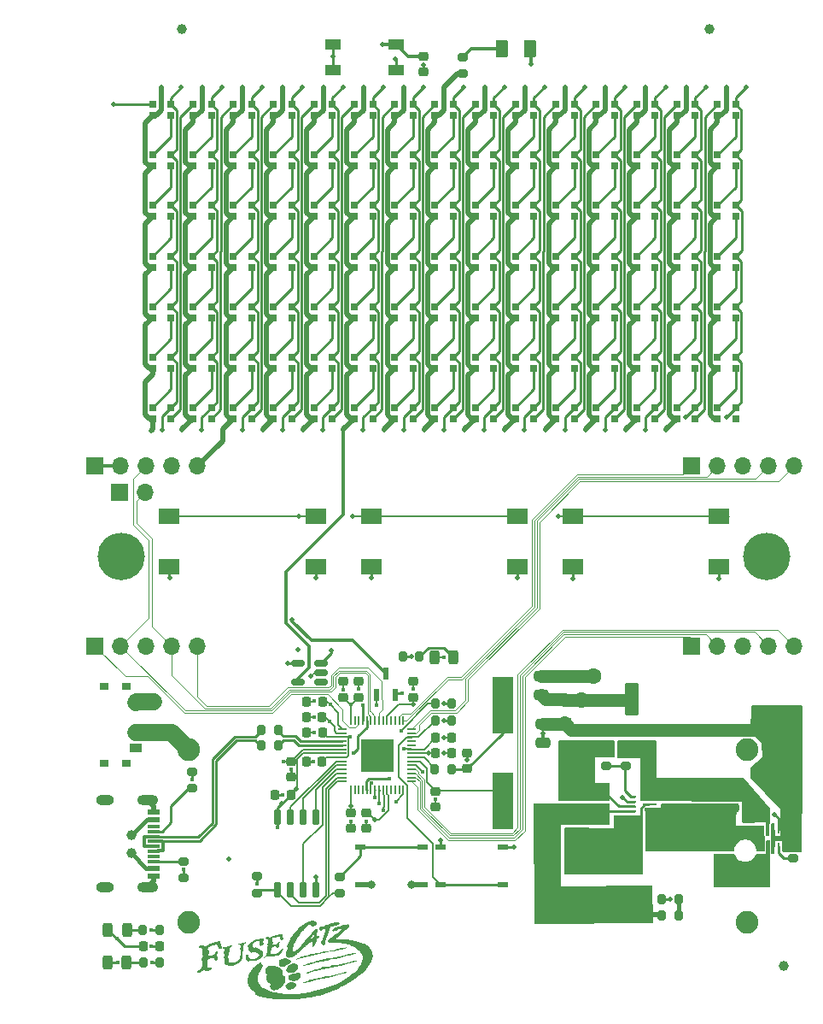
<source format=gbr>
%TF.GenerationSoftware,KiCad,Pcbnew,8.0.5*%
%TF.CreationDate,2025-08-16T16:19:27-04:00*%
%TF.ProjectId,TagTag,54616754-6167-42e6-9b69-6361645f7063,1.2*%
%TF.SameCoordinates,Original*%
%TF.FileFunction,Copper,L1,Top*%
%TF.FilePolarity,Positive*%
%FSLAX46Y46*%
G04 Gerber Fmt 4.6, Leading zero omitted, Abs format (unit mm)*
G04 Created by KiCad (PCBNEW 8.0.5) date 2025-08-16 16:19:27*
%MOMM*%
%LPD*%
G01*
G04 APERTURE LIST*
G04 Aperture macros list*
%AMRoundRect*
0 Rectangle with rounded corners*
0 $1 Rounding radius*
0 $2 $3 $4 $5 $6 $7 $8 $9 X,Y pos of 4 corners*
0 Add a 4 corners polygon primitive as box body*
4,1,4,$2,$3,$4,$5,$6,$7,$8,$9,$2,$3,0*
0 Add four circle primitives for the rounded corners*
1,1,$1+$1,$2,$3*
1,1,$1+$1,$4,$5*
1,1,$1+$1,$6,$7*
1,1,$1+$1,$8,$9*
0 Add four rect primitives between the rounded corners*
20,1,$1+$1,$2,$3,$4,$5,0*
20,1,$1+$1,$4,$5,$6,$7,0*
20,1,$1+$1,$6,$7,$8,$9,0*
20,1,$1+$1,$8,$9,$2,$3,0*%
G04 Aperture macros list end*
%TA.AperFunction,NonConductor*%
%ADD10C,0.000000*%
%TD*%
%TA.AperFunction,SMDPad,CuDef*%
%ADD11R,0.700000X0.700000*%
%TD*%
%TA.AperFunction,SMDPad,CuDef*%
%ADD12RoundRect,0.225000X0.250000X-0.225000X0.250000X0.225000X-0.250000X0.225000X-0.250000X-0.225000X0*%
%TD*%
%TA.AperFunction,SMDPad,CuDef*%
%ADD13C,1.000000*%
%TD*%
%TA.AperFunction,SMDPad,CuDef*%
%ADD14RoundRect,0.215000X1.485000X-0.860000X1.485000X0.860000X-1.485000X0.860000X-1.485000X-0.860000X0*%
%TD*%
%TA.AperFunction,ComponentPad*%
%ADD15C,4.700000*%
%TD*%
%TA.AperFunction,SMDPad,CuDef*%
%ADD16R,1.250000X0.900000*%
%TD*%
%TA.AperFunction,SMDPad,CuDef*%
%ADD17R,0.930000X0.800000*%
%TD*%
%TA.AperFunction,SMDPad,CuDef*%
%ADD18RoundRect,0.200000X0.275000X-0.200000X0.275000X0.200000X-0.275000X0.200000X-0.275000X-0.200000X0*%
%TD*%
%TA.AperFunction,SMDPad,CuDef*%
%ADD19RoundRect,0.200000X-0.275000X0.200000X-0.275000X-0.200000X0.275000X-0.200000X0.275000X0.200000X0*%
%TD*%
%TA.AperFunction,SMDPad,CuDef*%
%ADD20RoundRect,0.225000X-0.250000X0.225000X-0.250000X-0.225000X0.250000X-0.225000X0.250000X0.225000X0*%
%TD*%
%TA.AperFunction,SMDPad,CuDef*%
%ADD21R,0.228600X0.711200*%
%TD*%
%TA.AperFunction,SMDPad,CuDef*%
%ADD22RoundRect,0.250000X-0.475000X0.250000X-0.475000X-0.250000X0.475000X-0.250000X0.475000X0.250000X0*%
%TD*%
%TA.AperFunction,SMDPad,CuDef*%
%ADD23RoundRect,0.200000X-0.200000X-0.275000X0.200000X-0.275000X0.200000X0.275000X-0.200000X0.275000X0*%
%TD*%
%TA.AperFunction,SMDPad,CuDef*%
%ADD24RoundRect,0.150000X0.512500X0.150000X-0.512500X0.150000X-0.512500X-0.150000X0.512500X-0.150000X0*%
%TD*%
%TA.AperFunction,SMDPad,CuDef*%
%ADD25RoundRect,0.243750X0.243750X0.456250X-0.243750X0.456250X-0.243750X-0.456250X0.243750X-0.456250X0*%
%TD*%
%TA.AperFunction,SMDPad,CuDef*%
%ADD26RoundRect,0.150000X0.150000X-0.650000X0.150000X0.650000X-0.150000X0.650000X-0.150000X-0.650000X0*%
%TD*%
%TA.AperFunction,SMDPad,CuDef*%
%ADD27RoundRect,0.225000X-0.225000X-0.250000X0.225000X-0.250000X0.225000X0.250000X-0.225000X0.250000X0*%
%TD*%
%TA.AperFunction,SMDPad,CuDef*%
%ADD28R,2.000000X1.500000*%
%TD*%
%TA.AperFunction,SMDPad,CuDef*%
%ADD29R,2.100000X5.600000*%
%TD*%
%TA.AperFunction,SMDPad,CuDef*%
%ADD30RoundRect,0.200000X0.200000X0.275000X-0.200000X0.275000X-0.200000X-0.275000X0.200000X-0.275000X0*%
%TD*%
%TA.AperFunction,SMDPad,CuDef*%
%ADD31R,1.500000X1.100000*%
%TD*%
%TA.AperFunction,SMDPad,CuDef*%
%ADD32RoundRect,0.250000X0.475000X-0.250000X0.475000X0.250000X-0.475000X0.250000X-0.475000X-0.250000X0*%
%TD*%
%TA.AperFunction,SMDPad,CuDef*%
%ADD33RoundRect,0.250000X0.375000X0.625000X-0.375000X0.625000X-0.375000X-0.625000X0.375000X-0.625000X0*%
%TD*%
%TA.AperFunction,SMDPad,CuDef*%
%ADD34RoundRect,0.225000X0.225000X0.250000X-0.225000X0.250000X-0.225000X-0.250000X0.225000X-0.250000X0*%
%TD*%
%TA.AperFunction,SMDPad,CuDef*%
%ADD35R,1.117600X0.558800*%
%TD*%
%TA.AperFunction,SMDPad,CuDef*%
%ADD36R,0.600000X1.300000*%
%TD*%
%TA.AperFunction,SMDPad,CuDef*%
%ADD37R,1.150000X0.350000*%
%TD*%
%TA.AperFunction,SMDPad,CuDef*%
%ADD38R,1.450000X0.200000*%
%TD*%
%TA.AperFunction,SMDPad,CuDef*%
%ADD39R,0.450000X0.250000*%
%TD*%
%TA.AperFunction,SMDPad,CuDef*%
%ADD40RoundRect,0.050000X0.050000X-0.387500X0.050000X0.387500X-0.050000X0.387500X-0.050000X-0.387500X0*%
%TD*%
%TA.AperFunction,SMDPad,CuDef*%
%ADD41RoundRect,0.050000X0.387500X-0.050000X0.387500X0.050000X-0.387500X0.050000X-0.387500X-0.050000X0*%
%TD*%
%TA.AperFunction,HeatsinkPad*%
%ADD42R,3.200000X3.200000*%
%TD*%
%TA.AperFunction,SMDPad,CuDef*%
%ADD43RoundRect,0.069750X-0.585250X0.395250X-0.585250X-0.395250X0.585250X-0.395250X0.585250X0.395250X0*%
%TD*%
%TA.AperFunction,SMDPad,CuDef*%
%ADD44RoundRect,0.098250X-0.556750X1.521750X-0.556750X-1.521750X0.556750X-1.521750X0.556750X1.521750X0*%
%TD*%
%TA.AperFunction,SMDPad,CuDef*%
%ADD45R,1.240000X0.600000*%
%TD*%
%TA.AperFunction,SMDPad,CuDef*%
%ADD46R,1.240000X0.300000*%
%TD*%
%TA.AperFunction,ComponentPad*%
%ADD47O,2.100000X1.000000*%
%TD*%
%TA.AperFunction,ComponentPad*%
%ADD48O,1.800000X1.000000*%
%TD*%
%TA.AperFunction,ComponentPad*%
%ADD49C,2.250000*%
%TD*%
%TA.AperFunction,ComponentPad*%
%ADD50R,1.700000X1.700000*%
%TD*%
%TA.AperFunction,ComponentPad*%
%ADD51O,1.700000X1.700000*%
%TD*%
%TA.AperFunction,ViaPad*%
%ADD52C,0.500000*%
%TD*%
%TA.AperFunction,ViaPad*%
%ADD53C,0.450000*%
%TD*%
%TA.AperFunction,ViaPad*%
%ADD54C,0.600000*%
%TD*%
%TA.AperFunction,ViaPad*%
%ADD55C,1.600000*%
%TD*%
%TA.AperFunction,ViaPad*%
%ADD56C,0.800000*%
%TD*%
%TA.AperFunction,ViaPad*%
%ADD57C,1.000000*%
%TD*%
%TA.AperFunction,Conductor*%
%ADD58C,0.175000*%
%TD*%
%TA.AperFunction,Conductor*%
%ADD59C,0.250000*%
%TD*%
%TA.AperFunction,Conductor*%
%ADD60C,0.254000*%
%TD*%
%TA.AperFunction,Conductor*%
%ADD61C,0.550000*%
%TD*%
%TA.AperFunction,Conductor*%
%ADD62C,1.300000*%
%TD*%
%TA.AperFunction,Conductor*%
%ADD63C,0.360000*%
%TD*%
%TA.AperFunction,Conductor*%
%ADD64C,0.400000*%
%TD*%
%TA.AperFunction,Conductor*%
%ADD65C,0.200000*%
%TD*%
%TA.AperFunction,Conductor*%
%ADD66C,0.280000*%
%TD*%
%TA.AperFunction,Conductor*%
%ADD67C,0.125000*%
%TD*%
%TA.AperFunction,Conductor*%
%ADD68C,1.700000*%
%TD*%
G04 APERTURE END LIST*
D10*
%TA.AperFunction,NonConductor*%
G36*
X181435349Y-144490198D02*
G01*
X181471477Y-144492078D01*
X181506094Y-144495934D01*
X181538075Y-144502116D01*
X181552726Y-144506188D01*
X181566297Y-144510972D01*
X181578647Y-144516512D01*
X181589635Y-144522851D01*
X181599122Y-144530033D01*
X181606966Y-144538102D01*
X181613028Y-144547101D01*
X181617166Y-144557074D01*
X181619240Y-144568064D01*
X181619110Y-144580115D01*
X181616635Y-144593271D01*
X181611675Y-144607575D01*
X181604089Y-144623070D01*
X181593737Y-144639801D01*
X181581841Y-144656458D01*
X181569728Y-144671744D01*
X181557415Y-144685721D01*
X181544916Y-144698454D01*
X181532247Y-144710004D01*
X181519424Y-144720436D01*
X181506464Y-144729811D01*
X181493381Y-144738193D01*
X181480192Y-144745645D01*
X181466911Y-144752230D01*
X181453556Y-144758010D01*
X181440142Y-144763049D01*
X181426683Y-144767410D01*
X181413197Y-144771156D01*
X181386204Y-144777054D01*
X181359289Y-144781246D01*
X181332577Y-144784237D01*
X181280268Y-144788629D01*
X181254922Y-144791039D01*
X181230284Y-144794262D01*
X181206479Y-144798803D01*
X181183633Y-144805166D01*
X181163184Y-144812231D01*
X181146232Y-144818589D01*
X181132401Y-144824307D01*
X181121311Y-144829454D01*
X181112586Y-144834096D01*
X181105847Y-144838303D01*
X181100716Y-144842142D01*
X181096816Y-144845680D01*
X181085964Y-144858186D01*
X181082548Y-144861240D01*
X181078096Y-144864400D01*
X181072229Y-144867735D01*
X181064570Y-144871312D01*
X181046971Y-144876129D01*
X181026717Y-144880704D01*
X180980028Y-144889398D01*
X180874401Y-144906865D01*
X180822595Y-144916722D01*
X180798504Y-144922169D01*
X180776216Y-144928053D01*
X180756175Y-144934439D01*
X180738828Y-144941398D01*
X180724620Y-144948996D01*
X180718833Y-144953056D01*
X180713997Y-144957301D01*
X180704429Y-144970003D01*
X180693262Y-144990077D01*
X180680758Y-145016528D01*
X180667179Y-145048355D01*
X180637839Y-145124152D01*
X180607337Y-145209483D01*
X180551216Y-145376811D01*
X180515560Y-145486468D01*
X180358464Y-145905667D01*
X180315314Y-146024614D01*
X180277435Y-146134801D01*
X180248238Y-146229020D01*
X180237961Y-146267889D01*
X180231133Y-146300062D01*
X180227115Y-146328791D01*
X180224725Y-146357810D01*
X180223575Y-146386946D01*
X180223278Y-146416024D01*
X180223691Y-146473307D01*
X180223626Y-146501164D01*
X180222864Y-146528265D01*
X180221017Y-146554436D01*
X180217696Y-146579502D01*
X180212516Y-146603290D01*
X180209107Y-146614649D01*
X180205088Y-146625624D01*
X180200409Y-146636191D01*
X180195024Y-146646330D01*
X180188882Y-146656018D01*
X180181937Y-146665234D01*
X180174138Y-146673955D01*
X180165439Y-146682161D01*
X180155790Y-146689829D01*
X180145143Y-146696937D01*
X180133794Y-146703373D01*
X180122098Y-146709045D01*
X180110098Y-146713967D01*
X180097833Y-146718150D01*
X180085345Y-146721606D01*
X180072676Y-146724348D01*
X180059866Y-146726387D01*
X180046957Y-146727736D01*
X180033990Y-146728407D01*
X180021006Y-146728411D01*
X180008046Y-146727761D01*
X179995152Y-146726470D01*
X179982364Y-146724549D01*
X179969723Y-146722010D01*
X179957272Y-146718865D01*
X179945051Y-146715127D01*
X179933101Y-146710807D01*
X179921464Y-146705919D01*
X179910180Y-146700473D01*
X179899292Y-146694482D01*
X179888839Y-146687958D01*
X179878863Y-146680914D01*
X179869406Y-146673361D01*
X179860509Y-146665311D01*
X179852212Y-146656777D01*
X179844557Y-146647770D01*
X179837585Y-146638303D01*
X179831337Y-146628388D01*
X179825855Y-146618037D01*
X179821180Y-146607262D01*
X179817352Y-146596076D01*
X179814414Y-146584489D01*
X179809911Y-146562889D01*
X179806302Y-146542689D01*
X179803548Y-146523817D01*
X179801611Y-146506199D01*
X179800454Y-146489764D01*
X179800039Y-146474438D01*
X179800330Y-146460148D01*
X179801288Y-146446823D01*
X179802875Y-146434389D01*
X179805055Y-146422774D01*
X179807790Y-146411905D01*
X179811042Y-146401710D01*
X179814773Y-146392115D01*
X179818947Y-146383048D01*
X179823525Y-146374437D01*
X179828470Y-146366208D01*
X179839310Y-146350608D01*
X179851168Y-146335667D01*
X179876735Y-146305437D01*
X179889843Y-146288984D01*
X179902767Y-146270865D01*
X179915207Y-146250498D01*
X179921151Y-146239290D01*
X179926861Y-146227302D01*
X179955089Y-146158249D01*
X179992697Y-146056873D01*
X180036040Y-145933017D01*
X180081477Y-145796527D01*
X180125363Y-145657246D01*
X180164056Y-145525019D01*
X180193912Y-145409690D01*
X180204388Y-145361439D01*
X180211289Y-145321104D01*
X180213403Y-145303473D01*
X180214790Y-145286558D01*
X180215460Y-145270380D01*
X180215423Y-145254958D01*
X180214688Y-145240311D01*
X180213266Y-145226459D01*
X180211165Y-145213420D01*
X180208395Y-145201215D01*
X180204967Y-145189862D01*
X180200889Y-145179382D01*
X180196172Y-145169792D01*
X180190825Y-145161114D01*
X180184858Y-145153366D01*
X180178280Y-145146567D01*
X180171102Y-145140737D01*
X180163333Y-145135896D01*
X180154982Y-145132062D01*
X180146060Y-145129255D01*
X180136576Y-145127495D01*
X180126539Y-145126801D01*
X180115960Y-145127192D01*
X180104848Y-145128687D01*
X180093213Y-145131306D01*
X180081064Y-145135069D01*
X180068411Y-145139994D01*
X180055265Y-145146102D01*
X180041633Y-145153411D01*
X180027527Y-145161941D01*
X180012956Y-145171711D01*
X179997930Y-145182740D01*
X179982458Y-145195049D01*
X179966549Y-145208656D01*
X179951244Y-145222458D01*
X179937512Y-145235357D01*
X179925260Y-145247378D01*
X179914395Y-145258550D01*
X179904823Y-145268898D01*
X179896452Y-145278449D01*
X179882937Y-145295266D01*
X179873104Y-145309215D01*
X179866207Y-145320510D01*
X179858236Y-145335987D01*
X179855669Y-145340596D01*
X179854415Y-145342211D01*
X179853055Y-145343403D01*
X179851496Y-145344197D01*
X179849646Y-145344620D01*
X179844696Y-145344462D01*
X179794569Y-145334333D01*
X179784145Y-145332169D01*
X179773957Y-145329421D01*
X179764012Y-145326125D01*
X179754313Y-145322319D01*
X179744867Y-145318037D01*
X179735677Y-145313317D01*
X179726750Y-145308195D01*
X179718088Y-145302708D01*
X179709698Y-145296890D01*
X179701584Y-145290780D01*
X179686204Y-145277826D01*
X179671986Y-145264135D01*
X179658970Y-145249998D01*
X179647195Y-145235706D01*
X179636698Y-145221550D01*
X179627519Y-145207820D01*
X179619697Y-145194808D01*
X179613270Y-145182802D01*
X179608277Y-145172096D01*
X179604756Y-145162978D01*
X179602747Y-145155740D01*
X179601231Y-145149388D01*
X179600383Y-145142752D01*
X179600175Y-145135856D01*
X179600577Y-145128726D01*
X179601560Y-145121388D01*
X179603096Y-145113868D01*
X179605155Y-145106189D01*
X179607708Y-145098379D01*
X179610726Y-145090462D01*
X179614181Y-145082464D01*
X179622281Y-145066327D01*
X179631776Y-145050170D01*
X179642435Y-145034197D01*
X179654023Y-145018612D01*
X179666309Y-145003617D01*
X179679060Y-144989418D01*
X179692044Y-144976216D01*
X179705028Y-144964216D01*
X179717779Y-144953620D01*
X179730065Y-144944633D01*
X179741654Y-144937458D01*
X179757997Y-144929302D01*
X179774727Y-144922123D01*
X179791767Y-144915817D01*
X179809040Y-144910277D01*
X179826468Y-144905395D01*
X179843973Y-144901065D01*
X179878906Y-144893637D01*
X179946292Y-144880718D01*
X179962170Y-144877270D01*
X179977505Y-144873522D01*
X179992220Y-144869367D01*
X180006238Y-144864698D01*
X180290561Y-144756591D01*
X180449582Y-144699825D01*
X180613952Y-144644763D01*
X180779252Y-144594043D01*
X180941064Y-144550299D01*
X181019281Y-144531867D01*
X181094969Y-144516167D01*
X181167576Y-144503529D01*
X181236550Y-144494282D01*
X181249779Y-144500895D01*
X181298200Y-144495469D01*
X181363054Y-144490973D01*
X181398833Y-144489946D01*
X181435349Y-144490198D01*
G37*
%TD.AperFunction*%
%TA.AperFunction,NonConductor*%
G36*
X177413321Y-148138916D02*
G01*
X177429840Y-148141506D01*
X177431661Y-148143676D01*
X177429818Y-148146305D01*
X177417027Y-148152577D01*
X177395234Y-148159586D01*
X177339720Y-148172867D01*
X177293431Y-148180256D01*
X177283169Y-148179901D01*
X177282907Y-148178389D01*
X177286519Y-148175864D01*
X177307253Y-148167408D01*
X177349138Y-148153798D01*
X177414044Y-148135550D01*
X177413321Y-148138916D01*
G37*
%TD.AperFunction*%
%TA.AperFunction,NonConductor*%
G36*
X183359830Y-148284436D02*
G01*
X183356482Y-148284237D01*
X183366445Y-148271208D01*
X183359830Y-148284436D01*
G37*
%TD.AperFunction*%
%TA.AperFunction,NonConductor*%
G36*
X178524571Y-148727613D02*
G01*
X178477752Y-148731541D01*
X178430274Y-148734822D01*
X178409166Y-148735232D01*
X178393106Y-148734228D01*
X178384565Y-148731363D01*
X178383886Y-148729094D01*
X178386014Y-148726192D01*
X178399923Y-148718269D01*
X178417387Y-148711536D01*
X178524571Y-148727613D01*
G37*
%TD.AperFunction*%
%TA.AperFunction,NonConductor*%
G36*
X169782270Y-146338861D02*
G01*
X169793398Y-146340354D01*
X169802765Y-146342824D01*
X169810519Y-146346291D01*
X169816807Y-146350779D01*
X169821774Y-146356308D01*
X169825567Y-146362900D01*
X169828334Y-146370577D01*
X169830220Y-146379362D01*
X169831936Y-146400339D01*
X169831252Y-146456538D01*
X169831195Y-146492107D01*
X169832892Y-146532890D01*
X169837516Y-146579059D01*
X169841291Y-146604219D01*
X169846238Y-146630791D01*
X169852151Y-146657482D01*
X169858661Y-146683013D01*
X169873071Y-146730759D01*
X169888662Y-146774357D01*
X169904632Y-146814138D01*
X169934488Y-146883566D01*
X169946766Y-146913871D01*
X169956205Y-146941676D01*
X169959609Y-146954744D01*
X169962001Y-146967311D01*
X169963281Y-146979417D01*
X169963349Y-146991104D01*
X169962105Y-147002414D01*
X169959446Y-147013387D01*
X169955274Y-147024064D01*
X169949487Y-147034487D01*
X169941985Y-147044696D01*
X169932668Y-147054734D01*
X169921435Y-147064641D01*
X169908185Y-147074458D01*
X169892818Y-147084227D01*
X169875233Y-147093989D01*
X169855330Y-147103784D01*
X169833009Y-147113655D01*
X169810094Y-147121940D01*
X169788441Y-147127073D01*
X169767994Y-147129234D01*
X169748698Y-147128603D01*
X169730497Y-147125360D01*
X169713336Y-147119687D01*
X169697157Y-147111763D01*
X169681907Y-147101770D01*
X169667528Y-147089887D01*
X169653966Y-147076295D01*
X169641164Y-147061174D01*
X169629067Y-147044706D01*
X169617620Y-147027070D01*
X169606766Y-147008447D01*
X169586615Y-146968961D01*
X169568170Y-146927693D01*
X169550984Y-146886085D01*
X169518609Y-146807628D01*
X169502528Y-146773665D01*
X169494319Y-146758632D01*
X169485924Y-146745138D01*
X169477286Y-146733364D01*
X169468351Y-146723490D01*
X169459061Y-146715697D01*
X169449363Y-146710166D01*
X169438701Y-146706302D01*
X169426624Y-146703362D01*
X169413226Y-146701302D01*
X169398604Y-146700076D01*
X169366068Y-146699949D01*
X169329784Y-146702621D01*
X169290514Y-146707736D01*
X169249026Y-146714933D01*
X169206085Y-146723855D01*
X169162455Y-146734144D01*
X169076194Y-146757385D01*
X168996367Y-146781789D01*
X168929097Y-146804488D01*
X168880509Y-146822614D01*
X168841144Y-146839305D01*
X168820207Y-146848949D01*
X168798756Y-146859407D01*
X168777035Y-146870640D01*
X168755284Y-146882610D01*
X168733746Y-146895277D01*
X168712663Y-146908603D01*
X168692279Y-146922549D01*
X168672834Y-146937077D01*
X168654571Y-146952147D01*
X168637733Y-146967721D01*
X168622561Y-146983760D01*
X168609298Y-147000225D01*
X168603458Y-147008606D01*
X168598186Y-147017078D01*
X168593512Y-147025638D01*
X168589467Y-147034280D01*
X168581098Y-147053571D01*
X168574528Y-147071792D01*
X168569655Y-147088998D01*
X168566380Y-147105244D01*
X168564603Y-147120585D01*
X168564221Y-147135073D01*
X168565136Y-147148765D01*
X168567246Y-147161714D01*
X168570451Y-147173975D01*
X168574650Y-147185603D01*
X168579743Y-147196652D01*
X168585630Y-147207177D01*
X168592209Y-147217231D01*
X168599381Y-147226870D01*
X168607044Y-147236148D01*
X168615098Y-147245120D01*
X168631979Y-147262362D01*
X168649218Y-147279033D01*
X168666011Y-147295568D01*
X168681554Y-147312403D01*
X168688606Y-147321069D01*
X168695044Y-147329975D01*
X168700766Y-147339173D01*
X168705674Y-147348719D01*
X168709667Y-147358666D01*
X168712643Y-147369071D01*
X168714502Y-147379987D01*
X168715144Y-147391468D01*
X168714859Y-147403211D01*
X168714028Y-147414874D01*
X168712686Y-147426455D01*
X168710868Y-147437951D01*
X168705944Y-147460678D01*
X168699538Y-147483038D01*
X168691930Y-147505010D01*
X168683402Y-147526575D01*
X168674234Y-147547714D01*
X168664708Y-147568408D01*
X168645704Y-147608379D01*
X168636788Y-147627619D01*
X168628638Y-147646336D01*
X168621534Y-147664510D01*
X168615757Y-147682121D01*
X168611589Y-147699152D01*
X168610196Y-147707443D01*
X168609311Y-147715582D01*
X168607476Y-147742854D01*
X168607072Y-147753094D01*
X168607037Y-147761367D01*
X168607389Y-147767896D01*
X168608148Y-147772904D01*
X168608686Y-147774907D01*
X168609333Y-147776613D01*
X168610092Y-147778050D01*
X168610964Y-147779247D01*
X168611953Y-147780230D01*
X168613060Y-147781028D01*
X168615641Y-147782180D01*
X168618725Y-147782924D01*
X168622333Y-147783485D01*
X168631196Y-147784945D01*
X168636489Y-147786290D01*
X168642384Y-147788342D01*
X168648819Y-147789898D01*
X168656892Y-147790862D01*
X168677524Y-147791133D01*
X168703426Y-147789389D01*
X168733747Y-147785862D01*
X168767634Y-147780785D01*
X168804234Y-147774390D01*
X168882162Y-147758577D01*
X168960710Y-147740283D01*
X169033057Y-147721370D01*
X169092382Y-147703697D01*
X169115029Y-147695906D01*
X169131863Y-147689124D01*
X169143513Y-147682919D01*
X169154912Y-147675531D01*
X169166081Y-147667056D01*
X169177041Y-147657588D01*
X169187812Y-147647225D01*
X169198414Y-147636060D01*
X169219196Y-147611713D01*
X169239552Y-147585311D01*
X169259646Y-147557620D01*
X169299708Y-147501435D01*
X169320005Y-147474471D01*
X169340700Y-147449281D01*
X169361957Y-147426629D01*
X169372848Y-147416494D01*
X169383940Y-147407281D01*
X169395256Y-147399085D01*
X169406815Y-147392002D01*
X169418638Y-147386128D01*
X169430746Y-147381559D01*
X169443159Y-147378389D01*
X169455898Y-147376716D01*
X169468983Y-147376634D01*
X169482436Y-147378239D01*
X169495050Y-147381498D01*
X169505677Y-147386257D01*
X169514425Y-147392422D01*
X169521400Y-147399904D01*
X169526708Y-147408612D01*
X169530456Y-147418454D01*
X169532751Y-147429341D01*
X169533699Y-147441181D01*
X169533406Y-147453883D01*
X169531981Y-147467356D01*
X169529527Y-147481511D01*
X169526154Y-147496255D01*
X169517072Y-147527149D01*
X169505587Y-147559313D01*
X169492551Y-147592019D01*
X169478818Y-147624542D01*
X169452670Y-147686127D01*
X169441960Y-147713737D01*
X169433963Y-147738256D01*
X169431249Y-147749129D01*
X169429532Y-147758957D01*
X169428920Y-147767649D01*
X169429519Y-147775114D01*
X169431566Y-147782111D01*
X169435123Y-147789462D01*
X169440031Y-147797175D01*
X169446133Y-147805254D01*
X169461290Y-147822538D01*
X169479335Y-147841363D01*
X169499008Y-147861777D01*
X169519049Y-147883828D01*
X169538198Y-147907566D01*
X169547045Y-147920082D01*
X169555196Y-147933037D01*
X169562495Y-147946439D01*
X169568784Y-147960292D01*
X169573905Y-147974603D01*
X169577701Y-147989377D01*
X169580015Y-148004622D01*
X169580689Y-148020343D01*
X169579565Y-148036546D01*
X169576487Y-148053237D01*
X169571296Y-148070422D01*
X169563836Y-148088107D01*
X169553948Y-148106298D01*
X169541476Y-148125002D01*
X169526262Y-148144224D01*
X169508148Y-148163971D01*
X169486977Y-148184248D01*
X169462592Y-148205062D01*
X169437518Y-148224185D01*
X169414318Y-148239525D01*
X169392889Y-148251293D01*
X169373127Y-148259697D01*
X169354930Y-148264947D01*
X169338195Y-148267253D01*
X169322819Y-148266824D01*
X169308700Y-148263869D01*
X169295733Y-148258599D01*
X169283816Y-148251223D01*
X169272846Y-148241950D01*
X169262720Y-148230990D01*
X169253336Y-148218553D01*
X169244590Y-148204847D01*
X169228601Y-148174469D01*
X169199753Y-148107716D01*
X169185246Y-148074694D01*
X169169587Y-148044142D01*
X169161067Y-148030316D01*
X169151950Y-148017737D01*
X169142134Y-148006613D01*
X169131514Y-147997155D01*
X169119988Y-147989572D01*
X169107454Y-147984073D01*
X169093807Y-147980868D01*
X169078946Y-147980166D01*
X169046921Y-147982614D01*
X169013123Y-147987349D01*
X168977949Y-147994177D01*
X168941797Y-148002904D01*
X168905063Y-148013336D01*
X168868145Y-148025280D01*
X168831440Y-148038541D01*
X168795346Y-148052927D01*
X168760259Y-148068242D01*
X168726578Y-148084294D01*
X168694698Y-148100889D01*
X168665018Y-148117832D01*
X168637935Y-148134931D01*
X168613845Y-148151991D01*
X168593147Y-148168818D01*
X168576238Y-148185219D01*
X168562213Y-148201027D01*
X168549844Y-148217424D01*
X168539045Y-148234382D01*
X168529729Y-148251868D01*
X168521808Y-148269854D01*
X168515195Y-148288308D01*
X168509803Y-148307201D01*
X168505545Y-148326502D01*
X168502333Y-148346181D01*
X168500080Y-148366207D01*
X168498103Y-148407182D01*
X168498917Y-148449183D01*
X168501824Y-148491970D01*
X168520427Y-148666120D01*
X168523334Y-148709197D01*
X168524148Y-148751606D01*
X168522171Y-148793103D01*
X168519919Y-148813435D01*
X168516707Y-148833448D01*
X168521564Y-148858739D01*
X168527428Y-148881368D01*
X168534258Y-148901464D01*
X168542015Y-148919154D01*
X168550659Y-148934566D01*
X168560149Y-148947831D01*
X168570446Y-148959075D01*
X168581509Y-148968427D01*
X168593299Y-148976016D01*
X168605776Y-148981969D01*
X168618899Y-148986416D01*
X168632630Y-148989485D01*
X168646927Y-148991304D01*
X168661751Y-148992001D01*
X168677062Y-148991705D01*
X168692820Y-148990544D01*
X168725517Y-148986142D01*
X168759521Y-148979821D01*
X168830176Y-148965533D01*
X168866186Y-148959619D01*
X168884222Y-148957419D01*
X168902226Y-148955895D01*
X168920157Y-148955175D01*
X168937975Y-148955388D01*
X168955640Y-148956661D01*
X168973113Y-148959124D01*
X168959884Y-148959123D01*
X168965237Y-148978132D01*
X168967753Y-148996705D01*
X168967578Y-149014832D01*
X168964858Y-149032504D01*
X168959739Y-149049711D01*
X168952370Y-149066443D01*
X168942895Y-149082690D01*
X168931462Y-149098443D01*
X168918217Y-149113693D01*
X168903306Y-149128429D01*
X168886877Y-149142641D01*
X168869075Y-149156321D01*
X168850048Y-149169458D01*
X168829942Y-149182043D01*
X168808903Y-149194066D01*
X168787078Y-149205517D01*
X168741656Y-149226665D01*
X168694848Y-149245411D01*
X168647828Y-149261676D01*
X168601766Y-149275383D01*
X168557836Y-149286455D01*
X168517211Y-149294813D01*
X168481061Y-149300381D01*
X168450561Y-149303081D01*
X168424333Y-149303503D01*
X168400112Y-149302423D01*
X168377731Y-149300044D01*
X168357026Y-149296570D01*
X168337834Y-149292205D01*
X168319987Y-149287152D01*
X168303323Y-149281615D01*
X168287677Y-149275797D01*
X168258777Y-149264131D01*
X168231970Y-149253783D01*
X168218939Y-149249612D01*
X168205938Y-149246380D01*
X168192800Y-149244292D01*
X168179363Y-149243551D01*
X168163761Y-149244684D01*
X168146789Y-149247960D01*
X168128550Y-149253198D01*
X168109148Y-149260217D01*
X168067262Y-149278869D01*
X168021957Y-149302462D01*
X167823002Y-149417184D01*
X167772949Y-149443684D01*
X167724417Y-149466406D01*
X167700978Y-149475895D01*
X167678229Y-149483895D01*
X167656272Y-149490223D01*
X167635210Y-149494698D01*
X167615146Y-149497139D01*
X167596183Y-149497363D01*
X167578424Y-149495189D01*
X167561972Y-149490435D01*
X167546929Y-149482920D01*
X167533399Y-149472462D01*
X167521485Y-149458878D01*
X167511290Y-149441989D01*
X167503264Y-149423769D01*
X167497701Y-149406303D01*
X167494465Y-149389568D01*
X167493423Y-149373543D01*
X167494440Y-149358206D01*
X167497381Y-149343535D01*
X167502112Y-149329509D01*
X167508499Y-149316105D01*
X167516408Y-149303302D01*
X167525703Y-149291077D01*
X167536250Y-149279410D01*
X167547916Y-149268278D01*
X167560564Y-149257660D01*
X167574062Y-149247533D01*
X167588275Y-149237877D01*
X167603067Y-149228668D01*
X167633855Y-149211509D01*
X167665350Y-149195880D01*
X167726161Y-149168517D01*
X167753325Y-149156434D01*
X167776894Y-149145185D01*
X167795793Y-149134595D01*
X167803155Y-149129492D01*
X167808946Y-149124489D01*
X167836469Y-149096223D01*
X167862005Y-149066107D01*
X167885584Y-149034305D01*
X167907235Y-149000982D01*
X167926986Y-148966302D01*
X167944868Y-148930431D01*
X167960909Y-148893532D01*
X167975138Y-148855771D01*
X167987584Y-148817312D01*
X167998276Y-148778321D01*
X168007243Y-148738961D01*
X168014515Y-148699398D01*
X168020120Y-148659796D01*
X168024088Y-148620320D01*
X168026447Y-148581135D01*
X168027227Y-148542405D01*
X168026050Y-148505078D01*
X168022770Y-148469825D01*
X168017766Y-148436394D01*
X168011414Y-148404532D01*
X168004094Y-148373988D01*
X167996183Y-148344510D01*
X167980099Y-148287743D01*
X167972681Y-148259951D01*
X167966185Y-148232217D01*
X167960986Y-148204289D01*
X167957464Y-148175916D01*
X167955996Y-148146845D01*
X167956151Y-148131969D01*
X167956960Y-148116824D01*
X167958473Y-148101379D01*
X167960734Y-148085602D01*
X167963793Y-148069461D01*
X167967696Y-148052926D01*
X167976368Y-148022065D01*
X167984982Y-147996108D01*
X167993480Y-147974530D01*
X168001803Y-147956808D01*
X168009893Y-147942419D01*
X168017693Y-147930841D01*
X168025144Y-147921549D01*
X168032188Y-147914020D01*
X168044823Y-147902160D01*
X168050298Y-147896783D01*
X168055133Y-147891076D01*
X168059270Y-147884516D01*
X168062652Y-147876580D01*
X168065219Y-147866745D01*
X168066915Y-147854488D01*
X168067269Y-147847629D01*
X168067112Y-147840694D01*
X168066475Y-147833686D01*
X168065390Y-147826609D01*
X168063889Y-147819463D01*
X168062002Y-147812252D01*
X168057200Y-147797644D01*
X168051234Y-147782803D01*
X168044358Y-147767749D01*
X168028881Y-147737079D01*
X168012784Y-147705789D01*
X168005133Y-147689960D01*
X167998082Y-147674034D01*
X167991884Y-147658031D01*
X167986791Y-147641969D01*
X167984737Y-147633922D01*
X167983054Y-147625869D01*
X167981773Y-147617810D01*
X167980925Y-147609749D01*
X167981228Y-147598079D01*
X167982104Y-147586619D01*
X167983509Y-147575345D01*
X167985395Y-147564235D01*
X167990431Y-147542413D01*
X167996842Y-147520969D01*
X168004261Y-147499719D01*
X168012319Y-147478478D01*
X168028881Y-147435290D01*
X168036649Y-147412973D01*
X168043583Y-147389931D01*
X168049316Y-147365977D01*
X168051617Y-147353601D01*
X168053479Y-147340928D01*
X168054857Y-147327936D01*
X168055704Y-147314601D01*
X168055975Y-147300900D01*
X168055624Y-147286810D01*
X168054603Y-147272308D01*
X168052869Y-147257372D01*
X168050373Y-147241978D01*
X168047071Y-147226103D01*
X168040302Y-147202309D01*
X168032448Y-147180469D01*
X168023590Y-147160486D01*
X168013805Y-147142258D01*
X168003172Y-147125687D01*
X167991769Y-147110674D01*
X167979677Y-147097119D01*
X167966973Y-147084923D01*
X167953736Y-147073987D01*
X167940045Y-147064211D01*
X167925978Y-147055496D01*
X167911614Y-147047742D01*
X167897033Y-147040851D01*
X167882312Y-147034723D01*
X167852768Y-147024359D01*
X167823611Y-147015855D01*
X167795472Y-147008416D01*
X167768979Y-147001250D01*
X167744764Y-146993559D01*
X167733707Y-146989270D01*
X167723456Y-146984552D01*
X167714088Y-146979305D01*
X167705684Y-146973431D01*
X167698321Y-146966831D01*
X167692078Y-146959404D01*
X167687035Y-146951053D01*
X167683269Y-146941676D01*
X167681677Y-146934312D01*
X167680611Y-146927106D01*
X167680054Y-146920060D01*
X167679988Y-146913176D01*
X167680397Y-146906457D01*
X167681264Y-146899905D01*
X167682571Y-146893523D01*
X167684303Y-146887312D01*
X167686441Y-146881276D01*
X167688970Y-146875417D01*
X167691871Y-146869737D01*
X167695129Y-146864239D01*
X167698726Y-146858925D01*
X167702645Y-146853797D01*
X167706869Y-146848858D01*
X167711381Y-146844111D01*
X167716165Y-146839557D01*
X167721203Y-146835200D01*
X167726478Y-146831041D01*
X167731974Y-146827083D01*
X167737674Y-146823329D01*
X167743559Y-146819781D01*
X167755823Y-146813312D01*
X167768629Y-146807695D01*
X167781842Y-146802950D01*
X167795326Y-146799097D01*
X167808946Y-146796155D01*
X167845108Y-146790710D01*
X167879342Y-146786698D01*
X167911891Y-146784005D01*
X167942995Y-146782512D01*
X167972898Y-146782106D01*
X168001841Y-146782668D01*
X168030068Y-146784082D01*
X168057820Y-146786233D01*
X168112868Y-146792279D01*
X168168924Y-146799876D01*
X168227926Y-146808092D01*
X168291811Y-146815999D01*
X168308192Y-146817477D01*
X168323876Y-146818213D01*
X168338901Y-146818239D01*
X168353306Y-146817588D01*
X168367129Y-146816293D01*
X168380410Y-146814386D01*
X168393187Y-146811900D01*
X168405499Y-146808868D01*
X168417384Y-146805322D01*
X168428882Y-146801295D01*
X168440032Y-146796821D01*
X168450871Y-146791931D01*
X168471774Y-146781035D01*
X168491902Y-146768870D01*
X168511565Y-146755698D01*
X168531073Y-146741779D01*
X168570863Y-146712750D01*
X168591767Y-146698162D01*
X168613755Y-146683875D01*
X168637138Y-146670151D01*
X168662227Y-146657249D01*
X168711567Y-146633998D01*
X168762699Y-146611386D01*
X168869450Y-146568159D01*
X168980696Y-146527722D01*
X169094656Y-146490231D01*
X169209545Y-146455840D01*
X169323582Y-146424705D01*
X169434984Y-146396981D01*
X169541967Y-146372822D01*
X169612313Y-146359441D01*
X169670344Y-146349180D01*
X169717232Y-146342213D01*
X169754150Y-146338715D01*
X169769237Y-146338322D01*
X169782270Y-146338861D01*
G37*
%TD.AperFunction*%
%TA.AperFunction,NonConductor*%
G36*
X177557930Y-149486023D02*
G01*
X177573400Y-149487494D01*
X177588298Y-149489531D01*
X177602624Y-149492149D01*
X177616379Y-149495364D01*
X177629565Y-149499188D01*
X177642183Y-149503638D01*
X177654235Y-149508728D01*
X177665720Y-149514471D01*
X177676642Y-149520883D01*
X177687000Y-149527978D01*
X177696796Y-149535770D01*
X177706031Y-149544275D01*
X177714707Y-149553507D01*
X177722824Y-149563479D01*
X177730384Y-149574208D01*
X177737389Y-149585707D01*
X177743838Y-149597990D01*
X177749735Y-149611073D01*
X177755078Y-149624970D01*
X177759871Y-149639696D01*
X177764114Y-149655264D01*
X177767808Y-149671690D01*
X177770955Y-149688988D01*
X177773556Y-149707172D01*
X177775611Y-149726257D01*
X177777123Y-149746259D01*
X177777923Y-149766357D01*
X177777866Y-149785739D01*
X177776985Y-149804424D01*
X177775314Y-149822430D01*
X177772888Y-149839777D01*
X177769739Y-149856484D01*
X177765903Y-149872572D01*
X177761413Y-149888059D01*
X177756303Y-149902964D01*
X177750606Y-149917307D01*
X177744357Y-149931108D01*
X177737590Y-149944386D01*
X177730339Y-149957160D01*
X177722636Y-149969449D01*
X177706016Y-149992652D01*
X177688000Y-150014149D01*
X177668861Y-150034096D01*
X177648868Y-150052648D01*
X177628295Y-150069960D01*
X177607411Y-150086186D01*
X177586489Y-150101482D01*
X177545613Y-150129905D01*
X177525419Y-150143457D01*
X177504672Y-150156776D01*
X177462413Y-150182408D01*
X177420620Y-150206179D01*
X177381075Y-150227470D01*
X177345560Y-150245660D01*
X177315859Y-150260129D01*
X177293755Y-150270257D01*
X177281029Y-150275425D01*
X177245101Y-150282852D01*
X177202584Y-150287711D01*
X177154641Y-150289916D01*
X177102435Y-150289378D01*
X177047128Y-150286011D01*
X176989884Y-150279727D01*
X176931864Y-150270440D01*
X176874232Y-150258062D01*
X176818150Y-150242506D01*
X176764781Y-150223684D01*
X176715288Y-150201510D01*
X176692358Y-150189139D01*
X176670834Y-150175896D01*
X176650859Y-150161772D01*
X176632580Y-150146756D01*
X176616142Y-150130836D01*
X176601691Y-150114001D01*
X176589370Y-150096241D01*
X176579327Y-150077545D01*
X176571707Y-150057901D01*
X176566654Y-150037300D01*
X176560530Y-149996580D01*
X176557042Y-149958661D01*
X176556189Y-149923397D01*
X176556751Y-149906715D01*
X176557972Y-149890642D01*
X176559852Y-149875160D01*
X176562390Y-149860252D01*
X176565588Y-149845897D01*
X176569444Y-149832080D01*
X176573959Y-149818781D01*
X176579134Y-149805982D01*
X176584967Y-149793665D01*
X176591458Y-149781812D01*
X176598609Y-149770404D01*
X176606419Y-149759425D01*
X176614887Y-149748854D01*
X176624015Y-149738675D01*
X176633801Y-149728869D01*
X176644246Y-149719417D01*
X176655350Y-149710303D01*
X176667113Y-149701507D01*
X176692615Y-149684797D01*
X176720753Y-149669144D01*
X176751527Y-149654402D01*
X176784935Y-149640425D01*
X176821143Y-149626871D01*
X176860034Y-149613540D01*
X176944202Y-149587818D01*
X177034106Y-149563801D01*
X177126413Y-149542033D01*
X177217790Y-149523054D01*
X177304904Y-149507410D01*
X177384421Y-149495640D01*
X177453009Y-149488290D01*
X177453009Y-149488291D01*
X177490295Y-149485519D01*
X177525266Y-149484725D01*
X177557930Y-149486023D01*
G37*
%TD.AperFunction*%
%TA.AperFunction,NonConductor*%
G36*
X176267170Y-148051778D02*
G01*
X176324809Y-148057784D01*
X176382912Y-148067161D01*
X176440822Y-148080018D01*
X176497879Y-148096459D01*
X176553425Y-148116592D01*
X176606800Y-148140523D01*
X176657346Y-148168359D01*
X176681352Y-148183774D01*
X176704404Y-148200206D01*
X176726419Y-148217667D01*
X176747315Y-148236171D01*
X176767009Y-148255731D01*
X176785420Y-148276361D01*
X176802464Y-148298073D01*
X176818060Y-148320882D01*
X176832124Y-148344800D01*
X176844576Y-148369841D01*
X176855332Y-148396017D01*
X176864310Y-148423344D01*
X176149935Y-148899593D01*
X176140084Y-148904771D01*
X176129187Y-148909158D01*
X176117321Y-148912777D01*
X176104563Y-148915651D01*
X176090992Y-148917804D01*
X176076684Y-148919257D01*
X176046169Y-148920160D01*
X176013639Y-148918543D01*
X175979713Y-148914592D01*
X175945012Y-148908489D01*
X175910157Y-148900420D01*
X175875766Y-148890567D01*
X175842461Y-148879116D01*
X175810860Y-148866250D01*
X175781586Y-148852154D01*
X175755257Y-148837011D01*
X175732493Y-148821006D01*
X175722642Y-148812738D01*
X175713915Y-148804323D01*
X175706390Y-148795784D01*
X175700143Y-148787145D01*
X175689081Y-148767404D01*
X175678310Y-148743311D01*
X175667965Y-148715478D01*
X175658182Y-148684516D01*
X175649096Y-148651035D01*
X175640844Y-148615644D01*
X175633561Y-148578956D01*
X175627383Y-148541579D01*
X175622444Y-148504125D01*
X175618882Y-148467204D01*
X175616831Y-148431426D01*
X175616427Y-148397402D01*
X175617807Y-148365742D01*
X175621104Y-148337057D01*
X175626456Y-148311956D01*
X175629944Y-148300941D01*
X175633997Y-148291052D01*
X175639080Y-148281677D01*
X175645594Y-148272172D01*
X175653457Y-148262563D01*
X175662587Y-148252876D01*
X175672905Y-148243135D01*
X175684329Y-148233366D01*
X175710168Y-148213847D01*
X175739458Y-148194522D01*
X175771547Y-148175593D01*
X175805788Y-148157266D01*
X175841530Y-148139743D01*
X175878125Y-148123227D01*
X175914923Y-148107923D01*
X175951276Y-148094033D01*
X175986534Y-148081762D01*
X176020048Y-148071312D01*
X176051169Y-148062887D01*
X176079247Y-148056690D01*
X176103633Y-148052926D01*
X176155924Y-148049456D01*
X176210655Y-148049037D01*
X176267170Y-148051778D01*
G37*
%TD.AperFunction*%
%TA.AperFunction,NonConductor*%
G36*
X149901271Y-110126479D02*
G01*
X149894574Y-110126080D01*
X149914500Y-110100022D01*
X149901271Y-110126479D01*
G37*
%TD.AperFunction*%
%TA.AperFunction,NonConductor*%
G36*
X174037753Y-146074446D02*
G01*
X174078265Y-146079068D01*
X174094626Y-146082966D01*
X174108139Y-146087992D01*
X174118617Y-146094194D01*
X174125872Y-146101624D01*
X174132488Y-146101624D01*
X174134550Y-146111545D01*
X174135808Y-146121464D01*
X174136310Y-146131379D01*
X174136105Y-146141286D01*
X174135241Y-146151183D01*
X174133767Y-146161068D01*
X174131730Y-146170939D01*
X174129180Y-146180792D01*
X174122734Y-146200439D01*
X174114814Y-146219989D01*
X174105810Y-146239422D01*
X174096108Y-146258720D01*
X174076160Y-146296832D01*
X174066691Y-146315606D01*
X174058074Y-146334168D01*
X174050697Y-146352497D01*
X174044948Y-146370574D01*
X174042805Y-146379512D01*
X174041214Y-146388380D01*
X174040224Y-146397175D01*
X174039884Y-146405895D01*
X174040036Y-146414328D01*
X174040481Y-146422281D01*
X174041203Y-146429776D01*
X174042183Y-146436836D01*
X174043406Y-146443484D01*
X174044854Y-146449744D01*
X174046511Y-146455637D01*
X174048359Y-146461188D01*
X174050381Y-146466420D01*
X174052560Y-146471354D01*
X174054881Y-146476015D01*
X174057324Y-146480425D01*
X174062515Y-146488585D01*
X174067996Y-146496018D01*
X174090113Y-146522167D01*
X174095013Y-146528728D01*
X174099389Y-146535667D01*
X174101339Y-146539336D01*
X174103107Y-146543168D01*
X174104676Y-146547187D01*
X174106030Y-146551415D01*
X174108234Y-146564601D01*
X174108702Y-146578067D01*
X174107521Y-146591747D01*
X174104776Y-146605572D01*
X174100554Y-146619475D01*
X174094940Y-146633387D01*
X174088020Y-146647241D01*
X174079881Y-146660969D01*
X174070608Y-146674504D01*
X174060288Y-146687776D01*
X174049005Y-146700720D01*
X174036847Y-146713266D01*
X174023900Y-146725347D01*
X174010249Y-146736895D01*
X173995980Y-146747842D01*
X173981179Y-146758121D01*
X173965933Y-146767664D01*
X173950327Y-146776402D01*
X173934447Y-146784268D01*
X173918379Y-146791194D01*
X173902210Y-146797113D01*
X173886025Y-146801956D01*
X173869910Y-146805656D01*
X173853952Y-146808144D01*
X173838235Y-146809354D01*
X173822847Y-146809217D01*
X173807873Y-146807665D01*
X173793400Y-146804630D01*
X173779512Y-146800046D01*
X173766297Y-146793843D01*
X173753840Y-146785954D01*
X173742227Y-146776312D01*
X173731788Y-146765636D01*
X173722743Y-146754704D01*
X173715014Y-146743530D01*
X173708521Y-146732128D01*
X173703186Y-146720513D01*
X173698930Y-146708699D01*
X173695675Y-146696702D01*
X173693341Y-146684534D01*
X173691850Y-146672212D01*
X173691124Y-146659749D01*
X173691083Y-146647160D01*
X173691649Y-146634460D01*
X173694286Y-146608783D01*
X173698405Y-146582835D01*
X173708573Y-146530590D01*
X173713361Y-146504526D01*
X173717112Y-146478655D01*
X173719197Y-146453095D01*
X173719418Y-146440467D01*
X173718986Y-146427961D01*
X173717822Y-146415590D01*
X173715848Y-146403369D01*
X173712985Y-146391313D01*
X173709154Y-146379436D01*
X173703598Y-146368495D01*
X173695709Y-146359190D01*
X173685635Y-146351453D01*
X173673523Y-146345214D01*
X173659523Y-146340403D01*
X173643780Y-146336953D01*
X173626444Y-146334795D01*
X173607662Y-146333858D01*
X173587581Y-146334074D01*
X173566350Y-146335374D01*
X173521026Y-146340950D01*
X173472874Y-146350034D01*
X173423074Y-146362073D01*
X173372809Y-146376515D01*
X173323261Y-146392807D01*
X173275612Y-146410398D01*
X173231044Y-146428735D01*
X173190740Y-146447266D01*
X173155881Y-146465439D01*
X173127649Y-146482700D01*
X173107227Y-146498499D01*
X173099154Y-146506472D01*
X173091087Y-146515467D01*
X173075149Y-146536262D01*
X173059774Y-146560370D01*
X173045319Y-146587279D01*
X173032143Y-146616475D01*
X173020605Y-146647443D01*
X173011062Y-146679672D01*
X173003875Y-146712646D01*
X173001276Y-146729253D01*
X172999400Y-146745853D01*
X172998292Y-146762383D01*
X172997996Y-146778779D01*
X172998559Y-146794976D01*
X173000023Y-146810910D01*
X173002435Y-146826518D01*
X173005838Y-146841734D01*
X173010279Y-146856494D01*
X173015800Y-146870735D01*
X173022449Y-146884393D01*
X173030268Y-146897402D01*
X173039304Y-146909699D01*
X173049600Y-146921220D01*
X173061202Y-146931900D01*
X173074154Y-146941676D01*
X173087416Y-146950481D01*
X173099946Y-146958324D01*
X173111785Y-146965248D01*
X173122976Y-146971299D01*
X173133561Y-146976522D01*
X173143583Y-146980961D01*
X173153085Y-146984662D01*
X173162108Y-146987668D01*
X173170695Y-146990025D01*
X173178888Y-146991778D01*
X173186730Y-146992971D01*
X173194263Y-146993650D01*
X173201530Y-146993858D01*
X173208573Y-146993642D01*
X173215434Y-146993045D01*
X173222156Y-146992112D01*
X173235351Y-146989420D01*
X173248498Y-146985924D01*
X173276002Y-146977953D01*
X173291039Y-146974195D01*
X173307383Y-146971067D01*
X173316152Y-146969852D01*
X173325374Y-146968928D01*
X173335094Y-146968340D01*
X173345352Y-146968135D01*
X173357181Y-146969125D01*
X173371463Y-146972028D01*
X173406653Y-146983160D01*
X173449459Y-147000705D01*
X173498418Y-147023842D01*
X173552066Y-147051745D01*
X173608941Y-147083593D01*
X173667579Y-147118560D01*
X173726517Y-147155823D01*
X173784293Y-147194560D01*
X173839443Y-147233945D01*
X173890505Y-147273156D01*
X173936014Y-147311369D01*
X173974508Y-147347761D01*
X174004524Y-147381507D01*
X174015895Y-147397131D01*
X174024599Y-147411785D01*
X174030451Y-147425365D01*
X174033269Y-147437770D01*
X174034338Y-147449189D01*
X174035078Y-147459906D01*
X174035507Y-147469955D01*
X174035646Y-147479369D01*
X174035514Y-147488182D01*
X174035129Y-147496429D01*
X174034512Y-147504142D01*
X174033682Y-147511356D01*
X174031460Y-147524424D01*
X174028618Y-147535903D01*
X174025311Y-147546063D01*
X174021693Y-147555178D01*
X174007224Y-147586597D01*
X174004382Y-147594549D01*
X174002160Y-147603082D01*
X174000713Y-147612468D01*
X174000328Y-147617566D01*
X174000196Y-147622978D01*
X174000365Y-147631490D01*
X174000847Y-147639678D01*
X174001608Y-147647568D01*
X174002612Y-147655185D01*
X174005210Y-147669705D01*
X174008361Y-147683439D01*
X174015195Y-147709368D01*
X174018317Y-147721969D01*
X174020867Y-147734599D01*
X174021839Y-147740989D01*
X174022564Y-147747462D01*
X174023005Y-147754044D01*
X174023127Y-147760760D01*
X174022896Y-147767637D01*
X174022276Y-147774699D01*
X174021233Y-147781971D01*
X174019730Y-147789480D01*
X174017733Y-147797250D01*
X174015206Y-147805307D01*
X174012116Y-147813677D01*
X174008426Y-147822385D01*
X174004101Y-147831456D01*
X173999106Y-147840916D01*
X173993407Y-147850790D01*
X173986967Y-147861104D01*
X173978663Y-147872213D01*
X173967511Y-147884396D01*
X173937358Y-147911631D01*
X173897903Y-147942102D01*
X173850541Y-147975102D01*
X173796669Y-148009924D01*
X173737680Y-148045860D01*
X173674971Y-148082203D01*
X173609936Y-148118246D01*
X173478471Y-148186601D01*
X173414831Y-148217498D01*
X173354447Y-148245266D01*
X173298714Y-148269197D01*
X173249028Y-148288584D01*
X173206782Y-148302719D01*
X173173373Y-148310896D01*
X173144935Y-148314962D01*
X173116710Y-148317381D01*
X173088756Y-148318366D01*
X173061132Y-148318131D01*
X173033895Y-148316887D01*
X173007104Y-148314849D01*
X172955092Y-148309242D01*
X172905560Y-148303015D01*
X172858974Y-148297873D01*
X172836931Y-148296242D01*
X172815798Y-148295522D01*
X172795635Y-148295926D01*
X172776498Y-148297666D01*
X172767578Y-148298964D01*
X172759395Y-148300370D01*
X172751912Y-148301878D01*
X172745092Y-148303480D01*
X172738897Y-148305170D01*
X172733289Y-148306939D01*
X172728231Y-148308781D01*
X172723685Y-148310689D01*
X172719614Y-148312655D01*
X172715980Y-148314671D01*
X172712746Y-148316731D01*
X172709874Y-148318828D01*
X172707327Y-148320954D01*
X172705067Y-148323101D01*
X172701257Y-148327432D01*
X172689992Y-148344175D01*
X172686667Y-148347925D01*
X172684721Y-148349694D01*
X172682537Y-148351384D01*
X172680077Y-148352986D01*
X172677304Y-148354494D01*
X172674179Y-148355900D01*
X172670665Y-148357198D01*
X172638761Y-148365737D01*
X172608753Y-148370403D01*
X172580601Y-148371388D01*
X172554264Y-148368889D01*
X172529699Y-148363101D01*
X172506867Y-148354218D01*
X172485725Y-148342436D01*
X172466233Y-148327949D01*
X172448349Y-148310952D01*
X172432033Y-148291641D01*
X172417242Y-148270210D01*
X172403937Y-148246855D01*
X172392075Y-148221771D01*
X172381616Y-148195151D01*
X172372518Y-148167193D01*
X172364740Y-148138089D01*
X172358242Y-148108036D01*
X172352981Y-148077229D01*
X172348917Y-148045862D01*
X172346008Y-148014130D01*
X172343492Y-147950353D01*
X172345103Y-147887458D01*
X172350513Y-147827005D01*
X172359392Y-147770553D01*
X172371410Y-147719663D01*
X172378493Y-147696791D01*
X172386238Y-147675895D01*
X172531758Y-147662666D01*
X172545117Y-147698735D01*
X172555839Y-147732623D01*
X172564547Y-147764477D01*
X172571859Y-147794441D01*
X172584778Y-147849283D01*
X172591625Y-147874451D01*
X172599558Y-147898311D01*
X172609195Y-147921008D01*
X172614848Y-147931966D01*
X172621159Y-147942688D01*
X172628206Y-147953191D01*
X172636067Y-147963495D01*
X172644820Y-147973618D01*
X172654542Y-147983577D01*
X172665310Y-147993390D01*
X172677202Y-148003076D01*
X172690295Y-148012654D01*
X172704668Y-148022140D01*
X172720397Y-148031554D01*
X172737560Y-148040913D01*
X172756234Y-148050236D01*
X172776498Y-148059541D01*
X172820436Y-148076210D01*
X172867552Y-148089022D01*
X172917303Y-148097998D01*
X172969147Y-148103156D01*
X173022542Y-148104516D01*
X173076944Y-148102097D01*
X173131812Y-148095918D01*
X173186602Y-148085999D01*
X173240772Y-148072360D01*
X173293779Y-148055019D01*
X173345081Y-148033997D01*
X173394134Y-148009311D01*
X173440398Y-147980983D01*
X173462314Y-147965459D01*
X173483328Y-147949031D01*
X173503374Y-147931702D01*
X173522383Y-147913474D01*
X173540287Y-147894350D01*
X173557019Y-147874332D01*
X173611434Y-147805267D01*
X173647556Y-147758371D01*
X173659629Y-147741637D01*
X173668175Y-147728528D01*
X173673543Y-147718402D01*
X173675144Y-147714259D01*
X173676081Y-147710622D01*
X173676399Y-147707411D01*
X173676139Y-147704547D01*
X173675347Y-147701949D01*
X173674066Y-147699537D01*
X173670209Y-147694954D01*
X173664919Y-147690158D01*
X173658543Y-147684509D01*
X173651431Y-147677368D01*
X173643932Y-147668095D01*
X173640146Y-147662460D01*
X173636394Y-147656052D01*
X173631458Y-147648891D01*
X173624193Y-147641094D01*
X173603282Y-147623831D01*
X173574871Y-147604746D01*
X173540172Y-147584324D01*
X173500395Y-147563050D01*
X173456753Y-147541407D01*
X173410456Y-147519880D01*
X173362715Y-147498955D01*
X173314741Y-147479114D01*
X173267747Y-147460843D01*
X173222942Y-147444627D01*
X173181537Y-147430949D01*
X173144745Y-147420294D01*
X173113777Y-147413146D01*
X173089843Y-147409991D01*
X173080892Y-147410062D01*
X173074154Y-147411312D01*
X173068648Y-147413342D01*
X173063281Y-147415690D01*
X173058038Y-147418326D01*
X173052902Y-147421221D01*
X173047858Y-147424343D01*
X173042891Y-147427663D01*
X173033123Y-147434773D01*
X173013809Y-147450031D01*
X173004011Y-147457693D01*
X172993952Y-147465055D01*
X172988785Y-147468548D01*
X172983505Y-147471875D01*
X172978097Y-147475006D01*
X172972545Y-147477910D01*
X172966833Y-147480557D01*
X172960945Y-147482918D01*
X172954866Y-147484961D01*
X172948580Y-147486656D01*
X172942071Y-147487974D01*
X172935324Y-147488883D01*
X172928322Y-147489354D01*
X172921050Y-147489356D01*
X172913492Y-147488860D01*
X172905632Y-147487834D01*
X172897455Y-147486248D01*
X172888946Y-147484073D01*
X172880001Y-147481137D01*
X172870562Y-147477332D01*
X172850395Y-147467355D01*
X172828833Y-147454627D01*
X172806263Y-147439631D01*
X172783073Y-147422852D01*
X172759651Y-147404775D01*
X172736384Y-147385885D01*
X172713659Y-147366664D01*
X172671388Y-147329173D01*
X172635938Y-147296178D01*
X172597904Y-147259177D01*
X172590863Y-147249933D01*
X172584597Y-147240803D01*
X172579068Y-147231784D01*
X172574236Y-147222874D01*
X172570063Y-147214071D01*
X172566510Y-147205372D01*
X172563539Y-147196775D01*
X172561110Y-147188277D01*
X172559185Y-147179876D01*
X172557725Y-147171570D01*
X172556692Y-147163355D01*
X172556046Y-147155230D01*
X172555762Y-147139239D01*
X172556563Y-147123578D01*
X172558139Y-147108227D01*
X172560180Y-147093167D01*
X172564417Y-147063840D01*
X172565993Y-147049536D01*
X172566794Y-147035444D01*
X172566510Y-147021546D01*
X172565864Y-147014664D01*
X172564831Y-147007823D01*
X172563496Y-147001230D01*
X172561982Y-146995077D01*
X172560304Y-146989337D01*
X172558475Y-146983987D01*
X172556510Y-146979000D01*
X172554425Y-146974351D01*
X172552232Y-146970014D01*
X172549948Y-146965965D01*
X172547586Y-146962177D01*
X172545162Y-146958625D01*
X172540181Y-146952128D01*
X172535123Y-146946271D01*
X172530104Y-146940850D01*
X172525240Y-146935661D01*
X172520648Y-146930502D01*
X172516442Y-146925168D01*
X172514521Y-146922372D01*
X172512741Y-146919456D01*
X172511116Y-146916395D01*
X172509660Y-146913163D01*
X172508388Y-146909735D01*
X172507315Y-146906085D01*
X172506455Y-146902188D01*
X172505823Y-146898019D01*
X172505433Y-146893551D01*
X172505300Y-146888760D01*
X172506805Y-146866682D01*
X172511217Y-146843905D01*
X172518380Y-146820509D01*
X172528141Y-146796570D01*
X172540343Y-146772165D01*
X172554831Y-146747374D01*
X172571452Y-146722272D01*
X172590049Y-146696937D01*
X172610468Y-146671448D01*
X172632553Y-146645881D01*
X172681103Y-146594825D01*
X172734459Y-146544388D01*
X172791380Y-146495192D01*
X172850627Y-146447857D01*
X172910960Y-146403002D01*
X172971137Y-146361247D01*
X173029919Y-146323213D01*
X173086065Y-146289520D01*
X173138336Y-146260788D01*
X173185491Y-146237637D01*
X173226289Y-146220687D01*
X173268439Y-146206415D01*
X173319475Y-146191154D01*
X173442193Y-146159296D01*
X173582430Y-146128367D01*
X173728170Y-146101625D01*
X173799350Y-146090841D01*
X173867400Y-146082324D01*
X173930818Y-146076481D01*
X173988103Y-146073719D01*
X174037753Y-146074446D01*
G37*
%TD.AperFunction*%
%TA.AperFunction,NonConductor*%
G36*
X183273841Y-147517144D02*
G01*
X183275938Y-147527403D01*
X183276701Y-147531887D01*
X183277278Y-147535967D01*
X183277671Y-147539665D01*
X183277882Y-147543000D01*
X183277914Y-147545994D01*
X183277769Y-147548667D01*
X183277450Y-147551039D01*
X183276958Y-147553132D01*
X183276297Y-147554966D01*
X183275469Y-147556560D01*
X183274477Y-147557937D01*
X183273322Y-147559117D01*
X183272007Y-147560120D01*
X183270534Y-147560966D01*
X183227540Y-147570062D01*
X183176118Y-147591483D01*
X183125906Y-147611209D01*
X183076721Y-147629404D01*
X183028379Y-147646233D01*
X182933488Y-147676450D01*
X182839760Y-147703180D01*
X182745722Y-147727739D01*
X182649901Y-147751446D01*
X182447019Y-147801572D01*
X182043322Y-147902961D01*
X181648308Y-147997529D01*
X181450568Y-148041673D01*
X181250813Y-148083415D01*
X181047647Y-148122521D01*
X180839675Y-148158759D01*
X180615826Y-148198459D01*
X180369730Y-148246919D01*
X179833432Y-148362984D01*
X179276050Y-148492692D01*
X178742853Y-148621779D01*
X178541121Y-148673533D01*
X178475006Y-148692386D01*
X178428763Y-148707149D01*
X178417387Y-148711536D01*
X178392279Y-148707769D01*
X178372062Y-148709970D01*
X178351157Y-148713906D01*
X178329652Y-148719295D01*
X178307633Y-148725856D01*
X178262403Y-148741372D01*
X178216166Y-148758205D01*
X178169618Y-148774109D01*
X178146446Y-148781009D01*
X178123458Y-148786834D01*
X178100742Y-148791303D01*
X178078384Y-148794134D01*
X178067366Y-148794847D01*
X178056471Y-148795046D01*
X178045710Y-148794695D01*
X178035092Y-148793759D01*
X178033986Y-148788407D01*
X178033141Y-148783498D01*
X178032549Y-148779011D01*
X178032198Y-148774923D01*
X178032080Y-148771213D01*
X178032185Y-148767860D01*
X178032504Y-148764840D01*
X178033025Y-148762133D01*
X178033741Y-148759717D01*
X178034640Y-148757569D01*
X178035714Y-148755669D01*
X178036953Y-148753994D01*
X178038346Y-148752522D01*
X178039885Y-148751233D01*
X178041560Y-148750103D01*
X178043360Y-148749111D01*
X178045277Y-148748235D01*
X178047301Y-148747454D01*
X178051629Y-148746087D01*
X178061137Y-148743529D01*
X178066162Y-148741989D01*
X178071265Y-148740041D01*
X178073822Y-148738861D01*
X178076368Y-148737513D01*
X178078896Y-148735976D01*
X178081394Y-148734228D01*
X178103712Y-148721333D01*
X178125991Y-148709824D01*
X178148192Y-148699535D01*
X178170278Y-148690303D01*
X178192208Y-148681962D01*
X178213944Y-148674348D01*
X178256681Y-148660641D01*
X178298177Y-148647864D01*
X178338123Y-148634699D01*
X178357417Y-148627560D01*
X178376208Y-148619829D01*
X178394456Y-148611343D01*
X178412123Y-148601936D01*
X178470301Y-148571194D01*
X178530592Y-148543271D01*
X178592781Y-148517886D01*
X178656656Y-148494759D01*
X178722004Y-148473609D01*
X178788612Y-148454155D01*
X178924754Y-148419209D01*
X179202773Y-148357301D01*
X179341240Y-148325843D01*
X179477071Y-148291052D01*
X179778177Y-148211134D01*
X180085096Y-148139123D01*
X180396201Y-148073623D01*
X180709864Y-148013239D01*
X181957540Y-147794958D01*
X182611557Y-147619672D01*
X182776418Y-147580888D01*
X182942596Y-147547531D01*
X183026300Y-147533420D01*
X183110480Y-147521306D01*
X183195182Y-147511400D01*
X183280456Y-147503917D01*
X183273841Y-147517144D01*
G37*
%TD.AperFunction*%
%TA.AperFunction,NonConductor*%
G36*
X183343931Y-148257471D02*
G01*
X183353177Y-148259244D01*
X183356029Y-148260388D01*
X183357868Y-148261676D01*
X183358818Y-148263084D01*
X183359003Y-148264592D01*
X183357580Y-148267819D01*
X183354598Y-148271181D01*
X183347944Y-148277615D01*
X183346270Y-148280338D01*
X183346282Y-148281499D01*
X183347027Y-148282498D01*
X183351215Y-148283923D01*
X183356482Y-148284237D01*
X183280456Y-148383655D01*
X183274255Y-148383508D01*
X183268054Y-148383100D01*
X183261852Y-148382478D01*
X183255651Y-148381692D01*
X183230846Y-148377867D01*
X183218444Y-148376227D01*
X183212243Y-148375644D01*
X183206042Y-148375283D01*
X183199841Y-148375194D01*
X183193640Y-148375425D01*
X183187439Y-148376024D01*
X183181238Y-148377040D01*
X183089757Y-148397504D01*
X182998820Y-148419208D01*
X182908347Y-148442153D01*
X182818262Y-148466337D01*
X182728487Y-148491762D01*
X182638945Y-148518427D01*
X182549557Y-148546332D01*
X182460248Y-148575477D01*
X182259527Y-148633796D01*
X182056887Y-148687628D01*
X181646861Y-148784354D01*
X181232183Y-148870692D01*
X180814870Y-148951682D01*
X180396937Y-149032362D01*
X179980399Y-149117770D01*
X179567272Y-149212945D01*
X179362617Y-149265770D01*
X179159570Y-149322925D01*
X178826425Y-149425038D01*
X178616450Y-149496145D01*
X178500889Y-149540587D01*
X178450982Y-149562704D01*
X178437973Y-149566838D01*
X178433102Y-149557330D01*
X178424732Y-149548816D01*
X178407613Y-149538520D01*
X178378150Y-149526983D01*
X178332747Y-149514748D01*
X178332747Y-149448603D01*
X179060352Y-149177404D01*
X179218171Y-149154770D01*
X179301383Y-149141011D01*
X179385293Y-149125315D01*
X179468272Y-149107447D01*
X179548694Y-149087177D01*
X179587437Y-149076068D01*
X179624930Y-149064271D01*
X179660969Y-149051758D01*
X179695352Y-149038498D01*
X179726507Y-149025167D01*
X179753282Y-149012465D01*
X179776103Y-149000404D01*
X179795398Y-148988991D01*
X179811592Y-148978238D01*
X179825112Y-148968153D01*
X179836384Y-148958746D01*
X179845834Y-148950027D01*
X179860975Y-148934692D01*
X179867519Y-148928095D01*
X179873946Y-148922225D01*
X179880683Y-148917092D01*
X179888157Y-148912704D01*
X179896793Y-148909072D01*
X179907018Y-148906206D01*
X179912542Y-148905118D01*
X179917956Y-148904321D01*
X179923265Y-148903799D01*
X179928477Y-148903532D01*
X179933596Y-148903502D01*
X179938630Y-148903691D01*
X179948463Y-148904656D01*
X179958025Y-148906278D01*
X179967363Y-148908415D01*
X179976528Y-148910920D01*
X179985567Y-148913647D01*
X180003460Y-148919189D01*
X180012411Y-148921714D01*
X180021430Y-148923879D01*
X180030566Y-148925541D01*
X180039866Y-148926554D01*
X180044593Y-148926771D01*
X180049379Y-148926772D01*
X180054231Y-148926537D01*
X180059154Y-148926050D01*
X180170775Y-148919642D01*
X180235422Y-148915120D01*
X180302240Y-148909513D01*
X180368437Y-148902666D01*
X180431224Y-148894423D01*
X180487810Y-148884631D01*
X180512905Y-148879105D01*
X180535404Y-148873133D01*
X180556268Y-148866416D01*
X180576745Y-148858780D01*
X180596912Y-148850387D01*
X180616846Y-148841403D01*
X180695807Y-148802853D01*
X180715742Y-148793385D01*
X180735908Y-148784314D01*
X180756385Y-148775805D01*
X180777250Y-148768023D01*
X180798579Y-148761133D01*
X180820451Y-148755298D01*
X180842943Y-148750684D01*
X180866133Y-148747456D01*
X181091442Y-148728440D01*
X181205182Y-148717691D01*
X181319232Y-148704462D01*
X181433282Y-148687512D01*
X181490210Y-148677254D01*
X181547022Y-148665601D01*
X181603678Y-148652397D01*
X181660141Y-148637489D01*
X181716372Y-148620720D01*
X181772331Y-148601935D01*
X181822730Y-148583600D01*
X181862984Y-148568113D01*
X181894111Y-148555224D01*
X181917128Y-148544678D01*
X181933052Y-148536226D01*
X181942902Y-148529615D01*
X181947693Y-148524593D01*
X181948510Y-148522599D01*
X181948444Y-148520907D01*
X181947622Y-148519487D01*
X181946172Y-148518307D01*
X181941894Y-148516541D01*
X181931391Y-148514499D01*
X181927200Y-148513721D01*
X181925073Y-148512768D01*
X181925102Y-148512148D01*
X181926027Y-148511389D01*
X181931080Y-148509332D01*
X181947502Y-148507224D01*
X181964476Y-148505805D01*
X181981935Y-148504986D01*
X181999810Y-148504681D01*
X182036539Y-148505263D01*
X182074121Y-148506852D01*
X182149672Y-148510262D01*
X182186556Y-148510688D01*
X182204537Y-148510276D01*
X182222122Y-148509332D01*
X182280132Y-148499243D01*
X182339866Y-148486607D01*
X182401035Y-148471819D01*
X182463347Y-148455278D01*
X182590239Y-148418523D01*
X182718215Y-148379521D01*
X182844951Y-148341448D01*
X182968122Y-148307484D01*
X183027644Y-148293035D01*
X183085402Y-148280806D01*
X183141106Y-148271192D01*
X183194465Y-148264592D01*
X183241450Y-148260455D01*
X183278892Y-148257848D01*
X183307787Y-148256599D01*
X183329134Y-148256531D01*
X183343931Y-148257471D01*
G37*
%TD.AperFunction*%
%TA.AperFunction,NonConductor*%
G36*
X175868528Y-145625212D02*
G01*
X175878543Y-145626679D01*
X175887633Y-145628867D01*
X175895847Y-145631755D01*
X175903235Y-145635318D01*
X175909846Y-145639533D01*
X175915731Y-145644379D01*
X175920939Y-145649832D01*
X175925519Y-145655868D01*
X175929522Y-145662465D01*
X175932996Y-145669600D01*
X175935993Y-145677249D01*
X175938560Y-145685390D01*
X175940749Y-145694000D01*
X175942608Y-145703056D01*
X175944187Y-145712534D01*
X175946704Y-145732667D01*
X175950567Y-145776993D01*
X175952707Y-145800817D01*
X175955515Y-145825504D01*
X175959390Y-145850869D01*
X175961851Y-145863749D01*
X175964727Y-145876728D01*
X175968275Y-145889692D01*
X175972648Y-145902538D01*
X175977740Y-145915262D01*
X175983447Y-145927862D01*
X175996280Y-145952683D01*
X176010305Y-145976981D01*
X176038559Y-146023929D01*
X176051102Y-146046541D01*
X176056608Y-146057622D01*
X176061465Y-146068552D01*
X176065565Y-146079326D01*
X176068804Y-146089942D01*
X176071077Y-146100399D01*
X176072278Y-146110694D01*
X176072301Y-146120823D01*
X176071042Y-146130786D01*
X176068395Y-146140579D01*
X176064255Y-146150200D01*
X176058516Y-146159647D01*
X176051073Y-146168917D01*
X176041820Y-146178007D01*
X176030653Y-146186916D01*
X176017465Y-146195641D01*
X176002152Y-146204179D01*
X175984607Y-146212529D01*
X175964727Y-146220687D01*
X175944329Y-146227379D01*
X175925256Y-146231435D01*
X175907438Y-146233011D01*
X175890804Y-146232262D01*
X175875284Y-146229342D01*
X175860809Y-146224407D01*
X175847307Y-146217612D01*
X175834709Y-146209111D01*
X175822944Y-146199060D01*
X175811942Y-146187614D01*
X175801633Y-146174927D01*
X175791947Y-146161155D01*
X175782813Y-146146453D01*
X175774160Y-146130976D01*
X175758021Y-146098317D01*
X175728436Y-146030517D01*
X175713867Y-145997858D01*
X175698696Y-145967679D01*
X175690710Y-145953907D01*
X175682363Y-145941220D01*
X175673585Y-145929774D01*
X175664306Y-145919723D01*
X175654454Y-145911222D01*
X175643961Y-145904427D01*
X175632756Y-145899492D01*
X175620768Y-145896572D01*
X175608367Y-145895074D01*
X175595970Y-145894274D01*
X175583583Y-145894136D01*
X175571210Y-145894621D01*
X175558857Y-145895693D01*
X175546528Y-145897313D01*
X175521963Y-145902050D01*
X175497552Y-145908530D01*
X175473335Y-145916454D01*
X175449351Y-145925522D01*
X175425638Y-145935433D01*
X175334274Y-145977497D01*
X175312499Y-145987117D01*
X175291228Y-145995778D01*
X175270499Y-146003179D01*
X175250351Y-146009020D01*
X175229489Y-146012903D01*
X175206853Y-146014975D01*
X175182841Y-146015749D01*
X175157851Y-146015737D01*
X175106523Y-146015415D01*
X175080981Y-146016130D01*
X175056048Y-146018115D01*
X175032124Y-146021882D01*
X175020663Y-146024595D01*
X175009604Y-146027946D01*
X174998995Y-146032000D01*
X174988887Y-146036820D01*
X174979328Y-146042471D01*
X174970369Y-146049017D01*
X174962059Y-146056523D01*
X174954448Y-146065052D01*
X174947585Y-146074668D01*
X174941521Y-146085436D01*
X174936304Y-146097421D01*
X174931985Y-146110685D01*
X174928613Y-146125294D01*
X174926238Y-146141312D01*
X174924871Y-146157748D01*
X174924453Y-146173588D01*
X174924924Y-146188854D01*
X174926225Y-146203569D01*
X174928295Y-146217755D01*
X174931077Y-146231437D01*
X174934511Y-146244636D01*
X174938536Y-146257377D01*
X174943095Y-146269681D01*
X174948127Y-146281573D01*
X174959375Y-146304208D01*
X174971804Y-146325468D01*
X174984941Y-146345537D01*
X175011438Y-146382834D01*
X175023849Y-146400432D01*
X175035067Y-146417574D01*
X175044619Y-146434444D01*
X175048622Y-146442835D01*
X175052030Y-146451228D01*
X175054784Y-146459644D01*
X175056825Y-146468108D01*
X175058093Y-146476642D01*
X175058528Y-146485269D01*
X175058150Y-146493837D01*
X175057048Y-146502187D01*
X175055275Y-146510333D01*
X175052883Y-146518291D01*
X175049924Y-146526073D01*
X175046451Y-146533696D01*
X175042515Y-146541174D01*
X175038168Y-146548521D01*
X175033463Y-146555752D01*
X175028451Y-146562881D01*
X175017717Y-146576891D01*
X174994863Y-146604332D01*
X174983577Y-146617994D01*
X174972940Y-146631772D01*
X174967995Y-146638741D01*
X174963368Y-146645783D01*
X174959112Y-146652912D01*
X174955279Y-146660142D01*
X174951921Y-146667489D01*
X174949089Y-146674967D01*
X174946837Y-146682590D01*
X174945215Y-146690373D01*
X174944277Y-146698330D01*
X174944073Y-146706477D01*
X174944657Y-146714826D01*
X174946081Y-146723394D01*
X174959311Y-146716781D01*
X174962665Y-146718937D01*
X174967694Y-146720466D01*
X174982346Y-146721767D01*
X175002404Y-146720937D01*
X175027007Y-146718228D01*
X175055292Y-146713890D01*
X175086396Y-146708177D01*
X175153614Y-146693630D01*
X175221762Y-146676602D01*
X175283942Y-146659110D01*
X175333254Y-146643167D01*
X175350929Y-146636407D01*
X175362800Y-146630791D01*
X175374881Y-146624213D01*
X175386352Y-146616927D01*
X175397260Y-146608999D01*
X175407655Y-146600495D01*
X175417585Y-146591483D01*
X175427099Y-146582029D01*
X175445069Y-146562061D01*
X175461954Y-146541124D01*
X175478142Y-146519751D01*
X175509975Y-146477828D01*
X175526395Y-146458345D01*
X175534900Y-146449206D01*
X175543668Y-146440557D01*
X175552745Y-146432465D01*
X175562181Y-146424997D01*
X175572023Y-146418220D01*
X175582321Y-146412199D01*
X175593123Y-146407003D01*
X175604478Y-146402696D01*
X175616433Y-146399346D01*
X175629037Y-146397020D01*
X175642338Y-146395783D01*
X175656386Y-146395703D01*
X175671229Y-146396847D01*
X175686914Y-146399280D01*
X175690159Y-146403027D01*
X175692489Y-146408015D01*
X175693956Y-146414169D01*
X175694614Y-146421411D01*
X175694516Y-146429666D01*
X175693716Y-146438856D01*
X175690221Y-146459742D01*
X175684556Y-146483456D01*
X175677147Y-146509390D01*
X175658802Y-146565472D01*
X175619941Y-146677403D01*
X175612261Y-146701776D01*
X175606247Y-146723485D01*
X175602326Y-146741919D01*
X175600924Y-146756468D01*
X175601204Y-146762745D01*
X175602001Y-146769167D01*
X175603251Y-146775725D01*
X175604890Y-146782409D01*
X175609078Y-146796116D01*
X175614050Y-146810211D01*
X175624295Y-146839254D01*
X175628540Y-146854046D01*
X175630219Y-146861476D01*
X175631517Y-146868916D01*
X175632368Y-146876356D01*
X175632710Y-146883786D01*
X175632478Y-146891197D01*
X175631607Y-146898578D01*
X175630034Y-146905921D01*
X175627694Y-146913216D01*
X175624524Y-146920452D01*
X175620458Y-146927621D01*
X175615433Y-146934712D01*
X175609385Y-146941715D01*
X175602249Y-146948622D01*
X175593961Y-146955423D01*
X175584457Y-146962107D01*
X175573673Y-146968665D01*
X175561545Y-146975087D01*
X175548007Y-146981364D01*
X175534087Y-146986804D01*
X175520827Y-146990781D01*
X175508190Y-146993378D01*
X175496137Y-146994684D01*
X175484632Y-146994783D01*
X175473637Y-146993762D01*
X175463114Y-146991706D01*
X175453026Y-146988702D01*
X175443335Y-146984836D01*
X175434004Y-146980193D01*
X175424995Y-146974860D01*
X175416271Y-146968923D01*
X175407794Y-146962467D01*
X175399526Y-146955579D01*
X175383470Y-146940850D01*
X175352218Y-146909986D01*
X175336423Y-146895228D01*
X175328352Y-146888318D01*
X175320114Y-146881835D01*
X175311674Y-146875866D01*
X175302992Y-146870497D01*
X175294031Y-146865813D01*
X175284755Y-146861901D01*
X175275125Y-146858846D01*
X175265103Y-146856735D01*
X175254653Y-146855653D01*
X175243737Y-146855687D01*
X175220471Y-146858269D01*
X175195587Y-146863322D01*
X175169483Y-146870526D01*
X175142554Y-146879561D01*
X175115200Y-146890108D01*
X175087816Y-146901846D01*
X175060801Y-146914457D01*
X175034551Y-146927620D01*
X175009463Y-146941015D01*
X174985936Y-146954324D01*
X174945150Y-146979400D01*
X174928687Y-146990528D01*
X174915372Y-147000290D01*
X174905604Y-147008366D01*
X174899779Y-147014437D01*
X174891034Y-147028874D01*
X174882222Y-147049318D01*
X174873429Y-147074956D01*
X174864742Y-147104974D01*
X174856250Y-147138557D01*
X174848038Y-147174892D01*
X174832806Y-147252561D01*
X174819745Y-147331471D01*
X174809552Y-147405110D01*
X174802924Y-147466967D01*
X174801166Y-147491442D01*
X174800560Y-147510530D01*
X174801835Y-147529436D01*
X174805568Y-147546513D01*
X174811619Y-147561832D01*
X174819848Y-147575462D01*
X174830117Y-147587474D01*
X174842287Y-147597938D01*
X174856218Y-147606924D01*
X174871770Y-147614503D01*
X174888805Y-147620745D01*
X174907183Y-147625720D01*
X174926765Y-147629498D01*
X174947411Y-147632150D01*
X174968983Y-147633746D01*
X174991341Y-147634356D01*
X175037858Y-147632900D01*
X175085848Y-147628343D01*
X175134196Y-147621247D01*
X175181788Y-147612174D01*
X175227510Y-147601687D01*
X175270248Y-147590347D01*
X175308888Y-147578717D01*
X175342314Y-147567358D01*
X175369414Y-147556832D01*
X175386472Y-147549219D01*
X175402942Y-147541270D01*
X175434242Y-147524418D01*
X175463565Y-147506385D01*
X175491164Y-147487276D01*
X175517289Y-147467198D01*
X175542194Y-147446258D01*
X175566130Y-147424562D01*
X175589349Y-147402216D01*
X175634643Y-147356005D01*
X175680093Y-147308475D01*
X175703505Y-147284483D01*
X175727712Y-147260481D01*
X175752966Y-147236576D01*
X175779518Y-147212874D01*
X175875326Y-147128332D01*
X175895717Y-147111120D01*
X175914975Y-147095905D01*
X175933244Y-147082899D01*
X175942053Y-147077290D01*
X175950670Y-147072315D01*
X175959113Y-147067998D01*
X175967399Y-147064366D01*
X175975547Y-147061447D01*
X175983575Y-147059266D01*
X175991502Y-147057851D01*
X175999345Y-147057228D01*
X176007122Y-147057424D01*
X176014853Y-147058465D01*
X176022554Y-147060379D01*
X176030244Y-147063191D01*
X176037942Y-147066928D01*
X176045665Y-147071617D01*
X176053431Y-147077285D01*
X176061260Y-147083958D01*
X176069168Y-147091663D01*
X176077175Y-147100427D01*
X176066728Y-147121212D01*
X176055302Y-147141445D01*
X176043005Y-147161193D01*
X176029942Y-147180525D01*
X176016220Y-147199508D01*
X176001946Y-147218210D01*
X175972168Y-147255042D01*
X175910673Y-147328320D01*
X175895517Y-147346954D01*
X175880662Y-147365850D01*
X175866214Y-147385075D01*
X175852279Y-147404697D01*
X175730736Y-147601482D01*
X175713407Y-147626458D01*
X175695506Y-147650290D01*
X175677004Y-147672611D01*
X175657872Y-147693052D01*
X175638082Y-147711246D01*
X175627930Y-147719384D01*
X175617603Y-147726823D01*
X175607097Y-147733515D01*
X175596408Y-147739416D01*
X175585532Y-147744478D01*
X175574466Y-147748656D01*
X175553193Y-147755199D01*
X175533887Y-147760076D01*
X175516345Y-147763480D01*
X175500362Y-147765605D01*
X175485736Y-147766645D01*
X175472263Y-147766794D01*
X175459740Y-147766245D01*
X175447963Y-147765192D01*
X175404245Y-147759818D01*
X175393145Y-147759152D01*
X175381572Y-147759146D01*
X175369319Y-147759992D01*
X175356185Y-147761885D01*
X175342242Y-147764812D01*
X175327737Y-147768564D01*
X175312728Y-147773032D01*
X175297274Y-147778111D01*
X175265260Y-147789674D01*
X175232162Y-147802399D01*
X175198443Y-147815434D01*
X175164569Y-147827927D01*
X175147719Y-147833704D01*
X175131005Y-147839025D01*
X175114485Y-147843784D01*
X175098217Y-147847875D01*
X175051931Y-147859211D01*
X175009462Y-147868493D01*
X174970288Y-147875838D01*
X174933885Y-147881361D01*
X174899730Y-147885179D01*
X174867300Y-147887407D01*
X174836071Y-147888163D01*
X174805521Y-147887562D01*
X174775126Y-147885721D01*
X174744362Y-147882756D01*
X174712707Y-147878784D01*
X174679637Y-147873920D01*
X174522748Y-147847875D01*
X174500452Y-147844970D01*
X174479415Y-147843630D01*
X174459577Y-147843754D01*
X174440879Y-147845239D01*
X174423261Y-147847983D01*
X174406665Y-147851886D01*
X174391030Y-147856844D01*
X174376297Y-147862757D01*
X174362407Y-147869523D01*
X174349301Y-147877039D01*
X174336919Y-147885205D01*
X174325202Y-147893918D01*
X174314090Y-147903077D01*
X174303525Y-147912580D01*
X174283796Y-147932210D01*
X174248281Y-147971123D01*
X174231546Y-147988777D01*
X174214859Y-148004144D01*
X174206386Y-148010716D01*
X174197746Y-148016411D01*
X174188882Y-148021127D01*
X174179732Y-148024763D01*
X174170239Y-148027217D01*
X174160342Y-148028387D01*
X174149983Y-148028171D01*
X174139102Y-148026468D01*
X174129083Y-148023380D01*
X174121272Y-148019125D01*
X174115551Y-148013778D01*
X174111803Y-148007412D01*
X174109911Y-148000102D01*
X174109757Y-147991921D01*
X174111224Y-147982942D01*
X174114194Y-147973241D01*
X174118549Y-147962891D01*
X174124172Y-147951965D01*
X174130946Y-147940538D01*
X174138753Y-147928683D01*
X174156996Y-147903987D01*
X174177962Y-147878467D01*
X174330925Y-147715583D01*
X174345627Y-147694517D01*
X174358780Y-147673484D01*
X174370462Y-147652478D01*
X174380754Y-147631492D01*
X174389732Y-147610521D01*
X174397476Y-147589559D01*
X174404064Y-147568598D01*
X174409576Y-147547635D01*
X174414090Y-147526661D01*
X174417685Y-147505672D01*
X174422431Y-147463622D01*
X174424445Y-147421436D01*
X174424356Y-147379066D01*
X174415571Y-147206777D01*
X174414416Y-147162760D01*
X174414938Y-147118268D01*
X174417766Y-147073253D01*
X174423529Y-147027666D01*
X174431037Y-146985908D01*
X174438631Y-146951882D01*
X174446246Y-146924794D01*
X174453811Y-146903849D01*
X174457555Y-146895432D01*
X174461261Y-146888253D01*
X174464921Y-146882212D01*
X174468526Y-146877210D01*
X174472069Y-146873148D01*
X174475540Y-146869927D01*
X174478931Y-146867447D01*
X174482233Y-146865609D01*
X174488540Y-146863461D01*
X174494390Y-146862689D01*
X174504454Y-146862095D01*
X174508532Y-146860683D01*
X174510302Y-146859351D01*
X174511883Y-146857470D01*
X174513265Y-146854939D01*
X174514439Y-146851659D01*
X174516133Y-146842458D01*
X174516487Y-146836934D01*
X174516330Y-146831518D01*
X174515694Y-146826205D01*
X174514609Y-146820986D01*
X174513107Y-146815854D01*
X174511221Y-146810803D01*
X174508980Y-146805824D01*
X174506418Y-146800910D01*
X174503565Y-146796054D01*
X174500453Y-146791250D01*
X174493576Y-146781764D01*
X174486041Y-146772394D01*
X174478099Y-146763083D01*
X174462002Y-146744402D01*
X174454351Y-146734916D01*
X174447300Y-146725256D01*
X174444079Y-146720342D01*
X174441102Y-146715363D01*
X174438402Y-146710311D01*
X174436009Y-146705179D01*
X174433955Y-146699960D01*
X174432272Y-146694647D01*
X174430991Y-146689232D01*
X174430143Y-146683708D01*
X174429827Y-146678051D01*
X174430097Y-146672248D01*
X174430915Y-146666310D01*
X174432249Y-146660246D01*
X174434062Y-146654066D01*
X174436320Y-146647780D01*
X174438987Y-146641396D01*
X174442029Y-146634925D01*
X174449094Y-146621761D01*
X174457235Y-146608363D01*
X174466170Y-146594811D01*
X174475619Y-146581182D01*
X174494933Y-146554000D01*
X174504236Y-146540603D01*
X174512929Y-146527438D01*
X174520731Y-146514584D01*
X174527360Y-146502117D01*
X174530147Y-146496053D01*
X174532536Y-146490115D01*
X174534491Y-146484313D01*
X174535977Y-146478656D01*
X174537703Y-146465200D01*
X174538005Y-146447598D01*
X174537009Y-146426508D01*
X174534840Y-146402588D01*
X174531625Y-146376498D01*
X174527489Y-146348896D01*
X174516960Y-146291793D01*
X174510818Y-146263610D01*
X174504260Y-146236551D01*
X174497412Y-146211275D01*
X174490398Y-146188441D01*
X174483346Y-146168707D01*
X174476381Y-146152732D01*
X174469629Y-146141176D01*
X174466372Y-146137261D01*
X174463216Y-146134697D01*
X174348288Y-146104105D01*
X174340559Y-146100680D01*
X174333239Y-146096895D01*
X174326405Y-146092720D01*
X174320137Y-146088124D01*
X174314514Y-146083078D01*
X174309613Y-146077552D01*
X174305514Y-146071514D01*
X174302296Y-146064934D01*
X174300037Y-146057783D01*
X174298816Y-146050031D01*
X174298711Y-146041645D01*
X174299803Y-146032598D01*
X174302168Y-146022857D01*
X174305886Y-146012394D01*
X174311036Y-146001177D01*
X174317696Y-145989177D01*
X174325574Y-145977480D01*
X174334290Y-145967151D01*
X174343791Y-145958123D01*
X174354024Y-145950329D01*
X174364935Y-145943702D01*
X174376471Y-145938177D01*
X174388579Y-145933686D01*
X174401205Y-145930162D01*
X174414296Y-145927540D01*
X174427799Y-145925752D01*
X174441660Y-145924732D01*
X174455827Y-145924413D01*
X174484863Y-145925613D01*
X174514480Y-145928819D01*
X174544252Y-145933497D01*
X174573752Y-145939115D01*
X174630235Y-145951040D01*
X174656364Y-145956280D01*
X174680516Y-145960328D01*
X174702265Y-145962652D01*
X174712105Y-145963001D01*
X174721185Y-145962718D01*
X174730039Y-145961813D01*
X174739227Y-145960356D01*
X174758547Y-145955910D01*
X174779031Y-145949623D01*
X174800560Y-145941738D01*
X174823020Y-145932496D01*
X174846294Y-145922140D01*
X174894818Y-145899053D01*
X174945203Y-145874416D01*
X174996517Y-145850167D01*
X175022233Y-145838794D01*
X175047832Y-145828243D01*
X175073199Y-145818759D01*
X175098217Y-145810583D01*
X175248285Y-145766761D01*
X175460365Y-145708057D01*
X175571056Y-145679324D01*
X175674925Y-145654313D01*
X175764532Y-145635503D01*
X175801662Y-145629198D01*
X175832435Y-145625374D01*
X175845524Y-145624537D01*
X175857538Y-145624491D01*
X175868528Y-145625212D01*
G37*
%TD.AperFunction*%
%TA.AperFunction,NonConductor*%
G36*
X182393663Y-146942775D02*
G01*
X182394802Y-146943487D01*
X182393995Y-146944533D01*
X182387487Y-146947464D01*
X182330643Y-146964517D01*
X182311302Y-146971324D01*
X182308113Y-146968135D01*
X182305330Y-146974405D01*
X182301976Y-146980782D01*
X182298099Y-146987218D01*
X182293746Y-146993663D01*
X182288968Y-147000069D01*
X182283811Y-147006388D01*
X182278326Y-147012571D01*
X182272559Y-147018570D01*
X182266559Y-147024337D01*
X182260376Y-147029823D01*
X182254057Y-147034979D01*
X182247651Y-147039758D01*
X182241206Y-147044110D01*
X182234770Y-147047987D01*
X182228393Y-147051341D01*
X182222123Y-147054124D01*
X182209619Y-147059306D01*
X182194644Y-147064885D01*
X182158561Y-147076965D01*
X182116431Y-147089819D01*
X182070814Y-147102907D01*
X181979346Y-147127608D01*
X181904623Y-147146728D01*
X181766453Y-147181933D01*
X181625260Y-147213804D01*
X181481741Y-147243350D01*
X181336595Y-147271579D01*
X181044210Y-147328113D01*
X180898366Y-147358434D01*
X180753685Y-147391468D01*
X177803581Y-148033082D01*
X177511441Y-148108168D01*
X177414044Y-148135550D01*
X177416145Y-148125770D01*
X177419637Y-148113590D01*
X177423765Y-148102332D01*
X177428501Y-148091955D01*
X177433813Y-148082416D01*
X177439671Y-148073673D01*
X177446045Y-148065683D01*
X177452905Y-148058404D01*
X177460220Y-148051794D01*
X177467960Y-148045809D01*
X177476096Y-148040409D01*
X177484595Y-148035550D01*
X177493430Y-148031190D01*
X177502568Y-148027287D01*
X177511979Y-148023797D01*
X177521635Y-148020680D01*
X177541554Y-148015391D01*
X177562084Y-148011081D01*
X177604007Y-148004040D01*
X177624915Y-148000631D01*
X177645465Y-147996844D01*
X177665413Y-147992340D01*
X177675087Y-147989713D01*
X177684519Y-147986780D01*
X177693497Y-147983642D01*
X177701850Y-147980430D01*
X177709612Y-147977151D01*
X177716817Y-147973809D01*
X177723499Y-147970409D01*
X177729691Y-147966956D01*
X177735428Y-147963454D01*
X177740743Y-147959909D01*
X177745671Y-147956324D01*
X177750245Y-147952706D01*
X177754500Y-147949059D01*
X177758468Y-147945388D01*
X177765683Y-147937991D01*
X177772162Y-147930557D01*
X177783996Y-147915725D01*
X177789894Y-147908407D01*
X177796140Y-147901204D01*
X177803007Y-147894157D01*
X177806757Y-147890703D01*
X177810764Y-147887303D01*
X177815062Y-147883961D01*
X177819685Y-147880682D01*
X177824666Y-147877471D01*
X177830039Y-147874332D01*
X177858219Y-147862828D01*
X177888046Y-147852990D01*
X177919308Y-147844625D01*
X177951789Y-147837539D01*
X177985279Y-147831538D01*
X178019563Y-147826428D01*
X178089662Y-147818108D01*
X178230016Y-147803639D01*
X178263893Y-147799344D01*
X178296859Y-147794389D01*
X178328701Y-147788582D01*
X178359207Y-147781729D01*
X178387837Y-147773997D01*
X178414307Y-147765761D01*
X178438780Y-147757137D01*
X178461422Y-147748242D01*
X178482398Y-147739192D01*
X178501872Y-147730104D01*
X178536973Y-147712275D01*
X178568044Y-147695687D01*
X178596401Y-147681269D01*
X178609974Y-147675165D01*
X178623363Y-147669952D01*
X178636733Y-147665747D01*
X178650248Y-147662666D01*
X178714495Y-147649166D01*
X178778509Y-147637758D01*
X178907390Y-147617191D01*
X178973032Y-147606016D01*
X179039991Y-147592903D01*
X179074086Y-147585305D01*
X179108656Y-147576844D01*
X179143749Y-147567395D01*
X179179414Y-147556832D01*
X179242317Y-147537725D01*
X179267999Y-147530365D01*
X179290725Y-147524276D01*
X179311165Y-147519310D01*
X179329986Y-147515323D01*
X179347858Y-147512169D01*
X179365449Y-147509703D01*
X179383428Y-147507780D01*
X179402463Y-147506254D01*
X179446375Y-147503812D01*
X179502535Y-147501215D01*
X179576290Y-147497301D01*
X179617248Y-147493706D01*
X179655910Y-147488077D01*
X179692459Y-147480704D01*
X179727081Y-147471877D01*
X179759958Y-147461887D01*
X179791276Y-147451025D01*
X179821217Y-147439582D01*
X179849967Y-147427848D01*
X179904628Y-147404672D01*
X179956731Y-147383820D01*
X179982284Y-147374993D01*
X180007749Y-147367619D01*
X180033311Y-147361989D01*
X180059154Y-147358394D01*
X180139252Y-147354506D01*
X180212529Y-147352090D01*
X180348542Y-147347646D01*
X180416238Y-147343602D01*
X180487034Y-147337001D01*
X180524371Y-147332426D01*
X180563412Y-147326833D01*
X180604469Y-147320098D01*
X180647851Y-147312093D01*
X180830915Y-147273994D01*
X181017235Y-147230548D01*
X181395299Y-147135980D01*
X181584874Y-147089045D01*
X181773364Y-147045133D01*
X181959684Y-147006337D01*
X182142747Y-146974749D01*
X182286331Y-146953859D01*
X182364956Y-146944054D01*
X182384610Y-146942508D01*
X182393663Y-146942775D01*
G37*
%TD.AperFunction*%
%TA.AperFunction,NonConductor*%
G36*
X172850958Y-148291169D02*
G01*
X172852503Y-148292177D01*
X172852619Y-148293596D01*
X172851126Y-148295465D01*
X172849502Y-148296633D01*
X172844113Y-148296241D01*
X172822685Y-148295521D01*
X172802323Y-148295925D01*
X172783113Y-148297665D01*
X172778146Y-148298261D01*
X172779651Y-148297781D01*
X172796343Y-148294875D01*
X172821716Y-148291503D01*
X172834073Y-148290442D01*
X172844299Y-148290224D01*
X172850958Y-148291169D01*
G37*
%TD.AperFunction*%
%TA.AperFunction,NonConductor*%
G36*
X176898597Y-150407340D02*
G01*
X176934590Y-150410405D01*
X176972753Y-150415098D01*
X177012311Y-150421438D01*
X177052490Y-150429445D01*
X177092513Y-150439137D01*
X177131606Y-150450535D01*
X177168994Y-150463658D01*
X177203902Y-150478525D01*
X177235554Y-150495155D01*
X177249916Y-150504137D01*
X177263175Y-150513568D01*
X177275231Y-150523449D01*
X177285990Y-150533783D01*
X177295353Y-150544572D01*
X177303224Y-150555820D01*
X177309506Y-150567527D01*
X177314102Y-150579697D01*
X177320996Y-150606015D01*
X177325619Y-150631639D01*
X177328062Y-150656575D01*
X177328416Y-150680828D01*
X177326775Y-150704403D01*
X177323229Y-150727305D01*
X177317872Y-150749538D01*
X177310795Y-150771107D01*
X177302090Y-150792018D01*
X177291849Y-150812274D01*
X177280164Y-150831881D01*
X177267128Y-150850844D01*
X177252832Y-150869167D01*
X177237369Y-150886856D01*
X177220830Y-150903915D01*
X177203308Y-150920349D01*
X177184894Y-150936163D01*
X177165681Y-150951361D01*
X177125224Y-150979932D01*
X177082675Y-151006099D01*
X177038770Y-151029903D01*
X176994244Y-151051380D01*
X176949834Y-151070572D01*
X176906278Y-151087515D01*
X176864310Y-151102249D01*
X176791872Y-151125671D01*
X176762151Y-151134674D01*
X176736256Y-151142040D01*
X176713811Y-151147893D01*
X176694437Y-151152362D01*
X176677757Y-151155571D01*
X176663392Y-151157646D01*
X176650966Y-151158713D01*
X176640099Y-151158899D01*
X176630415Y-151158329D01*
X176621534Y-151157129D01*
X176604675Y-151153344D01*
X176586498Y-151148551D01*
X176574079Y-151145764D01*
X176561641Y-151142376D01*
X176536785Y-151133875D01*
X176512084Y-151123204D01*
X176487692Y-151110517D01*
X176463766Y-151095970D01*
X176440460Y-151079718D01*
X176417929Y-151061916D01*
X176396328Y-151042718D01*
X176375813Y-151022280D01*
X176356537Y-151000757D01*
X176338657Y-150978303D01*
X176322328Y-150955075D01*
X176307703Y-150931226D01*
X176294939Y-150906912D01*
X176284191Y-150882288D01*
X176275612Y-150857509D01*
X176272408Y-150845053D01*
X176270204Y-150832503D01*
X176268958Y-150819883D01*
X176268624Y-150807215D01*
X176269156Y-150794524D01*
X176270511Y-150781831D01*
X176272644Y-150769160D01*
X176275510Y-150756534D01*
X176279063Y-150743975D01*
X176283260Y-150731508D01*
X176293403Y-150706937D01*
X176305581Y-150683006D01*
X176319435Y-150659899D01*
X176334607Y-150637799D01*
X176350738Y-150616891D01*
X176367470Y-150597359D01*
X176384444Y-150579387D01*
X176401301Y-150563159D01*
X176417684Y-150548860D01*
X176433234Y-150536672D01*
X176447592Y-150526781D01*
X176462795Y-150517886D01*
X176480846Y-150508643D01*
X176501339Y-150499166D01*
X176523867Y-150489574D01*
X176573399Y-150470505D01*
X176626186Y-150452367D01*
X176678974Y-150436089D01*
X176728506Y-150422601D01*
X176751033Y-150417194D01*
X176771526Y-150412834D01*
X176789577Y-150409636D01*
X176804780Y-150407718D01*
X176811393Y-150407718D01*
X176836224Y-150406016D01*
X176865550Y-150405883D01*
X176898597Y-150407340D01*
G37*
%TD.AperFunction*%
%TA.AperFunction,NonConductor*%
G36*
X182490222Y-144683982D02*
G01*
X182496009Y-144684594D01*
X182500247Y-144685574D01*
X182503244Y-144686932D01*
X182505311Y-144688678D01*
X182506758Y-144690821D01*
X182509031Y-144696337D01*
X182510478Y-144699730D01*
X182512545Y-144703559D01*
X182515542Y-144707834D01*
X182519780Y-144712564D01*
X182533007Y-144732406D01*
X182536088Y-144735019D01*
X182539124Y-144737890D01*
X182545048Y-144744343D01*
X182550739Y-144751649D01*
X182556158Y-144759691D01*
X182561268Y-144768353D01*
X182566029Y-144777519D01*
X182570402Y-144787073D01*
X182574349Y-144796898D01*
X182577830Y-144806878D01*
X182580808Y-144816896D01*
X182583243Y-144826838D01*
X182585097Y-144836585D01*
X182586331Y-144846023D01*
X182586906Y-144855034D01*
X182586784Y-144863502D01*
X182586449Y-144867496D01*
X182585925Y-144871312D01*
X182585039Y-144875297D01*
X182583645Y-144879786D01*
X182579465Y-144890122D01*
X182573658Y-144902007D01*
X182566495Y-144915133D01*
X182558246Y-144929189D01*
X182549183Y-144943865D01*
X182529701Y-144973838D01*
X182492907Y-145027581D01*
X182479936Y-145046392D01*
X182473477Y-145056520D01*
X182454323Y-145074333D01*
X182431865Y-145092978D01*
X182406519Y-145112360D01*
X182378703Y-145132381D01*
X182317324Y-145173955D01*
X182251062Y-145216924D01*
X182183249Y-145260513D01*
X182117220Y-145303947D01*
X182085915Y-145325364D01*
X182056306Y-145346451D01*
X182028809Y-145367112D01*
X182003841Y-145387249D01*
X181979823Y-145408366D01*
X181954942Y-145431846D01*
X181929267Y-145457419D01*
X181902865Y-145484814D01*
X181848152Y-145543984D01*
X181791347Y-145607184D01*
X181732992Y-145672245D01*
X181673628Y-145736996D01*
X181643738Y-145768576D01*
X181613800Y-145799266D01*
X181583881Y-145828792D01*
X181554049Y-145856885D01*
X181524915Y-145882949D01*
X181497089Y-145906649D01*
X181470638Y-145928101D01*
X181445632Y-145947422D01*
X181422137Y-145964727D01*
X181400221Y-145980133D01*
X181361399Y-146005713D01*
X181329708Y-146025091D01*
X181305692Y-146039199D01*
X181289892Y-146048966D01*
X181285242Y-146052512D01*
X181282851Y-146055322D01*
X181276248Y-146067790D01*
X181271269Y-146079179D01*
X181267830Y-146089533D01*
X181265849Y-146098898D01*
X181265245Y-146107319D01*
X181265933Y-146114839D01*
X181267833Y-146121504D01*
X181270862Y-146127359D01*
X181274937Y-146132449D01*
X181279977Y-146136818D01*
X181285898Y-146140511D01*
X181292618Y-146143573D01*
X181300055Y-146146049D01*
X181308127Y-146147983D01*
X181316752Y-146149421D01*
X181325846Y-146150407D01*
X181345115Y-146151203D01*
X181365275Y-146150730D01*
X181385668Y-146149346D01*
X181405634Y-146147410D01*
X181441652Y-146143314D01*
X181456387Y-146141872D01*
X181468059Y-146141312D01*
X181636201Y-146139511D01*
X181796514Y-146141480D01*
X181950006Y-146147111D01*
X182097685Y-146156298D01*
X182240557Y-146168935D01*
X182379632Y-146184914D01*
X182515915Y-146204129D01*
X182650416Y-146226475D01*
X182918100Y-146280128D01*
X183190745Y-146345020D01*
X183476412Y-146420300D01*
X183783163Y-146505114D01*
X184038767Y-146574606D01*
X184183448Y-146610844D01*
X184196951Y-146613638D01*
X184187790Y-146613945D01*
X184182410Y-146615467D01*
X184178871Y-146618038D01*
X184177593Y-146621809D01*
X184178992Y-146626928D01*
X184191496Y-146641806D01*
X184219726Y-146663864D01*
X184371073Y-146772218D01*
X184501954Y-146883762D01*
X184613179Y-146998195D01*
X184705562Y-147115219D01*
X184779913Y-147234534D01*
X184837043Y-147355842D01*
X184877764Y-147478843D01*
X184902888Y-147603238D01*
X184913226Y-147728728D01*
X184909590Y-147855014D01*
X184892791Y-147981796D01*
X184863640Y-148108776D01*
X184822949Y-148235654D01*
X184771530Y-148362131D01*
X184710194Y-148487908D01*
X184639752Y-148612686D01*
X184561016Y-148736165D01*
X184474798Y-148858047D01*
X184381908Y-148978032D01*
X184283159Y-149095822D01*
X184071328Y-149323616D01*
X183845796Y-149539038D01*
X183613055Y-149739692D01*
X183379597Y-149923187D01*
X183151914Y-150087129D01*
X182936498Y-150229125D01*
X182520141Y-150482585D01*
X182098514Y-150721394D01*
X181670064Y-150944546D01*
X181452797Y-151049935D01*
X181233243Y-151151032D01*
X181011209Y-151247711D01*
X180786500Y-151339845D01*
X180558924Y-151427309D01*
X180328285Y-151509977D01*
X180094391Y-151587723D01*
X179857048Y-151660420D01*
X179616061Y-151727943D01*
X179371237Y-151790167D01*
X179083876Y-151856201D01*
X178790381Y-151915366D01*
X178491596Y-151967612D01*
X178188364Y-152012892D01*
X177881527Y-152051157D01*
X177571929Y-152082358D01*
X177260412Y-152106448D01*
X176947820Y-152123376D01*
X176634995Y-152133097D01*
X176322780Y-152135559D01*
X176012019Y-152130716D01*
X175703555Y-152118519D01*
X175398229Y-152098919D01*
X175096886Y-152071868D01*
X174800369Y-152037318D01*
X174509519Y-151995219D01*
X174244012Y-151949497D01*
X174020402Y-151904152D01*
X173834851Y-151859254D01*
X173683523Y-151814868D01*
X173562581Y-151771065D01*
X173468187Y-151727910D01*
X173396506Y-151685472D01*
X173343699Y-151643819D01*
X173305930Y-151603019D01*
X173279362Y-151563140D01*
X173244480Y-151486413D01*
X173228493Y-151449702D01*
X173208358Y-151414182D01*
X173180240Y-151379922D01*
X173140301Y-151346990D01*
X173056086Y-151285376D01*
X172978258Y-151220957D01*
X172906730Y-151153913D01*
X172841417Y-151084422D01*
X172782233Y-151012663D01*
X172729090Y-150938817D01*
X172681905Y-150863062D01*
X172640590Y-150785577D01*
X172605059Y-150706542D01*
X172575227Y-150626136D01*
X172551008Y-150544538D01*
X172532315Y-150461928D01*
X172519062Y-150378484D01*
X172511164Y-150294386D01*
X172508535Y-150209814D01*
X172511089Y-150124946D01*
X172518738Y-150039961D01*
X172531399Y-149955040D01*
X172548984Y-149870361D01*
X172571408Y-149786103D01*
X172598584Y-149702446D01*
X172630427Y-149619570D01*
X172666851Y-149537652D01*
X172707769Y-149456873D01*
X172753096Y-149377412D01*
X172802745Y-149299447D01*
X172856632Y-149223159D01*
X172914668Y-149148727D01*
X172976770Y-149076329D01*
X173042850Y-149006145D01*
X173112823Y-148938354D01*
X173186603Y-148873136D01*
X173326022Y-148756373D01*
X173443099Y-148660540D01*
X173539982Y-148584084D01*
X173618824Y-148525457D01*
X173681776Y-148483108D01*
X173730988Y-148455487D01*
X173751114Y-148446715D01*
X173768612Y-148441044D01*
X173783750Y-148438279D01*
X173796798Y-148438227D01*
X173808024Y-148440695D01*
X173817698Y-148445488D01*
X173826088Y-148452413D01*
X173833462Y-148461275D01*
X173846243Y-148484039D01*
X173858190Y-148512228D01*
X173871454Y-148544293D01*
X173888188Y-148578684D01*
X173910541Y-148613850D01*
X173924497Y-148631239D01*
X173940665Y-148648241D01*
X173956673Y-148665344D01*
X173970048Y-148683134D01*
X173980912Y-148701561D01*
X173989383Y-148720575D01*
X173995583Y-148740127D01*
X173999630Y-148760168D01*
X174001644Y-148780646D01*
X174001747Y-148801514D01*
X174000057Y-148822720D01*
X173996694Y-148844216D01*
X173991778Y-148865952D01*
X173985430Y-148887878D01*
X173977769Y-148909944D01*
X173968914Y-148932101D01*
X173948107Y-148976490D01*
X173923966Y-149020646D01*
X173897451Y-149064172D01*
X173869521Y-149106670D01*
X173841136Y-149147745D01*
X173786837Y-149224032D01*
X173762842Y-149258450D01*
X173742228Y-149289855D01*
X173687141Y-149384440D01*
X173639574Y-149477188D01*
X173599335Y-149568086D01*
X173566231Y-149657119D01*
X173540069Y-149744272D01*
X173520657Y-149829531D01*
X173507802Y-149912881D01*
X173501312Y-149994308D01*
X173500994Y-150073797D01*
X173506656Y-150151333D01*
X173518105Y-150226902D01*
X173535147Y-150300491D01*
X173557592Y-150372083D01*
X173585246Y-150441664D01*
X173617917Y-150509220D01*
X173655411Y-150574737D01*
X173697538Y-150638200D01*
X173744103Y-150699594D01*
X173794914Y-150758905D01*
X173849779Y-150816118D01*
X173908506Y-150871219D01*
X173970901Y-150924193D01*
X174036772Y-150975025D01*
X174105927Y-151023702D01*
X174253316Y-151114530D01*
X174411528Y-151196559D01*
X174579023Y-151269675D01*
X174754259Y-151333760D01*
X175212410Y-151457885D01*
X175713891Y-151541073D01*
X176251494Y-151584864D01*
X176818009Y-151590799D01*
X177406229Y-151560418D01*
X178008945Y-151495262D01*
X178618946Y-151396872D01*
X179229025Y-151266788D01*
X179831973Y-151106551D01*
X180420580Y-150917701D01*
X180987639Y-150701779D01*
X181525939Y-150460326D01*
X182028273Y-150194882D01*
X182487431Y-149906987D01*
X182896204Y-149598184D01*
X183079444Y-149436422D01*
X183247385Y-149270011D01*
X183396741Y-149104029D01*
X183525319Y-148943409D01*
X183633850Y-148788129D01*
X183723065Y-148638163D01*
X183793696Y-148493488D01*
X183846475Y-148354078D01*
X183882132Y-148219911D01*
X183901400Y-148090961D01*
X183905010Y-147967205D01*
X183893694Y-147848618D01*
X183868183Y-147735176D01*
X183829208Y-147626855D01*
X183777502Y-147523631D01*
X183713796Y-147425479D01*
X183638820Y-147332375D01*
X183553308Y-147244295D01*
X183457990Y-147161214D01*
X183353598Y-147083110D01*
X183240864Y-147009956D01*
X183120518Y-146941729D01*
X182993293Y-146878406D01*
X182859920Y-146819960D01*
X182721131Y-146766369D01*
X182577657Y-146717609D01*
X182430230Y-146673654D01*
X182279581Y-146634481D01*
X181971545Y-146570383D01*
X181659400Y-146525121D01*
X181348999Y-146498501D01*
X180568478Y-146478657D01*
X180550624Y-146473466D01*
X180534242Y-146467830D01*
X180519295Y-146461768D01*
X180505743Y-146455299D01*
X180493547Y-146448442D01*
X180482669Y-146441217D01*
X180473070Y-146433643D01*
X180464712Y-146425740D01*
X180457554Y-146417526D01*
X180451560Y-146409022D01*
X180446689Y-146400247D01*
X180442904Y-146391220D01*
X180440165Y-146381960D01*
X180438434Y-146372487D01*
X180437672Y-146362820D01*
X180437840Y-146352979D01*
X180438899Y-146342983D01*
X180440811Y-146332851D01*
X180443537Y-146322603D01*
X180447038Y-146312258D01*
X180451275Y-146301836D01*
X180456210Y-146291355D01*
X180461804Y-146280836D01*
X180468018Y-146270297D01*
X180474814Y-146259758D01*
X180482152Y-146249239D01*
X180489994Y-146238758D01*
X180498301Y-146228336D01*
X180516155Y-146207743D01*
X180535405Y-146187615D01*
X180593744Y-146132321D01*
X180656715Y-146077957D01*
X180723678Y-146024369D01*
X180793993Y-145971401D01*
X180942124Y-145866704D01*
X181095990Y-145762628D01*
X181250477Y-145657931D01*
X181400468Y-145551374D01*
X181472179Y-145497011D01*
X181540847Y-145441717D01*
X181605834Y-145385338D01*
X181666499Y-145327719D01*
X181763031Y-145229921D01*
X181797421Y-145193919D01*
X181823596Y-145165455D01*
X181842328Y-145143735D01*
X181854395Y-145127964D01*
X181860570Y-145117347D01*
X181861691Y-145113724D01*
X181861629Y-145111091D01*
X181860483Y-145109350D01*
X181858348Y-145108401D01*
X181851501Y-145108482D01*
X181841863Y-145110539D01*
X181830210Y-145113779D01*
X181803958Y-145120626D01*
X181790910Y-145122645D01*
X181778946Y-145122667D01*
X181756958Y-145122224D01*
X181734429Y-145123310D01*
X181711398Y-145125825D01*
X181687906Y-145129669D01*
X181639696Y-145140951D01*
X181590121Y-145156360D01*
X181539499Y-145175103D01*
X181488150Y-145196384D01*
X181384552Y-145243383D01*
X181281884Y-145291003D01*
X181231698Y-145313059D01*
X181182704Y-145332887D01*
X181135221Y-145349692D01*
X181089570Y-145362678D01*
X181046070Y-145371053D01*
X181025227Y-145373263D01*
X181005041Y-145374021D01*
X180986288Y-145373374D01*
X180969662Y-145371478D01*
X180955080Y-145368402D01*
X180942461Y-145364216D01*
X180931721Y-145358988D01*
X180922778Y-145352787D01*
X180915551Y-145345683D01*
X180909956Y-145337745D01*
X180905912Y-145329040D01*
X180903335Y-145319640D01*
X180902144Y-145309612D01*
X180902257Y-145299026D01*
X180903590Y-145287950D01*
X180906061Y-145276455D01*
X180909589Y-145264608D01*
X180914090Y-145252478D01*
X180919483Y-145240136D01*
X180925685Y-145227650D01*
X180932614Y-145215088D01*
X180940187Y-145202520D01*
X180948322Y-145190016D01*
X180956936Y-145177643D01*
X180975275Y-145153570D01*
X180994544Y-145130853D01*
X181014084Y-145110045D01*
X181033236Y-145091699D01*
X181051342Y-145076365D01*
X181080318Y-145055249D01*
X181110137Y-145036419D01*
X181140712Y-145019683D01*
X181171955Y-145004845D01*
X181203780Y-144991713D01*
X181236099Y-144980092D01*
X181268824Y-144969789D01*
X181301870Y-144960610D01*
X181335148Y-144952361D01*
X181368571Y-144944849D01*
X181435505Y-144931258D01*
X181501974Y-144918287D01*
X181567280Y-144904386D01*
X181598181Y-144896649D01*
X181626592Y-144888379D01*
X181652813Y-144879664D01*
X181677144Y-144870590D01*
X181699887Y-144861244D01*
X181721340Y-144851715D01*
X181761583Y-144832453D01*
X181800276Y-144813500D01*
X181819792Y-144804358D01*
X181839822Y-144795556D01*
X181860665Y-144787179D01*
X181882623Y-144779316D01*
X181905995Y-144772054D01*
X181931082Y-144765480D01*
X181987939Y-144752845D01*
X182052315Y-144740055D01*
X182121187Y-144727575D01*
X182191531Y-144715871D01*
X182260325Y-144705406D01*
X182324546Y-144696647D01*
X182381171Y-144690058D01*
X182427176Y-144686105D01*
X182460456Y-144684258D01*
X182472755Y-144683823D01*
X182482573Y-144683728D01*
X182490222Y-144683982D01*
G37*
%TD.AperFunction*%
%TA.AperFunction,NonConductor*%
G36*
X172332993Y-146430828D02*
G01*
X172341659Y-146432420D01*
X172349440Y-146435021D01*
X172356278Y-146438697D01*
X172362113Y-146443511D01*
X172366886Y-146449528D01*
X172370538Y-146456811D01*
X172373008Y-146465426D01*
X172374240Y-146474594D01*
X172374261Y-146483500D01*
X172373139Y-146492154D01*
X172370941Y-146500566D01*
X172367736Y-146508746D01*
X172363590Y-146516702D01*
X172358573Y-146524445D01*
X172352751Y-146531985D01*
X172346193Y-146539331D01*
X172338966Y-146546494D01*
X172331139Y-146553481D01*
X172322779Y-146560304D01*
X172304731Y-146573494D01*
X172285365Y-146586142D01*
X172265224Y-146598325D01*
X172244851Y-146610120D01*
X172205577Y-146632858D01*
X172187761Y-146643955D01*
X172171884Y-146654975D01*
X172164841Y-146660480D01*
X172158486Y-146665995D01*
X172152888Y-146671529D01*
X172148112Y-146677092D01*
X172139221Y-146690036D01*
X172130000Y-146706225D01*
X172120585Y-146725185D01*
X172111112Y-146746442D01*
X172101716Y-146769520D01*
X172092534Y-146793946D01*
X172083701Y-146819243D01*
X172075352Y-146844937D01*
X172067623Y-146870554D01*
X172060650Y-146895619D01*
X172054568Y-146919657D01*
X172049514Y-146942192D01*
X172045622Y-146962752D01*
X172043028Y-146980859D01*
X172041869Y-146996041D01*
X172042279Y-147007822D01*
X172043964Y-147017818D01*
X172046452Y-147027950D01*
X172049619Y-147038198D01*
X172053338Y-147048543D01*
X172057483Y-147058965D01*
X172061929Y-147069446D01*
X172071218Y-147090504D01*
X172080197Y-147111562D01*
X172084255Y-147122043D01*
X172087858Y-147132465D01*
X172090879Y-147142810D01*
X172093193Y-147153058D01*
X172094674Y-147163190D01*
X172095063Y-147168206D01*
X172095196Y-147173186D01*
X172094854Y-147181944D01*
X172093855Y-147190847D01*
X172092242Y-147199885D01*
X172090054Y-147209049D01*
X172087333Y-147218330D01*
X172084121Y-147227717D01*
X172076386Y-147246773D01*
X172067177Y-147266139D01*
X172056826Y-147285737D01*
X172034011Y-147325321D01*
X172010576Y-147364906D01*
X171999449Y-147384504D01*
X171989156Y-147403870D01*
X171980025Y-147422926D01*
X171972387Y-147441594D01*
X171969230Y-147450759D01*
X171966570Y-147459797D01*
X171964448Y-147468700D01*
X171962904Y-147477458D01*
X172009206Y-147821416D01*
X172005555Y-147872083D01*
X171999530Y-147922275D01*
X171991082Y-147971828D01*
X171980164Y-148020577D01*
X171966727Y-148068357D01*
X171950722Y-148115003D01*
X171932100Y-148160350D01*
X171910814Y-148204235D01*
X171886816Y-148246491D01*
X171860055Y-148286956D01*
X171830485Y-148325463D01*
X171798056Y-148361848D01*
X171762721Y-148395946D01*
X171724430Y-148427593D01*
X171683136Y-148456624D01*
X171638790Y-148482874D01*
X171542026Y-148533943D01*
X171438905Y-148586330D01*
X171235300Y-148685446D01*
X171071382Y-148760997D01*
X171017872Y-148783928D01*
X170990561Y-148793759D01*
X170956801Y-148797490D01*
X170915823Y-148798798D01*
X170868780Y-148797741D01*
X170816824Y-148794379D01*
X170761109Y-148788769D01*
X170702787Y-148780969D01*
X170643012Y-148771038D01*
X170582937Y-148759032D01*
X170523714Y-148745012D01*
X170466497Y-148729034D01*
X170412439Y-148711158D01*
X170362692Y-148691440D01*
X170318410Y-148669939D01*
X170280746Y-148646714D01*
X170264756Y-148634473D01*
X170250853Y-148621822D01*
X170239181Y-148608769D01*
X170229883Y-148595322D01*
X170222318Y-148581642D01*
X170215713Y-148567893D01*
X170210021Y-148554083D01*
X170205195Y-148540222D01*
X170201188Y-148526317D01*
X170197952Y-148512376D01*
X170195441Y-148498409D01*
X170193607Y-148484424D01*
X170191780Y-148456433D01*
X170192095Y-148428472D01*
X170194173Y-148400607D01*
X170197637Y-148372906D01*
X170202109Y-148345439D01*
X170207210Y-148318271D01*
X170217791Y-148265109D01*
X170222515Y-148239250D01*
X170226357Y-148213962D01*
X170228939Y-148189314D01*
X170229883Y-148165374D01*
X170229675Y-148153935D01*
X170229066Y-148143159D01*
X170228085Y-148133014D01*
X170226757Y-148123464D01*
X170225109Y-148114477D01*
X170223169Y-148106017D01*
X170220962Y-148098052D01*
X170218515Y-148090547D01*
X170215855Y-148083468D01*
X170213008Y-148076781D01*
X170206862Y-148064450D01*
X170200289Y-148053281D01*
X170193503Y-148043004D01*
X170180145Y-148024039D01*
X170173999Y-148014808D01*
X170168492Y-148005383D01*
X170166045Y-148000514D01*
X170163838Y-147995494D01*
X170161897Y-147990290D01*
X170160250Y-147984868D01*
X170158922Y-147979194D01*
X170157940Y-147973234D01*
X170157332Y-147966954D01*
X170157123Y-147960321D01*
X170157483Y-147949893D01*
X170158526Y-147939681D01*
X170160202Y-147929671D01*
X170162459Y-147919846D01*
X170165243Y-147910190D01*
X170168503Y-147900688D01*
X170172187Y-147891325D01*
X170176243Y-147882083D01*
X170185263Y-147863904D01*
X170195144Y-147846026D01*
X170215828Y-147810666D01*
X170225796Y-147792933D01*
X170234961Y-147774997D01*
X170242905Y-147756730D01*
X170246288Y-147747434D01*
X170249211Y-147738009D01*
X170251620Y-147728438D01*
X170253463Y-147718706D01*
X170254688Y-147708797D01*
X170255244Y-147698696D01*
X170255078Y-147688386D01*
X170254138Y-147677852D01*
X170252372Y-147667079D01*
X170249727Y-147656050D01*
X170243113Y-147656052D01*
X170208451Y-147647924D01*
X170179835Y-147637307D01*
X170156839Y-147624387D01*
X170139036Y-147609349D01*
X170126001Y-147592377D01*
X170117307Y-147573658D01*
X170112526Y-147553376D01*
X170111235Y-147531717D01*
X170113004Y-147508867D01*
X170117410Y-147485010D01*
X170124024Y-147460332D01*
X170132422Y-147435018D01*
X170152860Y-147383223D01*
X170175313Y-147331109D01*
X170196371Y-147280158D01*
X170212624Y-147231852D01*
X170217882Y-147209154D01*
X170220659Y-147187673D01*
X170220530Y-147167595D01*
X170217068Y-147149105D01*
X170209846Y-147132388D01*
X170198438Y-147117629D01*
X170182419Y-147105015D01*
X170161361Y-147094729D01*
X170134838Y-147086957D01*
X170102424Y-147081886D01*
X170063692Y-147079699D01*
X170018217Y-147080582D01*
X170011712Y-147061560D01*
X170007026Y-147044135D01*
X170004079Y-147028235D01*
X170002791Y-147013791D01*
X170003083Y-147000732D01*
X170004875Y-146988989D01*
X170008085Y-146978491D01*
X170012636Y-146969168D01*
X170018446Y-146960950D01*
X170025435Y-146953766D01*
X170033525Y-146947545D01*
X170042634Y-146942219D01*
X170052683Y-146937716D01*
X170063592Y-146933967D01*
X170075281Y-146930901D01*
X170087670Y-146928447D01*
X170100679Y-146926536D01*
X170114228Y-146925098D01*
X170142628Y-146923357D01*
X170172229Y-146922663D01*
X170202392Y-146922453D01*
X170232477Y-146922165D01*
X170261845Y-146921238D01*
X170289857Y-146919110D01*
X170303155Y-146917420D01*
X170315873Y-146915218D01*
X170379513Y-146899457D01*
X170465321Y-146874704D01*
X170668100Y-146814345D01*
X170767396Y-146786802D01*
X170812655Y-146775452D01*
X170853515Y-146766390D01*
X170888871Y-146760117D01*
X170917619Y-146757140D01*
X170938655Y-146757960D01*
X170945935Y-146759952D01*
X170950873Y-146763082D01*
X170952630Y-146777003D01*
X170952993Y-146790266D01*
X170952041Y-146802911D01*
X170949852Y-146814979D01*
X170946506Y-146826508D01*
X170942080Y-146837540D01*
X170936654Y-146848114D01*
X170930306Y-146858271D01*
X170923115Y-146868049D01*
X170915160Y-146877489D01*
X170906519Y-146886632D01*
X170897271Y-146895516D01*
X170877271Y-146912671D01*
X170855788Y-146929274D01*
X170810894Y-146962101D01*
X170788743Y-146978966D01*
X170767628Y-146996557D01*
X170757657Y-147005725D01*
X170748180Y-147015194D01*
X170739278Y-147025005D01*
X170731028Y-147035198D01*
X170723511Y-147045812D01*
X170716803Y-147056887D01*
X170710984Y-147068464D01*
X170706133Y-147080582D01*
X170702154Y-147092926D01*
X170698874Y-147105147D01*
X170696256Y-147117239D01*
X170694261Y-147129197D01*
X170692852Y-147141015D01*
X170691992Y-147152686D01*
X170691767Y-147175564D01*
X170693287Y-147197783D01*
X170696250Y-147219295D01*
X170700357Y-147240051D01*
X170705306Y-147260003D01*
X170710799Y-147279103D01*
X170716533Y-147297301D01*
X170727527Y-147330800D01*
X170732186Y-147346004D01*
X170735886Y-147360114D01*
X170738326Y-147373080D01*
X170739206Y-147384854D01*
X170738864Y-147390454D01*
X170737867Y-147396092D01*
X170736257Y-147401766D01*
X170734077Y-147407475D01*
X170731369Y-147413219D01*
X170728175Y-147418994D01*
X170724537Y-147424802D01*
X170720499Y-147430639D01*
X170711390Y-147442401D01*
X170701185Y-147454268D01*
X170678848Y-147478285D01*
X170656201Y-147502611D01*
X170645609Y-147514867D01*
X170635957Y-147527170D01*
X170631589Y-147533337D01*
X170627583Y-147539513D01*
X170623982Y-147545696D01*
X170620828Y-147551884D01*
X170618164Y-147558078D01*
X170616030Y-147564276D01*
X170614471Y-147570475D01*
X170613529Y-147576676D01*
X170613118Y-147582744D01*
X170613107Y-147588554D01*
X170613473Y-147594119D01*
X170614188Y-147599453D01*
X170615228Y-147604568D01*
X170616567Y-147609480D01*
X170618179Y-147614199D01*
X170620040Y-147618741D01*
X170622124Y-147623118D01*
X170624405Y-147627343D01*
X170626858Y-147631431D01*
X170629458Y-147635394D01*
X170634996Y-147642998D01*
X170640814Y-147650264D01*
X170652480Y-147664203D01*
X170657921Y-147671091D01*
X170662828Y-147678066D01*
X170665019Y-147681619D01*
X170667000Y-147685234D01*
X170668746Y-147688924D01*
X170670231Y-147692703D01*
X170671431Y-147696583D01*
X170672319Y-147700579D01*
X170672871Y-147704703D01*
X170673060Y-147708968D01*
X170580456Y-147940478D01*
X170580570Y-147947691D01*
X170580903Y-147954458D01*
X170581443Y-147960802D01*
X170582174Y-147966743D01*
X170583085Y-147972301D01*
X170584162Y-147977496D01*
X170585392Y-147982351D01*
X170586761Y-147986884D01*
X170588255Y-147991117D01*
X170589863Y-147995070D01*
X170591569Y-147998764D01*
X170593362Y-148002219D01*
X170597152Y-148008496D01*
X170601127Y-148014066D01*
X170616733Y-148032566D01*
X170620029Y-148037070D01*
X170622870Y-148041854D01*
X170624086Y-148044404D01*
X170625148Y-148047085D01*
X170626044Y-148049919D01*
X170626758Y-148052926D01*
X170629562Y-148085295D01*
X170630892Y-148117780D01*
X170631306Y-148182324D01*
X170632339Y-148245007D01*
X170634445Y-148275167D01*
X170638334Y-148304280D01*
X170644548Y-148332153D01*
X170648696Y-148345564D01*
X170653630Y-148358592D01*
X170659416Y-148371213D01*
X170666123Y-148383403D01*
X170673818Y-148395138D01*
X170682569Y-148406393D01*
X170692444Y-148417144D01*
X170703511Y-148427367D01*
X170715837Y-148437038D01*
X170729491Y-148446132D01*
X170744540Y-148454625D01*
X170761052Y-148462494D01*
X170779095Y-148469713D01*
X170798737Y-148476259D01*
X170820147Y-148481824D01*
X170843355Y-148486128D01*
X170894610Y-148491026D01*
X170951388Y-148491098D01*
X171012574Y-148486491D01*
X171077055Y-148477349D01*
X171143716Y-148463818D01*
X171211443Y-148446043D01*
X171279121Y-148424169D01*
X171345637Y-148398342D01*
X171409875Y-148368707D01*
X171470723Y-148335410D01*
X171527065Y-148298595D01*
X171553198Y-148278915D01*
X171577787Y-148258409D01*
X171600692Y-148237097D01*
X171621775Y-148214996D01*
X171640895Y-148192125D01*
X171657914Y-148168502D01*
X171672693Y-148144145D01*
X171685091Y-148119072D01*
X171706198Y-148067436D01*
X171724960Y-148014492D01*
X171741513Y-147960637D01*
X171755992Y-147906269D01*
X171768533Y-147851784D01*
X171779272Y-147797580D01*
X171788344Y-147744055D01*
X171795886Y-147691605D01*
X171806919Y-147591520D01*
X171813456Y-147500505D01*
X171816582Y-147421737D01*
X171817383Y-147358394D01*
X171816863Y-147332983D01*
X171815394Y-147311059D01*
X171813110Y-147292236D01*
X171810149Y-147276126D01*
X171806644Y-147262341D01*
X171802733Y-147250495D01*
X171798551Y-147240198D01*
X171794232Y-147231064D01*
X171785732Y-147214735D01*
X171781820Y-147206764D01*
X171778316Y-147198405D01*
X171775354Y-147189271D01*
X171773071Y-147178975D01*
X171771601Y-147167128D01*
X171771081Y-147153343D01*
X171772105Y-147129632D01*
X171774931Y-147105659D01*
X171779191Y-147081472D01*
X171784517Y-147057121D01*
X171809115Y-146959040D01*
X171814247Y-146934592D01*
X171818236Y-146910270D01*
X171820713Y-146886122D01*
X171821311Y-146862198D01*
X171820790Y-146850334D01*
X171819660Y-146838545D01*
X171817877Y-146826835D01*
X171815394Y-146815211D01*
X171812165Y-146803679D01*
X171808143Y-146792246D01*
X171803283Y-146780916D01*
X171797540Y-146769697D01*
X171791000Y-146759237D01*
X171783824Y-146750121D01*
X171776075Y-146742260D01*
X171767813Y-146735565D01*
X171759100Y-146729944D01*
X171749999Y-146725310D01*
X171740571Y-146721572D01*
X171730877Y-146718641D01*
X171720980Y-146716426D01*
X171710941Y-146714839D01*
X171690686Y-146713189D01*
X171670605Y-146712972D01*
X171651192Y-146713473D01*
X171632942Y-146713974D01*
X171616349Y-146713757D01*
X171608828Y-146713156D01*
X171601907Y-146712107D01*
X171595647Y-146710520D01*
X171590110Y-146708306D01*
X171585358Y-146705374D01*
X171581453Y-146701636D01*
X171578456Y-146697002D01*
X171576429Y-146691382D01*
X171575434Y-146684686D01*
X171575533Y-146676825D01*
X171576787Y-146667709D01*
X171579258Y-146657249D01*
X171583045Y-146646489D01*
X171588155Y-146636508D01*
X171594517Y-146627273D01*
X171602061Y-146618750D01*
X171610713Y-146610906D01*
X171620404Y-146603706D01*
X171631061Y-146597117D01*
X171642614Y-146591103D01*
X171654990Y-146585633D01*
X171668118Y-146580671D01*
X171696344Y-146572138D01*
X171726722Y-146565233D01*
X171758679Y-146559684D01*
X171791644Y-146555221D01*
X171825044Y-146551571D01*
X171890867Y-146545628D01*
X171951574Y-146539685D01*
X171978580Y-146536035D01*
X172002592Y-146531572D01*
X172026155Y-146525379D01*
X172051878Y-146517064D01*
X172107908Y-146496122D01*
X172166884Y-146472855D01*
X172225007Y-146451370D01*
X172252562Y-146442580D01*
X172278479Y-146435777D01*
X172302284Y-146431473D01*
X172313246Y-146430419D01*
X172323502Y-146430183D01*
X172332993Y-146430828D01*
G37*
%TD.AperFunction*%
%TA.AperFunction,NonConductor*%
G36*
X177132168Y-148537134D02*
G01*
X177146515Y-148540958D01*
X177164660Y-148546952D01*
X177185944Y-148554807D01*
X177235295Y-148574858D01*
X177289297Y-148598629D01*
X177342679Y-148623641D01*
X177390169Y-148647412D01*
X177426497Y-148667462D01*
X177438829Y-148675317D01*
X177446393Y-148681311D01*
X177453009Y-148687926D01*
X177462432Y-148697873D01*
X177470876Y-148709057D01*
X177478371Y-148721396D01*
X177484945Y-148734810D01*
X177490628Y-148749216D01*
X177495448Y-148764535D01*
X177499435Y-148780685D01*
X177502618Y-148797584D01*
X177506688Y-148833307D01*
X177507889Y-148871055D01*
X177506455Y-148910179D01*
X177502618Y-148950029D01*
X177496611Y-148989957D01*
X177488665Y-149029314D01*
X177479015Y-149067449D01*
X177467891Y-149103715D01*
X177455528Y-149137461D01*
X177442157Y-149168039D01*
X177428010Y-149194800D01*
X177413321Y-149217093D01*
X177405158Y-149227183D01*
X177395609Y-149237583D01*
X177372703Y-149259158D01*
X177345301Y-149281508D01*
X177314102Y-149304323D01*
X177279802Y-149327293D01*
X177243098Y-149350108D01*
X177204690Y-149372458D01*
X177165274Y-149394033D01*
X177125548Y-149414523D01*
X177086209Y-149433618D01*
X177047956Y-149451007D01*
X177011485Y-149466380D01*
X176977495Y-149479429D01*
X176946683Y-149489841D01*
X176919746Y-149497309D01*
X176897383Y-149501520D01*
X176867476Y-149504322D01*
X176837335Y-149505331D01*
X176807040Y-149504616D01*
X176776667Y-149502244D01*
X176746294Y-149498282D01*
X176715999Y-149492800D01*
X176685859Y-149485864D01*
X176655951Y-149477542D01*
X176626353Y-149467903D01*
X176597143Y-149457013D01*
X176568398Y-149444942D01*
X176540195Y-149431757D01*
X176512613Y-149417525D01*
X176485728Y-149402314D01*
X176459619Y-149386193D01*
X176434362Y-149369228D01*
X176422384Y-149360431D01*
X176411243Y-149351406D01*
X176400927Y-149342159D01*
X176391419Y-149332693D01*
X176382706Y-149323014D01*
X176374773Y-149313127D01*
X176367605Y-149303037D01*
X176361188Y-149292747D01*
X176355508Y-149282264D01*
X176350550Y-149271592D01*
X176346298Y-149260736D01*
X176342740Y-149249701D01*
X176339860Y-149238491D01*
X176337643Y-149227112D01*
X176336076Y-149215568D01*
X176335144Y-149203864D01*
X176334831Y-149192005D01*
X176335124Y-149179996D01*
X176336008Y-149167841D01*
X176337469Y-149155546D01*
X176339492Y-149143116D01*
X176342062Y-149130554D01*
X176345165Y-149117867D01*
X176348786Y-149105059D01*
X176357526Y-149079098D01*
X176368165Y-149052710D01*
X176380586Y-149025935D01*
X176394675Y-148998812D01*
X176409939Y-148971843D01*
X176425939Y-148945533D01*
X176442637Y-148919921D01*
X176459993Y-148895045D01*
X176477970Y-148870945D01*
X176496528Y-148847658D01*
X176515629Y-148825224D01*
X176535234Y-148803681D01*
X176555304Y-148783069D01*
X176575800Y-148763425D01*
X176596684Y-148744789D01*
X176617916Y-148727200D01*
X176639459Y-148710696D01*
X176661273Y-148695316D01*
X176683319Y-148681098D01*
X176705559Y-148668082D01*
X176729424Y-148655696D01*
X176756022Y-148643407D01*
X176784828Y-148631311D01*
X176815320Y-148619506D01*
X176879270Y-148597156D01*
X176943685Y-148577131D01*
X177004379Y-148560207D01*
X177057166Y-148547159D01*
X177097861Y-148538762D01*
X177112366Y-148536549D01*
X177122279Y-148535790D01*
X177132168Y-148537134D01*
G37*
%TD.AperFunction*%
%TA.AperFunction,NonConductor*%
G36*
X184219377Y-146615379D02*
G01*
X184247011Y-146621696D01*
X184250988Y-146623707D01*
X184243949Y-146623363D01*
X184196951Y-146613638D01*
X184202406Y-146613455D01*
X184219377Y-146615379D01*
G37*
%TD.AperFunction*%
%TA.AperFunction,NonConductor*%
G36*
X182226942Y-149395184D02*
G01*
X182238468Y-149396303D01*
X182247755Y-149398168D01*
X182255414Y-149400576D01*
X182262056Y-149403323D01*
X182274730Y-149409021D01*
X182281983Y-149411564D01*
X182290660Y-149413633D01*
X182301371Y-149415023D01*
X182314728Y-149415532D01*
X182308113Y-149415530D01*
X182202279Y-149554438D01*
X182174919Y-149549218D01*
X182147424Y-149545859D01*
X182119813Y-149544205D01*
X182092104Y-149544102D01*
X182064319Y-149545394D01*
X182036475Y-149547926D01*
X182008592Y-149551543D01*
X181980690Y-149556091D01*
X181952788Y-149561414D01*
X181924905Y-149567357D01*
X181869276Y-149580482D01*
X181759101Y-149607354D01*
X181731818Y-149613928D01*
X181704544Y-149621190D01*
X181650064Y-149637429D01*
X181595740Y-149655374D01*
X181541647Y-149674326D01*
X181434470Y-149712464D01*
X181381541Y-149730254D01*
X181329154Y-149746261D01*
X181172471Y-149789669D01*
X181018269Y-149830596D01*
X180864066Y-149869043D01*
X180707384Y-149905010D01*
X180670782Y-149913682D01*
X180639985Y-149922296D01*
X180614439Y-149930793D01*
X180593592Y-149939116D01*
X180576892Y-149947207D01*
X180563787Y-149955007D01*
X180553725Y-149962458D01*
X180546153Y-149969502D01*
X180540518Y-149976081D01*
X180536270Y-149982137D01*
X180529720Y-149992447D01*
X180526314Y-149996584D01*
X180522085Y-149999966D01*
X180516479Y-150002534D01*
X180508946Y-150004229D01*
X180504624Y-150004698D01*
X180500339Y-150004874D01*
X180496087Y-150004776D01*
X180491867Y-150004423D01*
X180487676Y-150003833D01*
X180483512Y-150003023D01*
X180479371Y-150002012D01*
X180475253Y-150000819D01*
X180467072Y-149997955D01*
X180458949Y-149994579D01*
X180450865Y-149990834D01*
X180442800Y-149986866D01*
X180426651Y-149978843D01*
X180418528Y-149975079D01*
X180410347Y-149971673D01*
X180402089Y-149968771D01*
X180397924Y-149967554D01*
X180393733Y-149966518D01*
X180389513Y-149965680D01*
X180385261Y-149965060D01*
X180380976Y-149964674D01*
X180376654Y-149964541D01*
X180367000Y-149965139D01*
X180355544Y-149966841D01*
X180342499Y-149969512D01*
X180328078Y-149973016D01*
X180295962Y-149981982D01*
X180260899Y-149992653D01*
X180188759Y-150014771D01*
X180155091Y-150024047D01*
X180139605Y-150027764D01*
X180125300Y-150030687D01*
X179995398Y-150049562D01*
X179859993Y-150071305D01*
X179721022Y-150095683D01*
X179580423Y-150122464D01*
X179440135Y-150151416D01*
X179302094Y-150182305D01*
X179168240Y-150214900D01*
X179040509Y-150248968D01*
X178982788Y-150265645D01*
X178933138Y-150280995D01*
X178890794Y-150295085D01*
X178854990Y-150307983D01*
X178824961Y-150319757D01*
X178799942Y-150330475D01*
X178779166Y-150340205D01*
X178761869Y-150349014D01*
X178712156Y-150376402D01*
X178700770Y-150381627D01*
X178688269Y-150386337D01*
X178673888Y-150390602D01*
X178656863Y-150394489D01*
X178647789Y-150396160D01*
X178639157Y-150397465D01*
X178630941Y-150398430D01*
X178623118Y-150399076D01*
X178615663Y-150399426D01*
X178608552Y-150399504D01*
X178601760Y-150399332D01*
X178595264Y-150398934D01*
X178583062Y-150397550D01*
X178571751Y-150395536D01*
X178561138Y-150393076D01*
X178551029Y-150390355D01*
X178531547Y-150384865D01*
X178521787Y-150382463D01*
X178511755Y-150380537D01*
X178501258Y-150379269D01*
X178495775Y-150378940D01*
X178490103Y-150378844D01*
X178484217Y-150379005D01*
X178478095Y-150379446D01*
X178471710Y-150380190D01*
X178465040Y-150381260D01*
X178449912Y-150384853D01*
X178432070Y-150390471D01*
X178411904Y-150397814D01*
X178389799Y-150406581D01*
X178341327Y-150427187D01*
X178289754Y-150449886D01*
X178238181Y-150472275D01*
X178189708Y-150491951D01*
X178167604Y-150500020D01*
X178147437Y-150506511D01*
X178129595Y-150511121D01*
X178114467Y-150513552D01*
X178107763Y-150513943D01*
X178101298Y-150513892D01*
X178095077Y-150513423D01*
X178089107Y-150512557D01*
X178083394Y-150511318D01*
X178077943Y-150509729D01*
X178072761Y-150507813D01*
X178067855Y-150505593D01*
X178063229Y-150503093D01*
X178058891Y-150500334D01*
X178054845Y-150497340D01*
X178051099Y-150494134D01*
X178047658Y-150490740D01*
X178044528Y-150487179D01*
X178041715Y-150483475D01*
X178039226Y-150479652D01*
X178037066Y-150475732D01*
X178035242Y-150471737D01*
X178033759Y-150467692D01*
X178032624Y-150463619D01*
X178031843Y-150459542D01*
X178031421Y-150455482D01*
X178031365Y-150451464D01*
X178031681Y-150447509D01*
X178032375Y-150443642D01*
X178033453Y-150439885D01*
X178034920Y-150436262D01*
X178036784Y-150432795D01*
X178039050Y-150429506D01*
X178041724Y-150426421D01*
X178044813Y-150423560D01*
X178048321Y-150420948D01*
X178068461Y-150413729D01*
X178089133Y-150406918D01*
X178131727Y-150394283D01*
X178175407Y-150382578D01*
X178219474Y-150371338D01*
X178263231Y-150360099D01*
X178305980Y-150348394D01*
X178347024Y-150335760D01*
X178366689Y-150328948D01*
X178385665Y-150321730D01*
X178404115Y-150313846D01*
X178422265Y-150305167D01*
X178440124Y-150295830D01*
X178457702Y-150285969D01*
X178492054Y-150265221D01*
X178525398Y-150244008D01*
X178557812Y-150223414D01*
X178573695Y-150213690D01*
X178589374Y-150204527D01*
X178604859Y-150196062D01*
X178620160Y-150188430D01*
X178635287Y-150181767D01*
X178650249Y-150176208D01*
X178684484Y-150166658D01*
X178720115Y-150157786D01*
X178794942Y-150141689D01*
X178873490Y-150127142D01*
X178954519Y-150113370D01*
X179119057Y-150085051D01*
X179200085Y-150068955D01*
X179278634Y-150050532D01*
X179357919Y-150030676D01*
X179441622Y-150010741D01*
X179620112Y-149970330D01*
X180006238Y-149885167D01*
X180052610Y-149874241D01*
X180092887Y-149863799D01*
X180127641Y-149853861D01*
X180157443Y-149844446D01*
X180182866Y-149835574D01*
X180204482Y-149827264D01*
X180238575Y-149812407D01*
X180264297Y-149800031D01*
X180286221Y-149790289D01*
X180297187Y-149786456D01*
X180308919Y-149783339D01*
X180321989Y-149780959D01*
X180336967Y-149779334D01*
X180344857Y-149778884D01*
X180352415Y-149778762D01*
X180359658Y-149778945D01*
X180366604Y-149779411D01*
X180373268Y-149780139D01*
X180379668Y-149781107D01*
X180385821Y-149782292D01*
X180391744Y-149783674D01*
X180402968Y-149786940D01*
X180413474Y-149790728D01*
X180423399Y-149794865D01*
X180432879Y-149799177D01*
X180451043Y-149807626D01*
X180459999Y-149811415D01*
X180469052Y-149814680D01*
X180478338Y-149817248D01*
X180483110Y-149818216D01*
X180487992Y-149818944D01*
X180492999Y-149819410D01*
X180498150Y-149819593D01*
X180503460Y-149819470D01*
X180508947Y-149819021D01*
X180546501Y-149814180D01*
X180589239Y-149807265D01*
X180687437Y-149788222D01*
X180797883Y-149763908D01*
X180914917Y-149736339D01*
X181335770Y-149633813D01*
X181417522Y-149613039D01*
X181507336Y-149586684D01*
X181701226Y-149524672D01*
X181800341Y-149492736D01*
X181897596Y-149462661D01*
X181990510Y-149436306D01*
X182034564Y-149425105D01*
X182076602Y-149415532D01*
X182114376Y-149407902D01*
X182146249Y-149402238D01*
X182172832Y-149398338D01*
X182194735Y-149395998D01*
X182212568Y-149395015D01*
X182226942Y-149395184D01*
G37*
%TD.AperFunction*%
%TA.AperFunction,NonConductor*%
G36*
X174844318Y-148775559D02*
G01*
X174890271Y-148777842D01*
X175071759Y-148793758D01*
X175117069Y-148798115D01*
X175163562Y-148803809D01*
X175211024Y-148810937D01*
X175259241Y-148819596D01*
X175308001Y-148829883D01*
X175357091Y-148841894D01*
X175406296Y-148855728D01*
X175455405Y-148871479D01*
X175504204Y-148889246D01*
X175552479Y-148909125D01*
X175600018Y-148931214D01*
X175646608Y-148955608D01*
X175692035Y-148982406D01*
X175736085Y-149011703D01*
X175778547Y-149043597D01*
X175819207Y-149078185D01*
X175838340Y-149095963D01*
X175856080Y-149113362D01*
X175872465Y-149130429D01*
X175887536Y-149147212D01*
X175901333Y-149163757D01*
X175913896Y-149180112D01*
X175925264Y-149196324D01*
X175935479Y-149212441D01*
X175944579Y-149228509D01*
X175952605Y-149244575D01*
X175959596Y-149260688D01*
X175965593Y-149276894D01*
X175970636Y-149293241D01*
X175974764Y-149309775D01*
X175978018Y-149326544D01*
X175980437Y-149343596D01*
X175982062Y-149360976D01*
X175982932Y-149378734D01*
X175983088Y-149396915D01*
X175982569Y-149415568D01*
X175979667Y-149454475D01*
X175974546Y-149495834D01*
X175967526Y-149540023D01*
X175958927Y-149587418D01*
X175938269Y-149693342D01*
X175940700Y-149698098D01*
X175944230Y-149702479D01*
X175948794Y-149706535D01*
X175954328Y-149710318D01*
X175960768Y-149713877D01*
X175968049Y-149717265D01*
X175984882Y-149723728D01*
X176025822Y-149736828D01*
X176048904Y-149744279D01*
X176073042Y-149752873D01*
X176097722Y-149763018D01*
X176110105Y-149768799D01*
X176122432Y-149775120D01*
X176134637Y-149782032D01*
X176146657Y-149789586D01*
X176158427Y-149797833D01*
X176169884Y-149806823D01*
X176180962Y-149816608D01*
X176191599Y-149827239D01*
X176201730Y-149838765D01*
X176211289Y-149851239D01*
X176220215Y-149864711D01*
X176228441Y-149879231D01*
X176235905Y-149894852D01*
X176242541Y-149911623D01*
X176252496Y-149943530D01*
X176260096Y-149975962D01*
X176265426Y-150008861D01*
X176268573Y-150042171D01*
X176269621Y-150075834D01*
X176268658Y-150109794D01*
X176265770Y-150143994D01*
X176261041Y-150178377D01*
X176254559Y-150212886D01*
X176246408Y-150247463D01*
X176225449Y-150316599D01*
X176198850Y-150385327D01*
X176167300Y-150453192D01*
X176131487Y-150519740D01*
X176092098Y-150584515D01*
X176049822Y-150647061D01*
X176005346Y-150706924D01*
X175959359Y-150763647D01*
X175912548Y-150816775D01*
X175865602Y-150865853D01*
X175819208Y-150910426D01*
X175770349Y-150952683D01*
X175716074Y-150994542D01*
X175657168Y-151035142D01*
X175594415Y-151073620D01*
X175528600Y-151109114D01*
X175460509Y-151140761D01*
X175390925Y-151167699D01*
X175320633Y-151189065D01*
X175285468Y-151197390D01*
X175250420Y-151203998D01*
X175215587Y-151208782D01*
X175181068Y-151211635D01*
X175146961Y-151212448D01*
X175113364Y-151211113D01*
X175080375Y-151207523D01*
X175048092Y-151201571D01*
X175016613Y-151193147D01*
X174986037Y-151182145D01*
X174956461Y-151168457D01*
X174927983Y-151151974D01*
X174900702Y-151132590D01*
X174874716Y-151110195D01*
X174850123Y-151084683D01*
X174827021Y-151055946D01*
X174806163Y-151026232D01*
X174788133Y-150997834D01*
X174772774Y-150970713D01*
X174759932Y-150944829D01*
X174749449Y-150920141D01*
X174741168Y-150896610D01*
X174734935Y-150874196D01*
X174730592Y-150852858D01*
X174727984Y-150832557D01*
X174726954Y-150813253D01*
X174727346Y-150794905D01*
X174729003Y-150777475D01*
X174731770Y-150760921D01*
X174735490Y-150745205D01*
X174740007Y-150730285D01*
X174745165Y-150716122D01*
X174756778Y-150689908D01*
X174769078Y-150666241D01*
X174790744Y-150625275D01*
X174797609Y-150607335D01*
X174799502Y-150598861D01*
X174800162Y-150590665D01*
X174799431Y-150582705D01*
X174797153Y-150574944D01*
X174793173Y-150567339D01*
X174787333Y-150559852D01*
X174774102Y-150566467D01*
X174766706Y-150560037D01*
X174757101Y-150553161D01*
X174745557Y-150545858D01*
X174732348Y-150538149D01*
X174702013Y-150521587D01*
X174668269Y-150503629D01*
X174633284Y-150484431D01*
X174616004Y-150474416D01*
X174599229Y-150464148D01*
X174583229Y-150453648D01*
X174568275Y-150442935D01*
X174554639Y-150432028D01*
X174542592Y-150420947D01*
X174516316Y-150393129D01*
X174492065Y-150364284D01*
X174469849Y-150334470D01*
X174449677Y-150303745D01*
X174431560Y-150272167D01*
X174415506Y-150239795D01*
X174401526Y-150206687D01*
X174389629Y-150172900D01*
X174379826Y-150138493D01*
X174372124Y-150103524D01*
X174366535Y-150068052D01*
X174363068Y-150032133D01*
X174361732Y-149995827D01*
X174362538Y-149959192D01*
X174365495Y-149922285D01*
X174370613Y-149885165D01*
X174373807Y-149867363D01*
X174377176Y-149851110D01*
X174380699Y-149836331D01*
X174384359Y-149822947D01*
X174388134Y-149810880D01*
X174392007Y-149800054D01*
X174395957Y-149790390D01*
X174399965Y-149781812D01*
X174404012Y-149774242D01*
X174408078Y-149767601D01*
X174412144Y-149761813D01*
X174416191Y-149756801D01*
X174424149Y-149748791D01*
X174431798Y-149742951D01*
X174438981Y-149738662D01*
X174445543Y-149735303D01*
X174451331Y-149732255D01*
X174456189Y-149728896D01*
X174458220Y-149726906D01*
X174459961Y-149724606D01*
X174461392Y-149721919D01*
X174462493Y-149718767D01*
X174463246Y-149715072D01*
X174463630Y-149710757D01*
X174463217Y-149699957D01*
X174430052Y-149659518D01*
X174397885Y-149617675D01*
X174367249Y-149574572D01*
X174338677Y-149530355D01*
X174312701Y-149485169D01*
X174289855Y-149439159D01*
X174270672Y-149392471D01*
X174262620Y-149368918D01*
X174255684Y-149345250D01*
X174249930Y-149321485D01*
X174245425Y-149297641D01*
X174242235Y-149273737D01*
X174240427Y-149249790D01*
X174240067Y-149225820D01*
X174241223Y-149201843D01*
X174243960Y-149177878D01*
X174248346Y-149153943D01*
X174254447Y-149130057D01*
X174262330Y-149106238D01*
X174272060Y-149082503D01*
X174283706Y-149058871D01*
X174297333Y-149035361D01*
X174313008Y-149011989D01*
X174330798Y-148988775D01*
X174350769Y-148965737D01*
X174371948Y-148943655D01*
X174393312Y-148923256D01*
X174414849Y-148904480D01*
X174436552Y-148887267D01*
X174458409Y-148871555D01*
X174480412Y-148857285D01*
X174502551Y-148844395D01*
X174524815Y-148832826D01*
X174547196Y-148822516D01*
X174569683Y-148813405D01*
X174592268Y-148805433D01*
X174614939Y-148798538D01*
X174660505Y-148787741D01*
X174706303Y-148780529D01*
X174752256Y-148776418D01*
X174798287Y-148774922D01*
X174844318Y-148775559D01*
G37*
%TD.AperFunction*%
%TA.AperFunction,NonConductor*%
G36*
X182314727Y-146974749D02*
G01*
X182308290Y-146973950D01*
X182308263Y-146973011D01*
X182310050Y-146971765D01*
X182311302Y-146971324D01*
X182314727Y-146974749D01*
G37*
%TD.AperFunction*%
%TA.AperFunction,NonConductor*%
G36*
X178974364Y-144328916D02*
G01*
X179029753Y-144336040D01*
X179079512Y-144344975D01*
X179123904Y-144355674D01*
X179144169Y-144361669D01*
X179163189Y-144368087D01*
X179180999Y-144374922D01*
X179197630Y-144382167D01*
X179213116Y-144389817D01*
X179227488Y-144397866D01*
X179240780Y-144406306D01*
X179253024Y-144415134D01*
X179264253Y-144424341D01*
X179274500Y-144433923D01*
X179283798Y-144443873D01*
X179292179Y-144454185D01*
X179299675Y-144464853D01*
X179306320Y-144475871D01*
X179312147Y-144487233D01*
X179317187Y-144498933D01*
X179321474Y-144510965D01*
X179325040Y-144523323D01*
X179330141Y-144548992D01*
X179332753Y-144575891D01*
X179333135Y-144603972D01*
X179331551Y-144633187D01*
X179329664Y-144647857D01*
X179326532Y-144662099D01*
X179322227Y-144675912D01*
X179316823Y-144689295D01*
X179310392Y-144702247D01*
X179303006Y-144714767D01*
X179294738Y-144726853D01*
X179285662Y-144738504D01*
X179275849Y-144749719D01*
X179265372Y-144760497D01*
X179254305Y-144770836D01*
X179242719Y-144780736D01*
X179230687Y-144790195D01*
X179218282Y-144799212D01*
X179192644Y-144815915D01*
X179166386Y-144830835D01*
X179140090Y-144843963D01*
X179114335Y-144855288D01*
X179089705Y-144864801D01*
X179066780Y-144872493D01*
X179046142Y-144878353D01*
X179028372Y-144882373D01*
X179014051Y-144884542D01*
X178996055Y-144886207D01*
X178979224Y-144886313D01*
X178963483Y-144884969D01*
X178948758Y-144882281D01*
X178934972Y-144878358D01*
X178922051Y-144873307D01*
X178909919Y-144867236D01*
X178898502Y-144860254D01*
X178887725Y-144852467D01*
X178877512Y-144843984D01*
X178867788Y-144834912D01*
X178858479Y-144825359D01*
X178840802Y-144805243D01*
X178823881Y-144784496D01*
X178807115Y-144763982D01*
X178789904Y-144744563D01*
X178780943Y-144735534D01*
X178771646Y-144727101D01*
X178761937Y-144719374D01*
X178751741Y-144712459D01*
X178740983Y-144706465D01*
X178729587Y-144701499D01*
X178717480Y-144697669D01*
X178704586Y-144695083D01*
X178690829Y-144693848D01*
X178676135Y-144694073D01*
X178660428Y-144695866D01*
X178643633Y-144699333D01*
X178625627Y-144704872D01*
X178606396Y-144712719D01*
X178586033Y-144722738D01*
X178564633Y-144734796D01*
X178519092Y-144764489D01*
X178470517Y-144800722D01*
X178419656Y-144842420D01*
X178367255Y-144888507D01*
X178314059Y-144937908D01*
X178260815Y-144989548D01*
X178157165Y-145095239D01*
X178062274Y-145196977D01*
X177982111Y-145286158D01*
X177922644Y-145354177D01*
X177852807Y-145436036D01*
X177782524Y-145522565D01*
X177712279Y-145613318D01*
X177642558Y-145707851D01*
X177573844Y-145805716D01*
X177506623Y-145906469D01*
X177441378Y-146009663D01*
X177378595Y-146114854D01*
X177318757Y-146221595D01*
X177262349Y-146329440D01*
X177209855Y-146437945D01*
X177161760Y-146546662D01*
X177118549Y-146655147D01*
X177080706Y-146762954D01*
X177048715Y-146869636D01*
X177023060Y-146974749D01*
X177013461Y-147024316D01*
X177005718Y-147070136D01*
X176999790Y-147112301D01*
X176995633Y-147150902D01*
X176993206Y-147186029D01*
X176992467Y-147217773D01*
X176993372Y-147246225D01*
X176995879Y-147271476D01*
X176999946Y-147293617D01*
X177005531Y-147312738D01*
X177012591Y-147328931D01*
X177021084Y-147342286D01*
X177030968Y-147352894D01*
X177042199Y-147360845D01*
X177054736Y-147366232D01*
X177068536Y-147369144D01*
X177083557Y-147369673D01*
X177099757Y-147367909D01*
X177117093Y-147363943D01*
X177135522Y-147357866D01*
X177155002Y-147349769D01*
X177175492Y-147339742D01*
X177219328Y-147314264D01*
X177266691Y-147282158D01*
X177317242Y-147244152D01*
X177370641Y-147200971D01*
X177426550Y-147153343D01*
X177484577Y-147101321D01*
X177544425Y-147044745D01*
X177605900Y-146984022D01*
X177668810Y-146919559D01*
X177798156Y-146781041D01*
X177930913Y-146632445D01*
X178065530Y-146477028D01*
X178200457Y-146318046D01*
X178374940Y-146109892D01*
X178729283Y-146109892D01*
X178729755Y-146114162D01*
X178730774Y-146118016D01*
X178732310Y-146121468D01*
X178734330Y-146124532D01*
X178736802Y-146127224D01*
X178739697Y-146129556D01*
X178742981Y-146131545D01*
X178746624Y-146133204D01*
X178750594Y-146134549D01*
X178754859Y-146135593D01*
X178759388Y-146136351D01*
X178764150Y-146136838D01*
X178769113Y-146137068D01*
X178774246Y-146137056D01*
X178779516Y-146136816D01*
X178784894Y-146136363D01*
X178790346Y-146135711D01*
X178801350Y-146133870D01*
X178812276Y-146131409D01*
X178822873Y-146128444D01*
X178832889Y-146125092D01*
X178842071Y-146121468D01*
X178860347Y-146113530D01*
X178877973Y-146104625D01*
X178894960Y-146094794D01*
X178911318Y-146084080D01*
X178927055Y-146072523D01*
X178942181Y-146060164D01*
X178956707Y-146047044D01*
X178970642Y-146033205D01*
X178983996Y-146018687D01*
X178996778Y-146003533D01*
X179008997Y-145987782D01*
X179020665Y-145971477D01*
X179031790Y-145954659D01*
X179042382Y-145937368D01*
X179062006Y-145901533D01*
X179079615Y-145864304D01*
X179095286Y-145826008D01*
X179109096Y-145786976D01*
X179121124Y-145747537D01*
X179131446Y-145708021D01*
X179140141Y-145668757D01*
X179147285Y-145630074D01*
X179152956Y-145592301D01*
X179141135Y-145592340D01*
X179130322Y-145592611D01*
X179125220Y-145592907D01*
X179120284Y-145593348D01*
X179115482Y-145593963D01*
X179110788Y-145594782D01*
X179106171Y-145595833D01*
X179101602Y-145597146D01*
X179097053Y-145598750D01*
X179092495Y-145600673D01*
X179087897Y-145602945D01*
X179083232Y-145605595D01*
X179078469Y-145608652D01*
X179073581Y-145612145D01*
X179061436Y-145622070D01*
X179045250Y-145638836D01*
X179025634Y-145661532D01*
X179003198Y-145689247D01*
X178952310Y-145756090D01*
X178897468Y-145832080D01*
X178843556Y-145909931D01*
X178795459Y-145982355D01*
X178758058Y-146042067D01*
X178744895Y-146064879D01*
X178736237Y-146081781D01*
X178733499Y-146088353D01*
X178731467Y-146094435D01*
X178730107Y-146100043D01*
X178729390Y-146105190D01*
X178729283Y-146109892D01*
X178374940Y-146109892D01*
X178465040Y-146002406D01*
X178471654Y-145989176D01*
X178828841Y-145559228D01*
X178851533Y-145533477D01*
X178874884Y-145508250D01*
X178923099Y-145458976D01*
X179022317Y-145362445D01*
X179071462Y-145313636D01*
X179095511Y-145288757D01*
X179119056Y-145263433D01*
X179141981Y-145237565D01*
X179164169Y-145211059D01*
X179185505Y-145183816D01*
X179205872Y-145155739D01*
X179255625Y-145136666D01*
X179299653Y-145122682D01*
X179338239Y-145113529D01*
X179371663Y-145108946D01*
X179400209Y-145108675D01*
X179424158Y-145112457D01*
X179443793Y-145120032D01*
X179459397Y-145131141D01*
X179471250Y-145145525D01*
X179479636Y-145162925D01*
X179484837Y-145183082D01*
X179487134Y-145205736D01*
X179486811Y-145230628D01*
X179484148Y-145257500D01*
X179479429Y-145286091D01*
X179472936Y-145316143D01*
X179455755Y-145379592D01*
X179434864Y-145445773D01*
X179390977Y-145578039D01*
X179372498Y-145639976D01*
X179359339Y-145696352D01*
X179355459Y-145721806D01*
X179353756Y-145745092D01*
X179354511Y-145765952D01*
X179358008Y-145784124D01*
X179363479Y-145799766D01*
X179369919Y-145813299D01*
X179377251Y-145824859D01*
X179385396Y-145834586D01*
X179394278Y-145842617D01*
X179403819Y-145849091D01*
X179413941Y-145854145D01*
X179424567Y-145857918D01*
X179435619Y-145860548D01*
X179447020Y-145862172D01*
X179458693Y-145862929D01*
X179470559Y-145862957D01*
X179494563Y-145861377D01*
X179518411Y-145858538D01*
X179541485Y-145855544D01*
X179563163Y-145853500D01*
X179573285Y-145853179D01*
X179582826Y-145853510D01*
X179591708Y-145854630D01*
X179599854Y-145856678D01*
X179607185Y-145859792D01*
X179613625Y-145864110D01*
X179619097Y-145869770D01*
X179623522Y-145876909D01*
X179626822Y-145885667D01*
X179628922Y-145896182D01*
X179629742Y-145908590D01*
X179629206Y-145923031D01*
X179627320Y-145938094D01*
X179624197Y-145952304D01*
X179619915Y-145965697D01*
X179614556Y-145978311D01*
X179608198Y-145990185D01*
X179600923Y-146001354D01*
X179592809Y-146011858D01*
X179583938Y-146021732D01*
X179574387Y-146031016D01*
X179564239Y-146039747D01*
X179553572Y-146047961D01*
X179542467Y-146055697D01*
X179519261Y-146069883D01*
X179495261Y-146082607D01*
X179404104Y-146124878D01*
X179385723Y-146134792D01*
X179377634Y-146139857D01*
X179370385Y-146145045D01*
X179364057Y-146150393D01*
X179358729Y-146155937D01*
X179354481Y-146161717D01*
X179351394Y-146167770D01*
X179349066Y-146173952D01*
X179347029Y-146180098D01*
X179343759Y-146192290D01*
X179341438Y-146204366D01*
X179339922Y-146216346D01*
X179339064Y-146228247D01*
X179338720Y-146240091D01*
X179338992Y-146263681D01*
X179339573Y-146287272D01*
X179339617Y-146299115D01*
X179339302Y-146311017D01*
X179338483Y-146322996D01*
X179337015Y-146335072D01*
X179334752Y-146347265D01*
X179331550Y-146359593D01*
X179326286Y-146382111D01*
X179320440Y-146402691D01*
X179314051Y-146421566D01*
X179307159Y-146438968D01*
X179299802Y-146455130D01*
X179292018Y-146470284D01*
X179283846Y-146484663D01*
X179275326Y-146498499D01*
X179257394Y-146525474D01*
X179238532Y-146553069D01*
X179228850Y-146567681D01*
X179219050Y-146583145D01*
X179209174Y-146599695D01*
X179199258Y-146617562D01*
X179189173Y-146637473D01*
X179178730Y-146659652D01*
X179156573Y-146708719D01*
X179132402Y-146760576D01*
X179119439Y-146786243D01*
X179105827Y-146811039D01*
X179091518Y-146834438D01*
X179076462Y-146855920D01*
X179060612Y-146874959D01*
X179052374Y-146883400D01*
X179043919Y-146891034D01*
X179035241Y-146897796D01*
X179026335Y-146903620D01*
X179017193Y-146908442D01*
X179007810Y-146912195D01*
X178998180Y-146914815D01*
X178988298Y-146916236D01*
X178978155Y-146916392D01*
X178967748Y-146915218D01*
X178953856Y-146911692D01*
X178941878Y-146906154D01*
X178931711Y-146898724D01*
X178923255Y-146889522D01*
X178916407Y-146878668D01*
X178911066Y-146866282D01*
X178907129Y-146852484D01*
X178904496Y-146837393D01*
X178903065Y-146821130D01*
X178902733Y-146803815D01*
X178903399Y-146785567D01*
X178904961Y-146766506D01*
X178910368Y-146726426D01*
X178918139Y-146684534D01*
X178956586Y-146518033D01*
X178963969Y-146481470D01*
X178968833Y-146448851D01*
X178970066Y-146434320D01*
X178970364Y-146421135D01*
X178969625Y-146409415D01*
X178967748Y-146399280D01*
X178955630Y-146399306D01*
X178943977Y-146399487D01*
X178932634Y-146399978D01*
X178927030Y-146400388D01*
X178921446Y-146400934D01*
X178915862Y-146401635D01*
X178910258Y-146402510D01*
X178904616Y-146403579D01*
X178898915Y-146404861D01*
X178893137Y-146406376D01*
X178887262Y-146408143D01*
X178881271Y-146410181D01*
X178875144Y-146412509D01*
X178850422Y-146422859D01*
X178819063Y-146438567D01*
X178782025Y-146458945D01*
X178740269Y-146483306D01*
X178646437Y-146541222D01*
X178545242Y-146606813D01*
X178444357Y-146674573D01*
X178351455Y-146739001D01*
X178274212Y-146794592D01*
X178220301Y-146835843D01*
X178150036Y-146898727D01*
X178080478Y-146963122D01*
X177942592Y-147095052D01*
X177804861Y-147228842D01*
X177665503Y-147361702D01*
X177594656Y-147426911D01*
X177522733Y-147490842D01*
X177449513Y-147553144D01*
X177374771Y-147613470D01*
X177298285Y-147671470D01*
X177219832Y-147726796D01*
X177139189Y-147779099D01*
X177056134Y-147828030D01*
X176974272Y-147871957D01*
X176897332Y-147909382D01*
X176825276Y-147940160D01*
X176758064Y-147964146D01*
X176695658Y-147981195D01*
X176666246Y-147987072D01*
X176638020Y-147991160D01*
X176610976Y-147993441D01*
X176585110Y-147993897D01*
X176560416Y-147992510D01*
X176536889Y-147989261D01*
X176514525Y-147984132D01*
X176493320Y-147977106D01*
X176473267Y-147968163D01*
X176454362Y-147957286D01*
X176436601Y-147944457D01*
X176419978Y-147929657D01*
X176404489Y-147912868D01*
X176390128Y-147894073D01*
X176376892Y-147873252D01*
X176364774Y-147850389D01*
X176353771Y-147825464D01*
X176343878Y-147798459D01*
X176335089Y-147769356D01*
X176327399Y-147738138D01*
X176320805Y-147704786D01*
X176315300Y-147669281D01*
X176310987Y-147634046D01*
X176307922Y-147601422D01*
X176306037Y-147571266D01*
X176305262Y-147543436D01*
X176305529Y-147517791D01*
X176306769Y-147494190D01*
X176308912Y-147472490D01*
X176311890Y-147452550D01*
X176315633Y-147434228D01*
X176320073Y-147417383D01*
X176325139Y-147401872D01*
X176330765Y-147387554D01*
X176343414Y-147361931D01*
X176357468Y-147339379D01*
X176387583Y-147298955D01*
X176402538Y-147278816D01*
X176416690Y-147257213D01*
X176429484Y-147233014D01*
X176435201Y-147219587D01*
X176440370Y-147205085D01*
X176444925Y-147189367D01*
X176448795Y-147172291D01*
X176451912Y-147153716D01*
X176454207Y-147133500D01*
X176456962Y-147094179D01*
X176457954Y-147060158D01*
X176457434Y-147030846D01*
X176455654Y-147005652D01*
X176452867Y-146983985D01*
X176449324Y-146965254D01*
X176445277Y-146948868D01*
X176440978Y-146934235D01*
X176432632Y-146907867D01*
X176429089Y-146894950D01*
X176426302Y-146881422D01*
X176424522Y-146866693D01*
X176424003Y-146850171D01*
X176424994Y-146831265D01*
X176427749Y-146809385D01*
X176431916Y-146786284D01*
X176436896Y-146764104D01*
X176442574Y-146742834D01*
X176448833Y-146722465D01*
X176455558Y-146702988D01*
X176462631Y-146684393D01*
X176469937Y-146666669D01*
X176477359Y-146649808D01*
X176492087Y-146618635D01*
X176505884Y-146590794D01*
X176517822Y-146566209D01*
X176522802Y-146555113D01*
X176526968Y-146544802D01*
X176580617Y-146422595D01*
X176637414Y-146301677D01*
X176697408Y-146182251D01*
X176760649Y-146064521D01*
X176827184Y-145948690D01*
X176897062Y-145834962D01*
X176970331Y-145723539D01*
X177047040Y-145614626D01*
X177127237Y-145508426D01*
X177210970Y-145405143D01*
X177298289Y-145304979D01*
X177389241Y-145208139D01*
X177483875Y-145114826D01*
X177582240Y-145025244D01*
X177684383Y-144939595D01*
X177790354Y-144858083D01*
X177993701Y-144712446D01*
X178086673Y-144649215D01*
X178174413Y-144592156D01*
X178257348Y-144541105D01*
X178335902Y-144495896D01*
X178410503Y-144456365D01*
X178481578Y-144422347D01*
X178549552Y-144393678D01*
X178614851Y-144370193D01*
X178677903Y-144351727D01*
X178739133Y-144338115D01*
X178798968Y-144329193D01*
X178857833Y-144324795D01*
X178916157Y-144324758D01*
X178974364Y-144328916D01*
G37*
%TD.AperFunction*%
D11*
%TO.P,D305,1,DOUT*%
%TO.N,Net-(D305-DOUT)*%
X164909252Y-84581802D03*
%TO.P,D305,2,VSS*%
%TO.N,GND*%
X164909252Y-83481802D03*
%TO.P,D305,3,DIN*%
%TO.N,Net-(D304-DOUT)*%
X163079252Y-83481802D03*
%TO.P,D305,4,VDD*%
%TO.N,+5V*%
X163079252Y-84581802D03*
%TD*%
%TO.P,D318,1,DOUT*%
%TO.N,Net-(D318-DOUT)*%
X172909252Y-79581802D03*
%TO.P,D318,2,VSS*%
%TO.N,GND*%
X172909252Y-78481802D03*
%TO.P,D318,3,DIN*%
%TO.N,Net-(D317-DOUT)*%
X171079252Y-78481802D03*
%TO.P,D318,4,VDD*%
%TO.N,+5V*%
X171079252Y-79581802D03*
%TD*%
D12*
%TO.P,C28,1*%
%TO.N,/PI_A_USB_PWR_IN*%
X219491969Y-138339477D03*
%TO.P,C28,2*%
%TO.N,GND*%
X219491969Y-136789477D03*
%TD*%
D11*
%TO.P,D313,1,DOUT*%
%TO.N,Net-(D313-DOUT)*%
X168909252Y-89581802D03*
%TO.P,D313,2,VSS*%
%TO.N,GND*%
X168909252Y-88481802D03*
%TO.P,D313,3,DIN*%
%TO.N,Net-(D312-DOUT)*%
X167079252Y-88481802D03*
%TO.P,D313,4,VDD*%
%TO.N,+5V*%
X167079252Y-89581802D03*
%TD*%
%TO.P,D322,1,DOUT*%
%TO.N,Net-(D322-DOUT)*%
X176909252Y-64581802D03*
%TO.P,D322,2,VSS*%
%TO.N,GND*%
X176909252Y-63481802D03*
%TO.P,D322,3,DIN*%
%TO.N,Net-(D321-DOUT)*%
X175079252Y-63481802D03*
%TO.P,D322,4,VDD*%
%TO.N,+5V*%
X175079252Y-64581802D03*
%TD*%
%TO.P,D383,1,DOUT*%
%TO.N,Net-(D383-DOUT)*%
X208909252Y-89581802D03*
%TO.P,D383,2,VSS*%
%TO.N,GND*%
X208909252Y-88481802D03*
%TO.P,D383,3,DIN*%
%TO.N,Net-(D382-DOUT)*%
X207079252Y-88481802D03*
%TO.P,D383,4,VDD*%
%TO.N,+5V*%
X207079252Y-89581802D03*
%TD*%
%TO.P,D339,1,DOUT*%
%TO.N,Net-(D339-DOUT)*%
X184909252Y-79581802D03*
%TO.P,D339,2,VSS*%
%TO.N,GND*%
X184909252Y-78481802D03*
%TO.P,D339,3,DIN*%
%TO.N,Net-(D338-DOUT)*%
X183079252Y-78481802D03*
%TO.P,D339,4,VDD*%
%TO.N,+5V*%
X183079252Y-79581802D03*
%TD*%
D12*
%TO.P,C7,1*%
%TO.N,/PI_A_3v3*%
X188912809Y-122174021D03*
%TO.P,C7,2*%
%TO.N,GND*%
X188912809Y-120624021D03*
%TD*%
D13*
%TO.P,EAR1,*%
%TO.N,*%
X165991326Y-56000000D03*
%TD*%
D11*
%TO.P,D379,1,DOUT*%
%TO.N,Net-(D379-DOUT)*%
X208909252Y-69581802D03*
%TO.P,D379,2,VSS*%
%TO.N,GND*%
X208909252Y-68481802D03*
%TO.P,D379,3,DIN*%
%TO.N,Net-(D378-DOUT)*%
X207079252Y-68481802D03*
%TO.P,D379,4,VDD*%
%TO.N,+5V*%
X207079252Y-69581802D03*
%TD*%
D14*
%TO.P,L1,1*%
%TO.N,+BATT*%
X207851167Y-142669455D03*
%TO.P,L1,2*%
%TO.N,Net-(U4-SW)*%
X207851167Y-136819455D03*
%TD*%
D15*
%TO.P,H7,1,1*%
%TO.N,GND*%
X160000000Y-108200000D03*
%TD*%
D11*
%TO.P,D362,1,DOUT*%
%TO.N,Net-(D362-DOUT)*%
X196909252Y-89581802D03*
%TO.P,D362,2,VSS*%
%TO.N,GND*%
X196909252Y-88481802D03*
%TO.P,D362,3,DIN*%
%TO.N,Net-(D361-DOUT)*%
X195079252Y-88481802D03*
%TO.P,D362,4,VDD*%
%TO.N,+5V*%
X195079252Y-89581802D03*
%TD*%
%TO.P,D302,1,DOUT*%
%TO.N,Net-(D302-DOUT)*%
X164909252Y-69581802D03*
%TO.P,D302,2,VSS*%
%TO.N,GND*%
X164909252Y-68481802D03*
%TO.P,D302,3,DIN*%
%TO.N,Net-(D301-DOUT)*%
X163079252Y-68481802D03*
%TO.P,D302,4,VDD*%
%TO.N,+5V*%
X163079252Y-69581802D03*
%TD*%
%TO.P,D342,1,DOUT*%
%TO.N,Net-(D342-DOUT)*%
X184909252Y-94581802D03*
%TO.P,D342,2,VSS*%
%TO.N,GND*%
X184909252Y-93481802D03*
%TO.P,D342,3,DIN*%
%TO.N,Net-(D341-DOUT)*%
X183079252Y-93481802D03*
%TO.P,D342,4,VDD*%
%TO.N,+5V*%
X183079252Y-94581802D03*
%TD*%
%TO.P,D328,1,DOUT*%
%TO.N,Net-(D328-DOUT)*%
X176909252Y-94581802D03*
%TO.P,D328,2,VSS*%
%TO.N,GND*%
X176909252Y-93481802D03*
%TO.P,D328,3,DIN*%
%TO.N,Net-(D327-DOUT)*%
X175079252Y-93481802D03*
%TO.P,D328,4,VDD*%
%TO.N,+5V*%
X175079252Y-94581802D03*
%TD*%
%TO.P,D369,1,DOUT*%
%TO.N,Net-(D369-DOUT)*%
X200909252Y-89581802D03*
%TO.P,D369,2,VSS*%
%TO.N,GND*%
X200909252Y-88481802D03*
%TO.P,D369,3,DIN*%
%TO.N,Net-(D368-DOUT)*%
X199079252Y-88481802D03*
%TO.P,D369,4,VDD*%
%TO.N,+5V*%
X199079252Y-89581802D03*
%TD*%
%TO.P,D349,1,DOUT*%
%TO.N,Net-(D349-DOUT)*%
X188909252Y-94581802D03*
%TO.P,D349,2,VSS*%
%TO.N,GND*%
X188909252Y-93481802D03*
%TO.P,D349,3,DIN*%
%TO.N,Net-(D348-DOUT)*%
X187079252Y-93481802D03*
%TO.P,D349,4,VDD*%
%TO.N,+5V*%
X187079252Y-94581802D03*
%TD*%
D16*
%TO.P,SW8,1,A*%
%TO.N,unconnected-(SW8-A-Pad1)*%
X161454563Y-127195133D03*
%TO.P,SW8,2,B*%
%TO.N,Net-(SW8-B)*%
X161454563Y-125695133D03*
%TO.P,SW8,3,C*%
%TO.N,+BATT*%
X161454563Y-122695133D03*
D17*
%TO.P,SW8,MP,MP*%
%TO.N,unconnected-(SW8-PadMP)_2*%
X158244563Y-128745133D03*
%TO.N,unconnected-(SW8-PadMP)_1*%
X160514563Y-128745133D03*
%TO.N,unconnected-(SW8-PadMP)*%
X158244563Y-121145133D03*
%TO.N,unconnected-(SW8-PadMP)_3*%
X160514563Y-121145133D03*
%TD*%
D11*
%TO.P,D400,1,DOUT*%
%TO.N,Net-(D400-DOUT)*%
X220909252Y-69581802D03*
%TO.P,D400,2,VSS*%
%TO.N,GND*%
X220909252Y-68481802D03*
%TO.P,D400,3,DIN*%
%TO.N,Net-(D399-DOUT)*%
X219079252Y-68481802D03*
%TO.P,D400,4,VDD*%
%TO.N,+5V*%
X219079252Y-69581802D03*
%TD*%
%TO.P,D372,1,DOUT*%
%TO.N,Net-(D372-DOUT)*%
X204909252Y-69581802D03*
%TO.P,D372,2,VSS*%
%TO.N,GND*%
X204909252Y-68481802D03*
%TO.P,D372,3,DIN*%
%TO.N,Net-(D371-DOUT)*%
X203079252Y-68481802D03*
%TO.P,D372,4,VDD*%
%TO.N,+5V*%
X203079252Y-69581802D03*
%TD*%
D18*
%TO.P,R5,1*%
%TO.N,Net-(J1-CC1)*%
X166984964Y-131209341D03*
%TO.P,R5,2*%
%TO.N,GND*%
X166984964Y-129559341D03*
%TD*%
D19*
%TO.P,R6,1*%
%TO.N,Net-(J1-CC2)*%
X166121680Y-138452384D03*
%TO.P,R6,2*%
%TO.N,GND*%
X166121680Y-140102384D03*
%TD*%
D12*
%TO.P,C9,1*%
%TO.N,/PI_A_3v3*%
X183510141Y-122180623D03*
%TO.P,C9,2*%
%TO.N,GND*%
X183510141Y-120630623D03*
%TD*%
D11*
%TO.P,D343,1,DOUT*%
%TO.N,Net-(D343-DOUT)*%
X188909252Y-64581802D03*
%TO.P,D343,2,VSS*%
%TO.N,GND*%
X188909252Y-63481802D03*
%TO.P,D343,3,DIN*%
%TO.N,Net-(D342-DOUT)*%
X187079252Y-63481802D03*
%TO.P,D343,4,VDD*%
%TO.N,+5V*%
X187079252Y-64581802D03*
%TD*%
%TO.P,D309,1,DOUT*%
%TO.N,Net-(D309-DOUT)*%
X168909252Y-69581802D03*
%TO.P,D309,2,VSS*%
%TO.N,GND*%
X168909252Y-68481802D03*
%TO.P,D309,3,DIN*%
%TO.N,Net-(D308-DOUT)*%
X167079252Y-68481802D03*
%TO.P,D309,4,VDD*%
%TO.N,+5V*%
X167079252Y-69581802D03*
%TD*%
D20*
%TO.P,C8,1*%
%TO.N,/PI_A_3v3*%
X182721428Y-133638832D03*
%TO.P,C8,2*%
%TO.N,GND*%
X182721428Y-135188832D03*
%TD*%
D11*
%TO.P,D307,1,DOUT*%
%TO.N,Net-(D307-DOUT)*%
X164909252Y-94581802D03*
%TO.P,D307,2,VSS*%
%TO.N,GND*%
X164909252Y-93481802D03*
%TO.P,D307,3,DIN*%
%TO.N,Net-(D306-DOUT)*%
X163079252Y-93481802D03*
%TO.P,D307,4,VDD*%
%TO.N,+5V*%
X163079252Y-94581802D03*
%TD*%
D13*
%TO.P,EAR2,*%
%TO.N,*%
X218301068Y-56000000D03*
%TD*%
D11*
%TO.P,D333,1,DOUT*%
%TO.N,Net-(D333-DOUT)*%
X180909252Y-84581802D03*
%TO.P,D333,2,VSS*%
%TO.N,GND*%
X180909252Y-83481802D03*
%TO.P,D333,3,DIN*%
%TO.N,Net-(D332-DOUT)*%
X179079252Y-83481802D03*
%TO.P,D333,4,VDD*%
%TO.N,+5V*%
X179079252Y-84581802D03*
%TD*%
%TO.P,D304,1,DOUT*%
%TO.N,Net-(D304-DOUT)*%
X164909252Y-79581802D03*
%TO.P,D304,2,VSS*%
%TO.N,GND*%
X164909252Y-78481802D03*
%TO.P,D304,3,DIN*%
%TO.N,Net-(D303-DOUT)*%
X163079252Y-78481802D03*
%TO.P,D304,4,VDD*%
%TO.N,+5V*%
X163079252Y-79581802D03*
%TD*%
%TO.P,D346,1,DOUT*%
%TO.N,Net-(D346-DOUT)*%
X188909252Y-79581802D03*
%TO.P,D346,2,VSS*%
%TO.N,GND*%
X188909252Y-78481802D03*
%TO.P,D346,3,DIN*%
%TO.N,Net-(D345-DOUT)*%
X187079252Y-78481802D03*
%TO.P,D346,4,VDD*%
%TO.N,+5V*%
X187079252Y-79581802D03*
%TD*%
%TO.P,D340,1,DOUT*%
%TO.N,Net-(D340-DOUT)*%
X184909252Y-84581802D03*
%TO.P,D340,2,VSS*%
%TO.N,GND*%
X184909252Y-83481802D03*
%TO.P,D340,3,DIN*%
%TO.N,Net-(D339-DOUT)*%
X183079252Y-83481802D03*
%TO.P,D340,4,VDD*%
%TO.N,+5V*%
X183079252Y-84581802D03*
%TD*%
%TO.P,D401,1,DOUT*%
%TO.N,Net-(D401-DOUT)*%
X220909252Y-74581802D03*
%TO.P,D401,2,VSS*%
%TO.N,GND*%
X220909252Y-73481802D03*
%TO.P,D401,3,DIN*%
%TO.N,Net-(D400-DOUT)*%
X219079252Y-73481802D03*
%TO.P,D401,4,VDD*%
%TO.N,+5V*%
X219079252Y-74581802D03*
%TD*%
%TO.P,D345,1,DOUT*%
%TO.N,Net-(D345-DOUT)*%
X188909252Y-74581802D03*
%TO.P,D345,2,VSS*%
%TO.N,GND*%
X188909252Y-73481802D03*
%TO.P,D345,3,DIN*%
%TO.N,Net-(D344-DOUT)*%
X187079252Y-73481802D03*
%TO.P,D345,4,VDD*%
%TO.N,+5V*%
X187079252Y-74581802D03*
%TD*%
%TO.P,D327,1,DOUT*%
%TO.N,Net-(D327-DOUT)*%
X176909252Y-89581802D03*
%TO.P,D327,2,VSS*%
%TO.N,GND*%
X176909252Y-88481802D03*
%TO.P,D327,3,DIN*%
%TO.N,Net-(D326-DOUT)*%
X175079252Y-88481802D03*
%TO.P,D327,4,VDD*%
%TO.N,+5V*%
X175079252Y-89581802D03*
%TD*%
D21*
%TO.P,U5,1,GND*%
%TO.N,GND*%
X225127645Y-135354743D03*
%TO.P,U5,2,VOUT*%
%TO.N,+5V*%
X224627519Y-135354743D03*
%TO.P,U5,3,VIN1*%
%TO.N,Net-(U4-VOUT)*%
X224127393Y-135354743D03*
%TO.P,U5,4,ON*%
%TO.N,GND*%
X223627267Y-135354743D03*
%TO.P,U5,5,GND*%
X223627267Y-136954943D03*
%TO.P,U5,6,VIN2*%
%TO.N,/PI_A_USB_PWR_IN*%
X224127393Y-136954943D03*
%TO.P,U5,7,VOUT*%
%TO.N,+5V*%
X224627519Y-136954943D03*
%TO.P,U5,8,ST*%
%TO.N,Net-(U5-ST)*%
X225127645Y-136954943D03*
%TD*%
D18*
%TO.P,R27,1*%
%TO.N,/QSPI_SS*%
X173457810Y-141596343D03*
%TO.P,R27,2*%
%TO.N,/PI_A_3v3*%
X173457810Y-139946343D03*
%TD*%
D22*
%TO.P,C24,1*%
%TO.N,Net-(U4-VOUT)*%
X216800317Y-131628018D03*
%TO.P,C24,2*%
%TO.N,GND*%
X216800317Y-133528018D03*
%TD*%
D23*
%TO.P,R10,1*%
%TO.N,/DO_IR_LED_PI*%
X191109658Y-122842267D03*
%TO.P,R10,2*%
%TO.N,GND*%
X192759658Y-122842267D03*
%TD*%
D11*
%TO.P,D356,1,DOUT*%
%TO.N,Net-(D356-DOUT)*%
X192909252Y-94581802D03*
%TO.P,D356,2,VSS*%
%TO.N,GND*%
X192909252Y-93481802D03*
%TO.P,D356,3,DIN*%
%TO.N,Net-(D355-DOUT)*%
X191079252Y-93481802D03*
%TO.P,D356,4,VDD*%
%TO.N,+5V*%
X191079252Y-94581802D03*
%TD*%
D22*
%TO.P,C30,1*%
%TO.N,+5V*%
X201804182Y-124801786D03*
%TO.P,C30,2*%
%TO.N,GND*%
X201804182Y-126701786D03*
%TD*%
D24*
%TO.P,U3,1,NC*%
%TO.N,unconnected-(U3-NC-Pad1)*%
X179813323Y-120697933D03*
%TO.P,U3,2,A*%
%TO.N,/GPIO_PXL_PI*%
X179813323Y-119747933D03*
%TO.P,U3,3,GND*%
%TO.N,GND*%
X179813323Y-118797933D03*
%TO.P,U3,4,Y*%
%TO.N,/5V_PXL*%
X177538323Y-118797933D03*
%TO.P,U3,5,VCC*%
%TO.N,+5V*%
X177538323Y-120697933D03*
%TD*%
D11*
%TO.P,D390,1,DOUT*%
%TO.N,Net-(D390-DOUT)*%
X212909252Y-89581802D03*
%TO.P,D390,2,VSS*%
%TO.N,GND*%
X212909252Y-88481802D03*
%TO.P,D390,3,DIN*%
%TO.N,Net-(D389-DOUT)*%
X211079252Y-88481802D03*
%TO.P,D390,4,VDD*%
%TO.N,+5V*%
X211079252Y-89581802D03*
%TD*%
D23*
%TO.P,R13,1*%
%TO.N,/PI_RESET*%
X191099434Y-124510716D03*
%TO.P,R13,2*%
%TO.N,/PI_A_3v3*%
X192749434Y-124510716D03*
%TD*%
D11*
%TO.P,D364,1,DOUT*%
%TO.N,Net-(D364-DOUT)*%
X200909252Y-64581802D03*
%TO.P,D364,2,VSS*%
%TO.N,GND*%
X200909252Y-63481802D03*
%TO.P,D364,3,DIN*%
%TO.N,Net-(D363-DOUT)*%
X199079252Y-63481802D03*
%TO.P,D364,4,VDD*%
%TO.N,+5V*%
X199079252Y-64581802D03*
%TD*%
%TO.P,D378,1,DOUT*%
%TO.N,Net-(D378-DOUT)*%
X208909252Y-64581802D03*
%TO.P,D378,2,VSS*%
%TO.N,GND*%
X208909252Y-63481802D03*
%TO.P,D378,3,DIN*%
%TO.N,Net-(D377-DOUT)*%
X207079252Y-63481802D03*
%TO.P,D378,4,VDD*%
%TO.N,+5V*%
X207079252Y-64581802D03*
%TD*%
%TO.P,D310,1,DOUT*%
%TO.N,Net-(D310-DOUT)*%
X168909252Y-74581802D03*
%TO.P,D310,2,VSS*%
%TO.N,GND*%
X168909252Y-73481802D03*
%TO.P,D310,3,DIN*%
%TO.N,Net-(D309-DOUT)*%
X167079252Y-73481802D03*
%TO.P,D310,4,VDD*%
%TO.N,+5V*%
X167079252Y-74581802D03*
%TD*%
D25*
%TO.P,D1,1,K*%
%TO.N,Net-(D1-K)*%
X160533633Y-145240039D03*
%TO.P,D1,2,A*%
%TO.N,/PI_A_USB_PWR_IN*%
X158658633Y-145240039D03*
%TD*%
D15*
%TO.P,H8,1,1*%
%TO.N,GND*%
X224000000Y-108200000D03*
%TD*%
D11*
%TO.P,D329,1,DOUT*%
%TO.N,Net-(D329-DOUT)*%
X180909252Y-64581802D03*
%TO.P,D329,2,VSS*%
%TO.N,GND*%
X180909252Y-63481802D03*
%TO.P,D329,3,DIN*%
%TO.N,Net-(D328-DOUT)*%
X179079252Y-63481802D03*
%TO.P,D329,4,VDD*%
%TO.N,+5V*%
X179079252Y-64581802D03*
%TD*%
%TO.P,D384,1,DOUT*%
%TO.N,Net-(D384-DOUT)*%
X208909252Y-94581802D03*
%TO.P,D384,2,VSS*%
%TO.N,GND*%
X208909252Y-93481802D03*
%TO.P,D384,3,DIN*%
%TO.N,Net-(D383-DOUT)*%
X207079252Y-93481802D03*
%TO.P,D384,4,VDD*%
%TO.N,+5V*%
X207079252Y-94581802D03*
%TD*%
D23*
%TO.P,R2,1*%
%TO.N,+BATT*%
X213571599Y-143772881D03*
%TO.P,R2,2*%
%TO.N,/AN_BATT_MEASURE_PI*%
X215221599Y-143772881D03*
%TD*%
D11*
%TO.P,D358,1,DOUT*%
%TO.N,Net-(D358-DOUT)*%
X196909252Y-69581802D03*
%TO.P,D358,2,VSS*%
%TO.N,GND*%
X196909252Y-68481802D03*
%TO.P,D358,3,DIN*%
%TO.N,Net-(D357-DOUT)*%
X195079252Y-68481802D03*
%TO.P,D358,4,VDD*%
%TO.N,+5V*%
X195079252Y-69581802D03*
%TD*%
D12*
%TO.P,C14,1*%
%TO.N,Net-(C14-Pad1)*%
X194286637Y-129277971D03*
%TO.P,C14,2*%
%TO.N,GND*%
X194286637Y-127727971D03*
%TD*%
D26*
%TO.P,U7,1,~{CS}*%
%TO.N,/QSPI_SS*%
X175497496Y-141228532D03*
%TO.P,U7,2,DO(IO1)*%
%TO.N,/QSPI_SD1_A*%
X176767496Y-141228532D03*
%TO.P,U7,3,IO2*%
%TO.N,/QSPI_SD2_A*%
X178037496Y-141228532D03*
%TO.P,U7,4,GND*%
%TO.N,GND*%
X179307496Y-141228532D03*
%TO.P,U7,5,DI(IO0)*%
%TO.N,/QSPI_SD0_A*%
X179307496Y-134028532D03*
%TO.P,U7,6,CLK*%
%TO.N,/QSPI_SCLK_A*%
X178037496Y-134028532D03*
%TO.P,U7,7,IO3*%
%TO.N,/QSPI_SD3_A*%
X176767496Y-134028532D03*
%TO.P,U7,8,VCC*%
%TO.N,/PI_A_3v3*%
X175497496Y-134028532D03*
%TD*%
D11*
%TO.P,D353,1,DOUT*%
%TO.N,Net-(D353-DOUT)*%
X192909252Y-79581802D03*
%TO.P,D353,2,VSS*%
%TO.N,GND*%
X192909252Y-78481802D03*
%TO.P,D353,3,DIN*%
%TO.N,Net-(D352-DOUT)*%
X191079252Y-78481802D03*
%TO.P,D353,4,VDD*%
%TO.N,+5V*%
X191079252Y-79581802D03*
%TD*%
%TO.P,D376,1,DOUT*%
%TO.N,Net-(D376-DOUT)*%
X204909252Y-89581802D03*
%TO.P,D376,2,VSS*%
%TO.N,GND*%
X204909252Y-88481802D03*
%TO.P,D376,3,DIN*%
%TO.N,Net-(D375-DOUT)*%
X203079252Y-88481802D03*
%TO.P,D376,4,VDD*%
%TO.N,+5V*%
X203079252Y-89581802D03*
%TD*%
%TO.P,D363,1,DOUT*%
%TO.N,Net-(D363-DOUT)*%
X196909252Y-94581802D03*
%TO.P,D363,2,VSS*%
%TO.N,GND*%
X196909252Y-93481802D03*
%TO.P,D363,3,DIN*%
%TO.N,Net-(D362-DOUT)*%
X195079252Y-93481802D03*
%TO.P,D363,4,VDD*%
%TO.N,+5V*%
X195079252Y-94581802D03*
%TD*%
D20*
%TO.P,C27,1*%
%TO.N,Net-(U4-VOUT)*%
X220805310Y-131582352D03*
%TO.P,C27,2*%
%TO.N,GND*%
X220805310Y-133132352D03*
%TD*%
D27*
%TO.P,C1,1*%
%TO.N,+1V1*%
X191157564Y-126184913D03*
%TO.P,C1,2*%
%TO.N,GND*%
X192707564Y-126184913D03*
%TD*%
D25*
%TO.P,D2,1,K*%
%TO.N,Net-(D2-K)*%
X160523096Y-148467380D03*
%TO.P,D2,2,A*%
%TO.N,/PI_A_3v3*%
X158648096Y-148467380D03*
%TD*%
D11*
%TO.P,D361,1,DOUT*%
%TO.N,Net-(D361-DOUT)*%
X196909252Y-84581802D03*
%TO.P,D361,2,VSS*%
%TO.N,GND*%
X196909252Y-83481802D03*
%TO.P,D361,3,DIN*%
%TO.N,Net-(D360-DOUT)*%
X195079252Y-83481802D03*
%TO.P,D361,4,VDD*%
%TO.N,+5V*%
X195079252Y-84581802D03*
%TD*%
%TO.P,D352,1,DOUT*%
%TO.N,Net-(D352-DOUT)*%
X192909252Y-74581802D03*
%TO.P,D352,2,VSS*%
%TO.N,GND*%
X192909252Y-73481802D03*
%TO.P,D352,3,DIN*%
%TO.N,Net-(D351-DOUT)*%
X191079252Y-73481802D03*
%TO.P,D352,4,VDD*%
%TO.N,+5V*%
X191079252Y-74581802D03*
%TD*%
D28*
%TO.P,SW3,1,1*%
%TO.N,/DI_BTN_R_PI*%
X184750000Y-104250000D03*
%TO.P,SW3,2,2*%
X199250000Y-104250000D03*
%TO.P,SW3,3,3*%
%TO.N,GND*%
X184750000Y-109250000D03*
%TO.P,SW3,4,4*%
X199250000Y-109250000D03*
%TD*%
D11*
%TO.P,D370,1,DOUT*%
%TO.N,Net-(D370-DOUT)*%
X200909252Y-94581802D03*
%TO.P,D370,2,VSS*%
%TO.N,GND*%
X200909252Y-93481802D03*
%TO.P,D370,3,DIN*%
%TO.N,Net-(D369-DOUT)*%
X199079252Y-93481802D03*
%TO.P,D370,4,VDD*%
%TO.N,+5V*%
X199079252Y-94581802D03*
%TD*%
%TO.P,D360,1,DOUT*%
%TO.N,Net-(D360-DOUT)*%
X196909252Y-79581802D03*
%TO.P,D360,2,VSS*%
%TO.N,GND*%
X196909252Y-78481802D03*
%TO.P,D360,3,DIN*%
%TO.N,Net-(D359-DOUT)*%
X195079252Y-78481802D03*
%TO.P,D360,4,VDD*%
%TO.N,+5V*%
X195079252Y-79581802D03*
%TD*%
%TO.P,D392,1,DOUT*%
%TO.N,Net-(D392-DOUT)*%
X216909252Y-64581802D03*
%TO.P,D392,2,VSS*%
%TO.N,GND*%
X216909252Y-63481802D03*
%TO.P,D392,3,DIN*%
%TO.N,Net-(D391-DOUT)*%
X215079252Y-63481802D03*
%TO.P,D392,4,VDD*%
%TO.N,+5V*%
X215079252Y-64581802D03*
%TD*%
D23*
%TO.P,R29,1*%
%TO.N,GND*%
X187897904Y-118186267D03*
%TO.P,R29,2*%
%TO.N,Net-(D3-K)*%
X189547904Y-118186267D03*
%TD*%
D11*
%TO.P,D308,1,DOUT*%
%TO.N,Net-(D308-DOUT)*%
X168909252Y-64581802D03*
%TO.P,D308,2,VSS*%
%TO.N,GND*%
X168909252Y-63481802D03*
%TO.P,D308,3,DIN*%
%TO.N,Net-(D307-DOUT)*%
X167079252Y-63481802D03*
%TO.P,D308,4,VDD*%
%TO.N,+5V*%
X167079252Y-64581802D03*
%TD*%
D27*
%TO.P,C12,1*%
%TO.N,/PI_A_USB_PWR_IN*%
X162193629Y-146868881D03*
%TO.P,C12,2*%
%TO.N,GND*%
X163743629Y-146868881D03*
%TD*%
D11*
%TO.P,D337,1,DOUT*%
%TO.N,Net-(D337-DOUT)*%
X184909252Y-69581802D03*
%TO.P,D337,2,VSS*%
%TO.N,GND*%
X184909252Y-68481802D03*
%TO.P,D337,3,DIN*%
%TO.N,Net-(D336-DOUT)*%
X183079252Y-68481802D03*
%TO.P,D337,4,VDD*%
%TO.N,+5V*%
X183079252Y-69581802D03*
%TD*%
%TO.P,D317,1,DOUT*%
%TO.N,Net-(D317-DOUT)*%
X172909252Y-74581802D03*
%TO.P,D317,2,VSS*%
%TO.N,GND*%
X172909252Y-73481802D03*
%TO.P,D317,3,DIN*%
%TO.N,Net-(D316-DOUT)*%
X171079252Y-73481802D03*
%TO.P,D317,4,VDD*%
%TO.N,+5V*%
X171079252Y-74581802D03*
%TD*%
D29*
%TO.P,Y1,1*%
%TO.N,/XIN_A*%
X197790210Y-132442648D03*
%TO.P,Y1,2*%
%TO.N,Net-(C14-Pad1)*%
X197790210Y-122942648D03*
%TD*%
D23*
%TO.P,R1,1*%
%TO.N,/PI_A_USB_C_Data_P*%
X173865768Y-126973286D03*
%TO.P,R1,2*%
%TO.N,/PI_A_USB_C_Data_1_P*%
X175515768Y-126973286D03*
%TD*%
D11*
%TO.P,D402,1,DOUT*%
%TO.N,Net-(D402-DOUT)*%
X220909252Y-79581802D03*
%TO.P,D402,2,VSS*%
%TO.N,GND*%
X220909252Y-78481802D03*
%TO.P,D402,3,DIN*%
%TO.N,Net-(D401-DOUT)*%
X219079252Y-78481802D03*
%TO.P,D402,4,VDD*%
%TO.N,+5V*%
X219079252Y-79581802D03*
%TD*%
%TO.P,D405,1,DOUT*%
%TO.N,unconnected-(D405-DOUT-Pad1)*%
X220909252Y-94581802D03*
%TO.P,D405,2,VSS*%
%TO.N,GND*%
X220909252Y-93481802D03*
%TO.P,D405,3,DIN*%
%TO.N,Net-(D404-DOUT)*%
X219079252Y-93481802D03*
%TO.P,D405,4,VDD*%
%TO.N,+5V*%
X219079252Y-94581802D03*
%TD*%
D25*
%TO.P,D3,1,K*%
%TO.N,Net-(D3-K)*%
X192937736Y-118222282D03*
%TO.P,D3,2,A*%
%TO.N,/PI_A_LED*%
X191062736Y-118222282D03*
%TD*%
D11*
%TO.P,D359,1,DOUT*%
%TO.N,Net-(D359-DOUT)*%
X196909252Y-74581802D03*
%TO.P,D359,2,VSS*%
%TO.N,GND*%
X196909252Y-73481802D03*
%TO.P,D359,3,DIN*%
%TO.N,Net-(D358-DOUT)*%
X195079252Y-73481802D03*
%TO.P,D359,4,VDD*%
%TO.N,+5V*%
X195079252Y-74581802D03*
%TD*%
D20*
%TO.P,C15,1*%
%TO.N,/XIN_A*%
X191113077Y-131528545D03*
%TO.P,C15,2*%
%TO.N,GND*%
X191113077Y-133078545D03*
%TD*%
D22*
%TO.P,C25,1*%
%TO.N,Net-(U4-VOUT)*%
X218946354Y-131628018D03*
%TO.P,C25,2*%
%TO.N,GND*%
X218946354Y-133528018D03*
%TD*%
D28*
%TO.P,SW4,1,1*%
%TO.N,/DI_BTN_FIRE_PI*%
X204750000Y-104250000D03*
%TO.P,SW4,2,2*%
X219250000Y-104250000D03*
%TO.P,SW4,3,3*%
%TO.N,GND*%
X204750000Y-109250000D03*
%TO.P,SW4,4,4*%
X219250000Y-109250000D03*
%TD*%
D11*
%TO.P,D336,1,DOUT*%
%TO.N,Net-(D336-DOUT)*%
X184909252Y-64581802D03*
%TO.P,D336,2,VSS*%
%TO.N,GND*%
X184909252Y-63481802D03*
%TO.P,D336,3,DIN*%
%TO.N,Net-(D335-DOUT)*%
X183079252Y-63481802D03*
%TO.P,D336,4,VDD*%
%TO.N,+5V*%
X183079252Y-64581802D03*
%TD*%
D18*
%TO.P,R18,1*%
%TO.N,Net-(U4-FB)*%
X208052645Y-128961736D03*
%TO.P,R18,2*%
%TO.N,GND*%
X208052645Y-127311736D03*
%TD*%
D11*
%TO.P,D350,1,DOUT*%
%TO.N,Net-(D350-DOUT)*%
X192909252Y-64581802D03*
%TO.P,D350,2,VSS*%
%TO.N,GND*%
X192909252Y-63481802D03*
%TO.P,D350,3,DIN*%
%TO.N,Net-(D349-DOUT)*%
X191079252Y-63481802D03*
%TO.P,D350,4,VDD*%
%TO.N,+5V*%
X191079252Y-64581802D03*
%TD*%
D27*
%TO.P,C11,1*%
%TO.N,/PI_A_3v3*%
X191167279Y-127740155D03*
%TO.P,C11,2*%
%TO.N,GND*%
X192717279Y-127740155D03*
%TD*%
D11*
%TO.P,D354,1,DOUT*%
%TO.N,Net-(D354-DOUT)*%
X192909252Y-84581802D03*
%TO.P,D354,2,VSS*%
%TO.N,GND*%
X192909252Y-83481802D03*
%TO.P,D354,3,DIN*%
%TO.N,Net-(D353-DOUT)*%
X191079252Y-83481802D03*
%TO.P,D354,4,VDD*%
%TO.N,+5V*%
X191079252Y-84581802D03*
%TD*%
%TO.P,D335,1,DOUT*%
%TO.N,Net-(D335-DOUT)*%
X180909252Y-94581802D03*
%TO.P,D335,2,VSS*%
%TO.N,GND*%
X180909252Y-93481802D03*
%TO.P,D335,3,DIN*%
%TO.N,Net-(D334-DOUT)*%
X179079252Y-93481802D03*
%TO.P,D335,4,VDD*%
%TO.N,+5V*%
X179079252Y-94581802D03*
%TD*%
%TO.P,D368,1,DOUT*%
%TO.N,Net-(D368-DOUT)*%
X200909252Y-84581802D03*
%TO.P,D368,2,VSS*%
%TO.N,GND*%
X200909252Y-83481802D03*
%TO.P,D368,3,DIN*%
%TO.N,Net-(D367-DOUT)*%
X199079252Y-83481802D03*
%TO.P,D368,4,VDD*%
%TO.N,+5V*%
X199079252Y-84581802D03*
%TD*%
D30*
%TO.P,R8,1*%
%TO.N,GND*%
X163797515Y-148478616D03*
%TO.P,R8,2*%
%TO.N,Net-(D2-K)*%
X162147515Y-148478616D03*
%TD*%
D11*
%TO.P,D391,1,DOUT*%
%TO.N,Net-(D391-DOUT)*%
X212909252Y-94581802D03*
%TO.P,D391,2,VSS*%
%TO.N,GND*%
X212909252Y-93481802D03*
%TO.P,D391,3,DIN*%
%TO.N,Net-(D390-DOUT)*%
X211079252Y-93481802D03*
%TO.P,D391,4,VDD*%
%TO.N,+5V*%
X211079252Y-94581802D03*
%TD*%
D31*
%TO.P,IC1,1,GND_1*%
%TO.N,GND*%
X180942522Y-57523527D03*
%TO.P,IC1,2,GND_2*%
X180942522Y-60063527D03*
%TO.P,IC1,3,OUT*%
%TO.N,/DI_IRM_PI*%
X187242522Y-60063527D03*
%TO.P,IC1,4,VCC*%
%TO.N,/PI_A_3v3*%
X187242522Y-57523527D03*
%TD*%
D32*
%TO.P,C23,1*%
%TO.N,+BATT*%
X207320689Y-133588447D03*
%TO.P,C23,2*%
%TO.N,GND*%
X207320689Y-131688447D03*
%TD*%
D33*
%TO.P,D5,1,K*%
%TO.N,Net-(D5-K)*%
X200498534Y-57961936D03*
%TO.P,D5,2,A*%
%TO.N,Net-(D5-A)*%
X197698534Y-57961936D03*
%TD*%
D11*
%TO.P,D301,1,DOUT*%
%TO.N,Net-(D301-DOUT)*%
X164909252Y-64581802D03*
%TO.P,D301,2,VSS*%
%TO.N,GND*%
X164909252Y-63481802D03*
%TO.P,D301,3,DIN*%
%TO.N,/5V_PXL*%
X163079252Y-63481802D03*
%TO.P,D301,4,VDD*%
%TO.N,+5V*%
X163079252Y-64581802D03*
%TD*%
D18*
%TO.P,R21,1*%
%TO.N,+5V*%
X193866011Y-60414155D03*
%TO.P,R21,2*%
%TO.N,Net-(D5-A)*%
X193866011Y-58764155D03*
%TD*%
D30*
%TO.P,R7,1*%
%TO.N,GND*%
X163766240Y-145270891D03*
%TO.P,R7,2*%
%TO.N,Net-(D1-K)*%
X162116240Y-145270891D03*
%TD*%
D13*
%TO.P,FID3,*%
%TO.N,*%
X225647641Y-148823519D03*
%TD*%
D20*
%TO.P,C5,1*%
%TO.N,/PI_A_3v3*%
X184272592Y-133628952D03*
%TO.P,C5,2*%
%TO.N,GND*%
X184272592Y-135178952D03*
%TD*%
D11*
%TO.P,D380,1,DOUT*%
%TO.N,Net-(D380-DOUT)*%
X208909252Y-74581802D03*
%TO.P,D380,2,VSS*%
%TO.N,GND*%
X208909252Y-73481802D03*
%TO.P,D380,3,DIN*%
%TO.N,Net-(D379-DOUT)*%
X207079252Y-73481802D03*
%TO.P,D380,4,VDD*%
%TO.N,+5V*%
X207079252Y-74581802D03*
%TD*%
%TO.P,D387,1,DOUT*%
%TO.N,Net-(D387-DOUT)*%
X212909252Y-74581802D03*
%TO.P,D387,2,VSS*%
%TO.N,GND*%
X212909252Y-73481802D03*
%TO.P,D387,3,DIN*%
%TO.N,Net-(D386-DOUT)*%
X211079252Y-73481802D03*
%TO.P,D387,4,VDD*%
%TO.N,+5V*%
X211079252Y-74581802D03*
%TD*%
D20*
%TO.P,C13,1*%
%TO.N,/PI_A_3v3*%
X176793456Y-128529241D03*
%TO.P,C13,2*%
%TO.N,GND*%
X176793456Y-130079241D03*
%TD*%
D11*
%TO.P,D389,1,DOUT*%
%TO.N,Net-(D389-DOUT)*%
X212909252Y-84581802D03*
%TO.P,D389,2,VSS*%
%TO.N,GND*%
X212909252Y-83481802D03*
%TO.P,D389,3,DIN*%
%TO.N,Net-(D388-DOUT)*%
X211079252Y-83481802D03*
%TO.P,D389,4,VDD*%
%TO.N,+5V*%
X211079252Y-84581802D03*
%TD*%
%TO.P,D377,1,DOUT*%
%TO.N,Net-(D377-DOUT)*%
X204909252Y-94581802D03*
%TO.P,D377,2,VSS*%
%TO.N,GND*%
X204909252Y-93481802D03*
%TO.P,D377,3,DIN*%
%TO.N,Net-(D376-DOUT)*%
X203079252Y-93481802D03*
%TO.P,D377,4,VDD*%
%TO.N,+5V*%
X203079252Y-94581802D03*
%TD*%
%TO.P,D316,1,DOUT*%
%TO.N,Net-(D316-DOUT)*%
X172909252Y-69581802D03*
%TO.P,D316,2,VSS*%
%TO.N,GND*%
X172909252Y-68481802D03*
%TO.P,D316,3,DIN*%
%TO.N,Net-(D315-DOUT)*%
X171079252Y-68481802D03*
%TO.P,D316,4,VDD*%
%TO.N,+5V*%
X171079252Y-69581802D03*
%TD*%
%TO.P,D398,1,DOUT*%
%TO.N,Net-(D398-DOUT)*%
X216909252Y-94581802D03*
%TO.P,D398,2,VSS*%
%TO.N,GND*%
X216909252Y-93481802D03*
%TO.P,D398,3,DIN*%
%TO.N,Net-(D397-DOUT)*%
X215079252Y-93481802D03*
%TO.P,D398,4,VDD*%
%TO.N,+5V*%
X215079252Y-94581802D03*
%TD*%
D22*
%TO.P,C26,1*%
%TO.N,Net-(U4-VOUT)*%
X214655015Y-131634314D03*
%TO.P,C26,2*%
%TO.N,GND*%
X214655015Y-133534314D03*
%TD*%
D11*
%TO.P,D332,1,DOUT*%
%TO.N,Net-(D332-DOUT)*%
X180909252Y-79581802D03*
%TO.P,D332,2,VSS*%
%TO.N,GND*%
X180909252Y-78481802D03*
%TO.P,D332,3,DIN*%
%TO.N,Net-(D331-DOUT)*%
X179079252Y-78481802D03*
%TO.P,D332,4,VDD*%
%TO.N,+5V*%
X179079252Y-79581802D03*
%TD*%
%TO.P,D388,1,DOUT*%
%TO.N,Net-(D388-DOUT)*%
X212909252Y-79581802D03*
%TO.P,D388,2,VSS*%
%TO.N,GND*%
X212909252Y-78481802D03*
%TO.P,D388,3,DIN*%
%TO.N,Net-(D387-DOUT)*%
X211079252Y-78481802D03*
%TO.P,D388,4,VDD*%
%TO.N,+5V*%
X211079252Y-79581802D03*
%TD*%
%TO.P,D315,1,DOUT*%
%TO.N,Net-(D315-DOUT)*%
X172909252Y-64581802D03*
%TO.P,D315,2,VSS*%
%TO.N,GND*%
X172909252Y-63481802D03*
%TO.P,D315,3,DIN*%
%TO.N,Net-(D314-DOUT)*%
X171079252Y-63481802D03*
%TO.P,D315,4,VDD*%
%TO.N,+5V*%
X171079252Y-64581802D03*
%TD*%
%TO.P,D331,1,DOUT*%
%TO.N,Net-(D331-DOUT)*%
X180909252Y-74581802D03*
%TO.P,D331,2,VSS*%
%TO.N,GND*%
X180909252Y-73481802D03*
%TO.P,D331,3,DIN*%
%TO.N,Net-(D330-DOUT)*%
X179079252Y-73481802D03*
%TO.P,D331,4,VDD*%
%TO.N,+5V*%
X179079252Y-74581802D03*
%TD*%
%TO.P,D326,1,DOUT*%
%TO.N,Net-(D326-DOUT)*%
X176909252Y-84581802D03*
%TO.P,D326,2,VSS*%
%TO.N,GND*%
X176909252Y-83481802D03*
%TO.P,D326,3,DIN*%
%TO.N,Net-(D325-DOUT)*%
X175079252Y-83481802D03*
%TO.P,D326,4,VDD*%
%TO.N,+5V*%
X175079252Y-84581802D03*
%TD*%
D19*
%TO.P,R26,1*%
%TO.N,/PI_BOOT*%
X181643891Y-139961151D03*
%TO.P,R26,2*%
%TO.N,/QSPI_SS*%
X181643891Y-141611151D03*
%TD*%
D11*
%TO.P,D393,1,DOUT*%
%TO.N,Net-(D393-DOUT)*%
X216909252Y-69581802D03*
%TO.P,D393,2,VSS*%
%TO.N,GND*%
X216909252Y-68481802D03*
%TO.P,D393,3,DIN*%
%TO.N,Net-(D392-DOUT)*%
X215079252Y-68481802D03*
%TO.P,D393,4,VDD*%
%TO.N,+5V*%
X215079252Y-69581802D03*
%TD*%
%TO.P,D394,1,DOUT*%
%TO.N,Net-(D394-DOUT)*%
X216909252Y-74581802D03*
%TO.P,D394,2,VSS*%
%TO.N,GND*%
X216909252Y-73481802D03*
%TO.P,D394,3,DIN*%
%TO.N,Net-(D393-DOUT)*%
X215079252Y-73481802D03*
%TO.P,D394,4,VDD*%
%TO.N,+5V*%
X215079252Y-74581802D03*
%TD*%
%TO.P,D366,1,DOUT*%
%TO.N,Net-(D366-DOUT)*%
X200909252Y-74581802D03*
%TO.P,D366,2,VSS*%
%TO.N,GND*%
X200909252Y-73481802D03*
%TO.P,D366,3,DIN*%
%TO.N,Net-(D365-DOUT)*%
X199079252Y-73481802D03*
%TO.P,D366,4,VDD*%
%TO.N,+5V*%
X199079252Y-74581802D03*
%TD*%
%TO.P,D385,1,DOUT*%
%TO.N,Net-(D385-DOUT)*%
X212909252Y-64581802D03*
%TO.P,D385,2,VSS*%
%TO.N,GND*%
X212909252Y-63481802D03*
%TO.P,D385,3,DIN*%
%TO.N,Net-(D384-DOUT)*%
X211079252Y-63481802D03*
%TO.P,D385,4,VDD*%
%TO.N,+5V*%
X211079252Y-64581802D03*
%TD*%
%TO.P,D404,1,DOUT*%
%TO.N,Net-(D404-DOUT)*%
X220909252Y-89581802D03*
%TO.P,D404,2,VSS*%
%TO.N,GND*%
X220909252Y-88481802D03*
%TO.P,D404,3,DIN*%
%TO.N,Net-(D403-DOUT)*%
X219079252Y-88481802D03*
%TO.P,D404,4,VDD*%
%TO.N,+5V*%
X219079252Y-89581802D03*
%TD*%
%TO.P,D399,1,DOUT*%
%TO.N,Net-(D399-DOUT)*%
X220909252Y-64581802D03*
%TO.P,D399,2,VSS*%
%TO.N,GND*%
X220909252Y-63481802D03*
%TO.P,D399,3,DIN*%
%TO.N,Net-(D398-DOUT)*%
X219079252Y-63481802D03*
%TO.P,D399,4,VDD*%
%TO.N,+5V*%
X219079252Y-64581802D03*
%TD*%
%TO.P,D403,1,DOUT*%
%TO.N,Net-(D403-DOUT)*%
X220909252Y-84581802D03*
%TO.P,D403,2,VSS*%
%TO.N,GND*%
X220909252Y-83481802D03*
%TO.P,D403,3,DIN*%
%TO.N,Net-(D402-DOUT)*%
X219079252Y-83481802D03*
%TO.P,D403,4,VDD*%
%TO.N,+5V*%
X219079252Y-84581802D03*
%TD*%
D34*
%TO.P,C10,1*%
%TO.N,/PI_A_3v3*%
X179917345Y-122592849D03*
%TO.P,C10,2*%
%TO.N,GND*%
X178367345Y-122592849D03*
%TD*%
D11*
%TO.P,D396,1,DOUT*%
%TO.N,Net-(D396-DOUT)*%
X216909252Y-84581802D03*
%TO.P,D396,2,VSS*%
%TO.N,GND*%
X216909252Y-83481802D03*
%TO.P,D396,3,DIN*%
%TO.N,Net-(D395-DOUT)*%
X215079252Y-83481802D03*
%TO.P,D396,4,VDD*%
%TO.N,+5V*%
X215079252Y-84581802D03*
%TD*%
%TO.P,D382,1,DOUT*%
%TO.N,Net-(D382-DOUT)*%
X208909252Y-84581802D03*
%TO.P,D382,2,VSS*%
%TO.N,GND*%
X208909252Y-83481802D03*
%TO.P,D382,3,DIN*%
%TO.N,Net-(D381-DOUT)*%
X207079252Y-83481802D03*
%TO.P,D382,4,VDD*%
%TO.N,+5V*%
X207079252Y-84581802D03*
%TD*%
%TO.P,D386,1,DOUT*%
%TO.N,Net-(D386-DOUT)*%
X212909252Y-69581802D03*
%TO.P,D386,2,VSS*%
%TO.N,GND*%
X212909252Y-68481802D03*
%TO.P,D386,3,DIN*%
%TO.N,Net-(D385-DOUT)*%
X211079252Y-68481802D03*
%TO.P,D386,4,VDD*%
%TO.N,+5V*%
X211079252Y-69581802D03*
%TD*%
%TO.P,D341,1,DOUT*%
%TO.N,Net-(D341-DOUT)*%
X184909252Y-89581802D03*
%TO.P,D341,2,VSS*%
%TO.N,GND*%
X184909252Y-88481802D03*
%TO.P,D341,3,DIN*%
%TO.N,Net-(D340-DOUT)*%
X183079252Y-88481802D03*
%TO.P,D341,4,VDD*%
%TO.N,+5V*%
X183079252Y-89581802D03*
%TD*%
D34*
%TO.P,C3,1*%
%TO.N,+1V1*%
X179923500Y-125717630D03*
%TO.P,C3,2*%
%TO.N,GND*%
X178373500Y-125717630D03*
%TD*%
D11*
%TO.P,D311,1,DOUT*%
%TO.N,Net-(D311-DOUT)*%
X168909252Y-79581802D03*
%TO.P,D311,2,VSS*%
%TO.N,GND*%
X168909252Y-78481802D03*
%TO.P,D311,3,DIN*%
%TO.N,Net-(D310-DOUT)*%
X167079252Y-78481802D03*
%TO.P,D311,4,VDD*%
%TO.N,+5V*%
X167079252Y-79581802D03*
%TD*%
%TO.P,D314,1,DOUT*%
%TO.N,Net-(D314-DOUT)*%
X168909252Y-94581802D03*
%TO.P,D314,2,VSS*%
%TO.N,GND*%
X168909252Y-93481802D03*
%TO.P,D314,3,DIN*%
%TO.N,Net-(D313-DOUT)*%
X167079252Y-93481802D03*
%TO.P,D314,4,VDD*%
%TO.N,+5V*%
X167079252Y-94581802D03*
%TD*%
D35*
%TO.P,SW5,1,1*%
%TO.N,/PI_BOOT*%
X183696665Y-137055021D03*
%TO.P,SW5,2,2*%
X189894265Y-137055021D03*
%TO.P,SW5,3,3*%
%TO.N,GND*%
X183696665Y-140755019D03*
%TO.P,SW5,4,4*%
X189894265Y-140755019D03*
%TD*%
D11*
%TO.P,D312,1,DOUT*%
%TO.N,Net-(D312-DOUT)*%
X168909252Y-84581802D03*
%TO.P,D312,2,VSS*%
%TO.N,GND*%
X168909252Y-83481802D03*
%TO.P,D312,3,DIN*%
%TO.N,Net-(D311-DOUT)*%
X167079252Y-83481802D03*
%TO.P,D312,4,VDD*%
%TO.N,+5V*%
X167079252Y-84581802D03*
%TD*%
D36*
%TO.P,Q1,1,G*%
%TO.N,/DO_IR_LED_PI*%
X185275693Y-121976297D03*
%TO.P,Q1,2,S*%
%TO.N,GND*%
X187175693Y-121976297D03*
%TO.P,Q1,3,D*%
%TO.N,Net-(D5-K)*%
X186225693Y-119876297D03*
%TD*%
D11*
%TO.P,D334,1,DOUT*%
%TO.N,Net-(D334-DOUT)*%
X180909252Y-89581802D03*
%TO.P,D334,2,VSS*%
%TO.N,GND*%
X180909252Y-88481802D03*
%TO.P,D334,3,DIN*%
%TO.N,Net-(D333-DOUT)*%
X179079252Y-88481802D03*
%TO.P,D334,4,VDD*%
%TO.N,+5V*%
X179079252Y-89581802D03*
%TD*%
D37*
%TO.P,U4,1,GND*%
%TO.N,GND*%
X212496560Y-133306374D03*
D38*
%TO.P,U4,2,SW*%
%TO.N,Net-(U4-SW)*%
X212346560Y-132756374D03*
D37*
%TO.P,U4,3,VOUT*%
%TO.N,Net-(U4-VOUT)*%
X212496560Y-132206374D03*
D39*
%TO.P,U4,4,FB*%
%TO.N,Net-(U4-FB)*%
X210896560Y-132006374D03*
%TO.P,U4,5,EN*%
%TO.N,+BATT*%
X210896560Y-132506374D03*
%TO.P,U4,6,MODE*%
%TO.N,GND*%
X210896560Y-133006374D03*
%TO.P,U4,7,VIN*%
%TO.N,+BATT*%
X210896560Y-133506374D03*
%TD*%
D11*
%TO.P,D348,1,DOUT*%
%TO.N,Net-(D348-DOUT)*%
X188909252Y-89581802D03*
%TO.P,D348,2,VSS*%
%TO.N,GND*%
X188909252Y-88481802D03*
%TO.P,D348,3,DIN*%
%TO.N,Net-(D347-DOUT)*%
X187079252Y-88481802D03*
%TO.P,D348,4,VDD*%
%TO.N,+5V*%
X187079252Y-89581802D03*
%TD*%
%TO.P,D320,1,DOUT*%
%TO.N,Net-(D320-DOUT)*%
X172909252Y-89581802D03*
%TO.P,D320,2,VSS*%
%TO.N,GND*%
X172909252Y-88481802D03*
%TO.P,D320,3,DIN*%
%TO.N,Net-(D319-DOUT)*%
X171079252Y-88481802D03*
%TO.P,D320,4,VDD*%
%TO.N,+5V*%
X171079252Y-89581802D03*
%TD*%
D19*
%TO.P,R17,1*%
%TO.N,Net-(U4-VOUT)*%
X209976323Y-127300935D03*
%TO.P,R17,2*%
%TO.N,Net-(U4-FB)*%
X209976323Y-128950935D03*
%TD*%
D11*
%TO.P,D324,1,DOUT*%
%TO.N,Net-(D324-DOUT)*%
X176909252Y-74581802D03*
%TO.P,D324,2,VSS*%
%TO.N,GND*%
X176909252Y-73481802D03*
%TO.P,D324,3,DIN*%
%TO.N,Net-(D323-DOUT)*%
X175079252Y-73481802D03*
%TO.P,D324,4,VDD*%
%TO.N,+5V*%
X175079252Y-74581802D03*
%TD*%
D40*
%TO.P,U2,1,IOVDD*%
%TO.N,/PI_A_3v3*%
X182735071Y-131374043D03*
%TO.P,U2,2,GPIO0*%
%TO.N,unconnected-(U2-GPIO0-Pad2)*%
X183135071Y-131374043D03*
%TO.P,U2,3,GPIO1*%
%TO.N,unconnected-(U2-GPIO1-Pad3)*%
X183535071Y-131374043D03*
%TO.P,U2,4,GPIO2*%
%TO.N,unconnected-(U2-GPIO2-Pad4)*%
X183935071Y-131374043D03*
%TO.P,U2,5,GPIO3*%
%TO.N,/DO_IR_LED_PI*%
X184335071Y-131374043D03*
%TO.P,U2,6,GPIO4*%
%TO.N,/GPIO_PXL_PI*%
X184735071Y-131374043D03*
%TO.P,U2,7,GPIO5*%
%TO.N,/DI_BTN_L_PI*%
X185135071Y-131374043D03*
%TO.P,U2,8,GPIO6*%
%TO.N,/DI_BTN_R_PI*%
X185535071Y-131374043D03*
%TO.P,U2,9,GPIO7*%
%TO.N,/DI_BTN_FIRE_PI*%
X185935071Y-131374043D03*
%TO.P,U2,10,IOVDD*%
%TO.N,/PI_A_3v3*%
X186335071Y-131374043D03*
%TO.P,U2,11,GPIO8*%
%TO.N,unconnected-(U2-GPIO8-Pad11)*%
X186735071Y-131374043D03*
%TO.P,U2,12,GPIO9*%
%TO.N,unconnected-(U2-GPIO9-Pad12)*%
X187135071Y-131374043D03*
%TO.P,U2,13,GPIO10*%
%TO.N,unconnected-(U2-GPIO10-Pad13)*%
X187535071Y-131374043D03*
%TO.P,U2,14,GPIO11*%
%TO.N,/PI_A_LED*%
X187935071Y-131374043D03*
D41*
%TO.P,U2,15,GPIO12*%
%TO.N,/DVI_12*%
X188772571Y-130536543D03*
%TO.P,U2,16,GPIO13*%
%TO.N,/DVI_13*%
X188772571Y-130136543D03*
%TO.P,U2,17,GPIO14*%
%TO.N,/DVI_14*%
X188772571Y-129736543D03*
%TO.P,U2,18,GPIO15*%
%TO.N,/DVI_15*%
X188772571Y-129336543D03*
%TO.P,U2,19,TESTEN*%
%TO.N,GND*%
X188772571Y-128936543D03*
%TO.P,U2,20,XIN*%
%TO.N,/XIN_A*%
X188772571Y-128536543D03*
%TO.P,U2,21,XOUT*%
%TO.N,/XOUT_A*%
X188772571Y-128136543D03*
%TO.P,U2,22,IOVDD*%
%TO.N,/PI_A_3v3*%
X188772571Y-127736543D03*
%TO.P,U2,23,DVDD*%
%TO.N,+1V1*%
X188772571Y-127336543D03*
%TO.P,U2,24,SWCLK*%
%TO.N,unconnected-(U2-SWCLK-Pad24)*%
X188772571Y-126936543D03*
%TO.P,U2,25,SWD*%
%TO.N,unconnected-(U2-SWD-Pad25)*%
X188772571Y-126536543D03*
%TO.P,U2,26,RUN*%
%TO.N,/PI_RESET*%
X188772571Y-126136543D03*
%TO.P,U2,27,GPIO16*%
%TO.N,/DVI_16*%
X188772571Y-125736543D03*
%TO.P,U2,28,GPIO17*%
%TO.N,/DVI_17*%
X188772571Y-125336543D03*
D40*
%TO.P,U2,29,GPIO18*%
%TO.N,/DVI_18*%
X187935071Y-124499043D03*
%TO.P,U2,30,GPIO19*%
%TO.N,/DVI_19*%
X187535071Y-124499043D03*
%TO.P,U2,31,GPIO20*%
%TO.N,unconnected-(U2-GPIO20-Pad31)*%
X187135071Y-124499043D03*
%TO.P,U2,32,GPIO21*%
%TO.N,unconnected-(U2-GPIO21-Pad32)*%
X186735071Y-124499043D03*
%TO.P,U2,33,IOVDD*%
%TO.N,/PI_A_3v3*%
X186335071Y-124499043D03*
%TO.P,U2,34,GPIO22*%
%TO.N,unconnected-(U2-GPIO22-Pad34)*%
X185935071Y-124499043D03*
%TO.P,U2,35,GPIO23*%
%TO.N,/DI_23*%
X185535071Y-124499043D03*
%TO.P,U2,36,GPIO24*%
%TO.N,/DI_24*%
X185135071Y-124499043D03*
%TO.P,U2,37,GPIO25*%
%TO.N,/DI_25*%
X184735071Y-124499043D03*
%TO.P,U2,38,GPIO26_ADC0*%
%TO.N,/AN_BATT_MEASURE_PI*%
X184335071Y-124499043D03*
%TO.P,U2,39,GPIO27_ADC1*%
%TO.N,/DI_IRM_PI*%
X183935071Y-124499043D03*
%TO.P,U2,40,GPIO28_ADC2*%
%TO.N,/AN_ADC2*%
X183535071Y-124499043D03*
%TO.P,U2,41,GPIO29_ADC3*%
%TO.N,unconnected-(U2-GPIO29_ADC3-Pad41)*%
X183135071Y-124499043D03*
%TO.P,U2,42,IOVDD*%
%TO.N,/PI_A_3v3*%
X182735071Y-124499043D03*
D41*
%TO.P,U2,43,ADC_AVDD*%
X181897571Y-125336543D03*
%TO.P,U2,44,VREG_IN*%
X181897571Y-125736543D03*
%TO.P,U2,45,VREG_VOUT*%
%TO.N,+1V1*%
X181897571Y-126136543D03*
%TO.P,U2,46,USB_DM*%
%TO.N,/PI_A_USB_C_Data_1_N*%
X181897571Y-126536543D03*
%TO.P,U2,47,USB_DP*%
%TO.N,/PI_A_USB_C_Data_1_P*%
X181897571Y-126936543D03*
%TO.P,U2,48,USB_VDD*%
%TO.N,/PI_A_3v3*%
X181897571Y-127336543D03*
%TO.P,U2,49,IOVDD*%
X181897571Y-127736543D03*
%TO.P,U2,50,DVDD*%
%TO.N,+1V1*%
X181897571Y-128136543D03*
%TO.P,U2,51,QSPI_SD3*%
%TO.N,/QSPI_SD3_A*%
X181897571Y-128536543D03*
%TO.P,U2,52,QSPI_SCLK*%
%TO.N,/QSPI_SCLK_A*%
X181897571Y-128936543D03*
%TO.P,U2,53,QSPI_SD0*%
%TO.N,/QSPI_SD0_A*%
X181897571Y-129336543D03*
%TO.P,U2,54,QSPI_SD2*%
%TO.N,/QSPI_SD2_A*%
X181897571Y-129736543D03*
%TO.P,U2,55,QSPI_SD1*%
%TO.N,/QSPI_SD1_A*%
X181897571Y-130136543D03*
%TO.P,U2,56,QSPI_SS*%
%TO.N,/QSPI_SS*%
X181897571Y-130536543D03*
D42*
%TO.P,U2,57,GND*%
%TO.N,GND*%
X185335071Y-127936543D03*
%TD*%
D11*
%TO.P,D375,1,DOUT*%
%TO.N,Net-(D375-DOUT)*%
X204909252Y-84581802D03*
%TO.P,D375,2,VSS*%
%TO.N,GND*%
X204909252Y-83481802D03*
%TO.P,D375,3,DIN*%
%TO.N,Net-(D374-DOUT)*%
X203079252Y-83481802D03*
%TO.P,D375,4,VDD*%
%TO.N,+5V*%
X203079252Y-84581802D03*
%TD*%
D12*
%TO.P,C6,1*%
%TO.N,/PI_A_3v3*%
X181989325Y-122182824D03*
%TO.P,C6,2*%
%TO.N,GND*%
X181989325Y-120632824D03*
%TD*%
D11*
%TO.P,D321,1,DOUT*%
%TO.N,Net-(D321-DOUT)*%
X172909252Y-94581802D03*
%TO.P,D321,2,VSS*%
%TO.N,GND*%
X172909252Y-93481802D03*
%TO.P,D321,3,DIN*%
%TO.N,Net-(D320-DOUT)*%
X171079252Y-93481802D03*
%TO.P,D321,4,VDD*%
%TO.N,+5V*%
X171079252Y-94581802D03*
%TD*%
%TO.P,D344,1,DOUT*%
%TO.N,Net-(D344-DOUT)*%
X188909252Y-69581802D03*
%TO.P,D344,2,VSS*%
%TO.N,GND*%
X188909252Y-68481802D03*
%TO.P,D344,3,DIN*%
%TO.N,Net-(D343-DOUT)*%
X187079252Y-68481802D03*
%TO.P,D344,4,VDD*%
%TO.N,+5V*%
X187079252Y-69581802D03*
%TD*%
D20*
%TO.P,C20,1*%
%TO.N,/PI_A_3v3*%
X189941688Y-58709133D03*
%TO.P,C20,2*%
%TO.N,GND*%
X189941688Y-60259133D03*
%TD*%
D32*
%TO.P,C29,1*%
%TO.N,/PI_A_3v3*%
X201670578Y-121984125D03*
%TO.P,C29,2*%
%TO.N,GND*%
X201670578Y-120084125D03*
%TD*%
D11*
%TO.P,D381,1,DOUT*%
%TO.N,Net-(D381-DOUT)*%
X208909252Y-79581802D03*
%TO.P,D381,2,VSS*%
%TO.N,GND*%
X208909252Y-78481802D03*
%TO.P,D381,3,DIN*%
%TO.N,Net-(D380-DOUT)*%
X207079252Y-78481802D03*
%TO.P,D381,4,VDD*%
%TO.N,+5V*%
X207079252Y-79581802D03*
%TD*%
%TO.P,D303,1,DOUT*%
%TO.N,Net-(D303-DOUT)*%
X164909252Y-74581802D03*
%TO.P,D303,2,VSS*%
%TO.N,GND*%
X164909252Y-73481802D03*
%TO.P,D303,3,DIN*%
%TO.N,Net-(D302-DOUT)*%
X163079252Y-73481802D03*
%TO.P,D303,4,VDD*%
%TO.N,+5V*%
X163079252Y-74581802D03*
%TD*%
D34*
%TO.P,C16,1*%
%TO.N,/PI_A_3v3*%
X176791244Y-131829493D03*
%TO.P,C16,2*%
%TO.N,GND*%
X175241244Y-131829493D03*
%TD*%
D35*
%TO.P,SW2,1,1*%
%TO.N,/PI_RESET*%
X197846304Y-140755580D03*
%TO.P,SW2,2,2*%
X191648704Y-140755580D03*
%TO.P,SW2,3,3*%
%TO.N,GND*%
X197846304Y-137055582D03*
%TO.P,SW2,4,4*%
X191648704Y-137055582D03*
%TD*%
D23*
%TO.P,R4,1*%
%TO.N,/PI_A_USB_C_Data_N*%
X173869878Y-125426418D03*
%TO.P,R4,2*%
%TO.N,/PI_A_USB_C_Data_1_N*%
X175519878Y-125426418D03*
%TD*%
D34*
%TO.P,C4,1*%
%TO.N,/PI_A_3v3*%
X179910607Y-124133195D03*
%TO.P,C4,2*%
%TO.N,GND*%
X178360607Y-124133195D03*
%TD*%
D30*
%TO.P,R3,1*%
%TO.N,/AN_BATT_MEASURE_PI*%
X215227961Y-142195569D03*
%TO.P,R3,2*%
%TO.N,GND*%
X213577961Y-142195569D03*
%TD*%
D11*
%TO.P,D374,1,DOUT*%
%TO.N,Net-(D374-DOUT)*%
X204909252Y-79581802D03*
%TO.P,D374,2,VSS*%
%TO.N,GND*%
X204909252Y-78481802D03*
%TO.P,D374,3,DIN*%
%TO.N,Net-(D373-DOUT)*%
X203079252Y-78481802D03*
%TO.P,D374,4,VDD*%
%TO.N,+5V*%
X203079252Y-79581802D03*
%TD*%
%TO.P,D347,1,DOUT*%
%TO.N,Net-(D347-DOUT)*%
X188909252Y-84581802D03*
%TO.P,D347,2,VSS*%
%TO.N,GND*%
X188909252Y-83481802D03*
%TO.P,D347,3,DIN*%
%TO.N,Net-(D346-DOUT)*%
X187079252Y-83481802D03*
%TO.P,D347,4,VDD*%
%TO.N,+5V*%
X187079252Y-84581802D03*
%TD*%
D19*
%TO.P,R16,1*%
%TO.N,+5V*%
X226636818Y-136514282D03*
%TO.P,R16,2*%
%TO.N,Net-(U5-ST)*%
X226636818Y-138164282D03*
%TD*%
D11*
%TO.P,D323,1,DOUT*%
%TO.N,Net-(D323-DOUT)*%
X176909252Y-69581802D03*
%TO.P,D323,2,VSS*%
%TO.N,GND*%
X176909252Y-68481802D03*
%TO.P,D323,3,DIN*%
%TO.N,Net-(D322-DOUT)*%
X175079252Y-68481802D03*
%TO.P,D323,4,VDD*%
%TO.N,+5V*%
X175079252Y-69581802D03*
%TD*%
D28*
%TO.P,SW1,1,1*%
%TO.N,/DI_BTN_L_PI*%
X164750000Y-104250000D03*
%TO.P,SW1,2,2*%
X179250000Y-104250000D03*
%TO.P,SW1,3,3*%
%TO.N,GND*%
X164750000Y-109250000D03*
%TO.P,SW1,4,4*%
X179250000Y-109250000D03*
%TD*%
D43*
%TO.P,U6,1,ADJ/GND*%
%TO.N,GND*%
X203884440Y-120112141D03*
%TO.P,U6,2,VOUT*%
%TO.N,/PI_A_3v3*%
X203884440Y-122402141D03*
%TO.P,U6,3,VIN*%
%TO.N,+5V*%
X203884440Y-124692141D03*
D44*
%TO.P,U6,4,VOUT_(TAB)*%
%TO.N,/PI_A_3v3*%
X210574440Y-122402141D03*
%TD*%
D11*
%TO.P,D325,1,DOUT*%
%TO.N,Net-(D325-DOUT)*%
X176909252Y-79581802D03*
%TO.P,D325,2,VSS*%
%TO.N,GND*%
X176909252Y-78481802D03*
%TO.P,D325,3,DIN*%
%TO.N,Net-(D324-DOUT)*%
X175079252Y-78481802D03*
%TO.P,D325,4,VDD*%
%TO.N,+5V*%
X175079252Y-79581802D03*
%TD*%
%TO.P,D306,1,DOUT*%
%TO.N,Net-(D306-DOUT)*%
X164909252Y-89581802D03*
%TO.P,D306,2,VSS*%
%TO.N,GND*%
X164909252Y-88481802D03*
%TO.P,D306,3,DIN*%
%TO.N,Net-(D305-DOUT)*%
X163079252Y-88481802D03*
%TO.P,D306,4,VDD*%
%TO.N,+5V*%
X163079252Y-89581802D03*
%TD*%
%TO.P,D319,1,DOUT*%
%TO.N,Net-(D319-DOUT)*%
X172909252Y-84581802D03*
%TO.P,D319,2,VSS*%
%TO.N,GND*%
X172909252Y-83481802D03*
%TO.P,D319,3,DIN*%
%TO.N,Net-(D318-DOUT)*%
X171079252Y-83481802D03*
%TO.P,D319,4,VDD*%
%TO.N,+5V*%
X171079252Y-84581802D03*
%TD*%
D45*
%TO.P,J1,A1_B12,GND_A*%
%TO.N,GND*%
X163184795Y-133519783D03*
%TO.P,J1,A4_B9,VBUS_A*%
%TO.N,/PI_A_USB_PWR_IN*%
X163184795Y-134319783D03*
D46*
%TO.P,J1,A5,CC1*%
%TO.N,Net-(J1-CC1)*%
X163184795Y-135469783D03*
%TO.P,J1,A6,D1+*%
%TO.N,/PI_A_USB_C_Data_P*%
X163184795Y-136469783D03*
%TO.P,J1,A7,D1-*%
%TO.N,/PI_A_USB_C_Data_N*%
X163184795Y-136969783D03*
%TO.P,J1,A8,SBU1*%
%TO.N,unconnected-(J1-SBU1-PadA8)*%
X163184795Y-137969783D03*
D45*
%TO.P,J1,B1_A12,GND_B*%
%TO.N,GND*%
X163184795Y-139919783D03*
%TO.P,J1,B4_A9,VBUS_B*%
%TO.N,/PI_A_USB_PWR_IN*%
X163184795Y-139119783D03*
D46*
%TO.P,J1,B5,CC2*%
%TO.N,Net-(J1-CC2)*%
X163184795Y-138469783D03*
%TO.P,J1,B6,D2+*%
%TO.N,/PI_A_USB_C_Data_P*%
X163184795Y-137469783D03*
%TO.P,J1,B7,D2-*%
%TO.N,/PI_A_USB_C_Data_N*%
X163184795Y-135969783D03*
%TO.P,J1,B8,SBU2*%
%TO.N,unconnected-(J1-SBU2-PadB8)*%
X163184795Y-134969783D03*
D47*
%TO.P,J1,SH1,SHIELD*%
%TO.N,GND*%
X162584795Y-132399783D03*
%TO.P,J1,SH2,SHIELD*%
X162584795Y-141039783D03*
D48*
%TO.P,J1,SH3,SHIELD*%
X158384795Y-132399783D03*
%TO.P,J1,SH4,SHIELD*%
X158384795Y-141039783D03*
%TD*%
D30*
%TO.P,R28,1*%
%TO.N,Net-(C14-Pad1)*%
X192737252Y-129307317D03*
%TO.P,R28,2*%
%TO.N,/XOUT_A*%
X191087252Y-129307317D03*
%TD*%
D11*
%TO.P,D355,1,DOUT*%
%TO.N,Net-(D355-DOUT)*%
X192909252Y-89581802D03*
%TO.P,D355,2,VSS*%
%TO.N,GND*%
X192909252Y-88481802D03*
%TO.P,D355,3,DIN*%
%TO.N,Net-(D354-DOUT)*%
X191079252Y-88481802D03*
%TO.P,D355,4,VDD*%
%TO.N,+5V*%
X191079252Y-89581802D03*
%TD*%
%TO.P,D330,1,DOUT*%
%TO.N,Net-(D330-DOUT)*%
X180909252Y-69581802D03*
%TO.P,D330,2,VSS*%
%TO.N,GND*%
X180909252Y-68481802D03*
%TO.P,D330,3,DIN*%
%TO.N,Net-(D329-DOUT)*%
X179079252Y-68481802D03*
%TO.P,D330,4,VDD*%
%TO.N,+5V*%
X179079252Y-69581802D03*
%TD*%
%TO.P,D367,1,DOUT*%
%TO.N,Net-(D367-DOUT)*%
X200909252Y-79581802D03*
%TO.P,D367,2,VSS*%
%TO.N,GND*%
X200909252Y-78481802D03*
%TO.P,D367,3,DIN*%
%TO.N,Net-(D366-DOUT)*%
X199079252Y-78481802D03*
%TO.P,D367,4,VDD*%
%TO.N,+5V*%
X199079252Y-79581802D03*
%TD*%
%TO.P,D365,1,DOUT*%
%TO.N,Net-(D365-DOUT)*%
X200909252Y-69581802D03*
%TO.P,D365,2,VSS*%
%TO.N,GND*%
X200909252Y-68481802D03*
%TO.P,D365,3,DIN*%
%TO.N,Net-(D364-DOUT)*%
X199079252Y-68481802D03*
%TO.P,D365,4,VDD*%
%TO.N,+5V*%
X199079252Y-69581802D03*
%TD*%
%TO.P,D351,1,DOUT*%
%TO.N,Net-(D351-DOUT)*%
X192909252Y-69581802D03*
%TO.P,D351,2,VSS*%
%TO.N,GND*%
X192909252Y-68481802D03*
%TO.P,D351,3,DIN*%
%TO.N,Net-(D350-DOUT)*%
X191079252Y-68481802D03*
%TO.P,D351,4,VDD*%
%TO.N,+5V*%
X191079252Y-69581802D03*
%TD*%
%TO.P,D338,1,DOUT*%
%TO.N,Net-(D338-DOUT)*%
X184909252Y-74581802D03*
%TO.P,D338,2,VSS*%
%TO.N,GND*%
X184909252Y-73481802D03*
%TO.P,D338,3,DIN*%
%TO.N,Net-(D337-DOUT)*%
X183079252Y-73481802D03*
%TO.P,D338,4,VDD*%
%TO.N,+5V*%
X183079252Y-74581802D03*
%TD*%
%TO.P,D397,1,DOUT*%
%TO.N,Net-(D397-DOUT)*%
X216909252Y-89581802D03*
%TO.P,D397,2,VSS*%
%TO.N,GND*%
X216909252Y-88481802D03*
%TO.P,D397,3,DIN*%
%TO.N,Net-(D396-DOUT)*%
X215079252Y-88481802D03*
%TO.P,D397,4,VDD*%
%TO.N,+5V*%
X215079252Y-89581802D03*
%TD*%
%TO.P,D357,1,DOUT*%
%TO.N,Net-(D357-DOUT)*%
X196909252Y-64581802D03*
%TO.P,D357,2,VSS*%
%TO.N,GND*%
X196909252Y-63481802D03*
%TO.P,D357,3,DIN*%
%TO.N,Net-(D356-DOUT)*%
X195079252Y-63481802D03*
%TO.P,D357,4,VDD*%
%TO.N,+5V*%
X195079252Y-64581802D03*
%TD*%
D34*
%TO.P,C2,1*%
%TO.N,+1V1*%
X179877968Y-128537862D03*
%TO.P,C2,2*%
%TO.N,GND*%
X178327968Y-128537862D03*
%TD*%
D11*
%TO.P,D371,1,DOUT*%
%TO.N,Net-(D371-DOUT)*%
X204909252Y-64581802D03*
%TO.P,D371,2,VSS*%
%TO.N,GND*%
X204909252Y-63481802D03*
%TO.P,D371,3,DIN*%
%TO.N,Net-(D370-DOUT)*%
X203079252Y-63481802D03*
%TO.P,D371,4,VDD*%
%TO.N,+5V*%
X203079252Y-64581802D03*
%TD*%
%TO.P,D395,1,DOUT*%
%TO.N,Net-(D395-DOUT)*%
X216909252Y-79581802D03*
%TO.P,D395,2,VSS*%
%TO.N,GND*%
X216909252Y-78481802D03*
%TO.P,D395,3,DIN*%
%TO.N,Net-(D394-DOUT)*%
X215079252Y-78481802D03*
%TO.P,D395,4,VDD*%
%TO.N,+5V*%
X215079252Y-79581802D03*
%TD*%
%TO.P,D373,1,DOUT*%
%TO.N,Net-(D373-DOUT)*%
X204909252Y-74581802D03*
%TO.P,D373,2,VSS*%
%TO.N,GND*%
X204909252Y-73481802D03*
%TO.P,D373,3,DIN*%
%TO.N,Net-(D372-DOUT)*%
X203079252Y-73481802D03*
%TO.P,D373,4,VDD*%
%TO.N,+5V*%
X203079252Y-74581802D03*
%TD*%
D49*
%TO.P,BT1,+*%
%TO.N,Net-(SW8-B)*%
X166700000Y-127400000D03*
%TO.P,BT1,-*%
%TO.N,Net-(BT1-Pad-)*%
X222000000Y-127400000D03*
%TD*%
%TO.P,BT2,+*%
%TO.N,Net-(BT1-Pad-)*%
X221996238Y-144500000D03*
%TO.P,BT2,-*%
%TO.N,GND*%
X166696238Y-144500000D03*
%TD*%
D50*
%TO.P,WIS3,1,Pin_1*%
%TO.N,/PI_A_3v3*%
X157340445Y-99300000D03*
D51*
%TO.P,WIS3,2,Pin_2*%
X159880445Y-99300000D03*
%TO.P,WIS3,3,Pin_3*%
%TO.N,/DI_25*%
X162420445Y-99300000D03*
%TO.P,WIS3,4,Pin_4*%
%TO.N,unconnected-(WIS3-Pin_4-Pad4)*%
X164960445Y-99300000D03*
%TO.P,WIS3,5,Pin_5*%
%TO.N,+5V*%
X167500445Y-99300000D03*
%TD*%
D50*
%TO.P,WIS4,1,Pin_1*%
%TO.N,/AN_ADC2*%
X157340445Y-117090000D03*
D51*
%TO.P,WIS4,2,Pin_2*%
%TO.N,/DI_25*%
X159880445Y-117090000D03*
%TO.P,WIS4,3,Pin_3*%
%TO.N,GND*%
X162420445Y-117090000D03*
%TO.P,WIS4,4,Pin_4*%
%TO.N,/DI_24*%
X164960445Y-117090000D03*
%TO.P,WIS4,5,Pin_5*%
%TO.N,/DI_23*%
X167500445Y-117090000D03*
%TD*%
D50*
%TO.P,J2,1,Pin_1*%
%TO.N,GND*%
X159843375Y-101866875D03*
D51*
%TO.P,J2,2,Pin_2*%
%TO.N,/DI_24*%
X162383375Y-101866875D03*
%TD*%
D50*
%TO.P,WIS2,1,Pin_1*%
%TO.N,/DVI_12*%
X216503970Y-117090000D03*
D51*
%TO.P,WIS2,2,Pin_2*%
%TO.N,/DVI_13*%
X219043970Y-117090000D03*
%TO.P,WIS2,3,Pin_3*%
%TO.N,GND*%
X221583970Y-117090000D03*
%TO.P,WIS2,4,Pin_4*%
%TO.N,/DVI_14*%
X224123970Y-117090000D03*
%TO.P,WIS2,5,Pin_5*%
%TO.N,/DVI_15*%
X226663970Y-117090000D03*
%TD*%
D50*
%TO.P,WIS1,1,Pin_1*%
%TO.N,/DVI_19*%
X216520341Y-99300000D03*
D51*
%TO.P,WIS1,2,Pin_2*%
%TO.N,/DVI_18*%
X219060341Y-99300000D03*
%TO.P,WIS1,3,Pin_3*%
%TO.N,GND*%
X221600341Y-99300000D03*
%TO.P,WIS1,4,Pin_4*%
%TO.N,/DVI_17*%
X224140341Y-99300000D03*
%TO.P,WIS1,5,Pin_5*%
%TO.N,/DVI_16*%
X226680341Y-99300000D03*
%TD*%
D52*
%TO.N,GND*%
X188722904Y-118186267D03*
X197961558Y-61742155D03*
X189928868Y-59557707D03*
X180942522Y-58741792D03*
X177961558Y-61742155D03*
D53*
X166984964Y-130366762D03*
D52*
X179246895Y-110383515D03*
X213156925Y-136949868D03*
X165931801Y-61765792D03*
D53*
X179109912Y-124120251D03*
X181987464Y-121407241D03*
X179131177Y-125717630D03*
D52*
X180781372Y-117579810D03*
X179307496Y-139998168D03*
D53*
X186467214Y-129091071D03*
X187805642Y-121810605D03*
X188906955Y-121363098D03*
D52*
X191974171Y-95717974D03*
X205961558Y-61742155D03*
X194277882Y-128424229D03*
X187974171Y-95717974D03*
X192007305Y-122842267D03*
X198930786Y-137065686D03*
X185961558Y-61742155D03*
X211974171Y-95717974D03*
D53*
X185335071Y-127936543D03*
X191120310Y-132303154D03*
D52*
X195974171Y-95717974D03*
D53*
X186452840Y-128020170D03*
D52*
X191967279Y-127737141D03*
D54*
X203875076Y-131664941D03*
D53*
X186467214Y-126791150D03*
X184145732Y-127941110D03*
D52*
X181961558Y-61742155D03*
D53*
X176794973Y-129341366D03*
D52*
X221961558Y-61742155D03*
X171974171Y-95717974D03*
X219241808Y-110418271D03*
X215735860Y-134796415D03*
X219974171Y-94416883D03*
D53*
X176011881Y-131819889D03*
D52*
X179974171Y-95717974D03*
X191669000Y-136339882D03*
X189961558Y-61742155D03*
X203974171Y-95717974D03*
D53*
X163020184Y-148478616D03*
D52*
X183974171Y-95717974D03*
X201961558Y-61742155D03*
X201803990Y-125801786D03*
D53*
X179109912Y-122585792D03*
X185295692Y-126776776D03*
D55*
X206765676Y-120114258D03*
D52*
X164768882Y-110374298D03*
D54*
X205959475Y-131701087D03*
D52*
X173961558Y-61742155D03*
X217945815Y-136961270D03*
X214438119Y-142194953D03*
D56*
X188785464Y-140755019D03*
D52*
X169961558Y-61742155D03*
D53*
X162968835Y-145270891D03*
X183511789Y-121391148D03*
D52*
X215745206Y-136961270D03*
X199239082Y-110389050D03*
D56*
X184792171Y-140755019D03*
D53*
X162968629Y-146868881D03*
D52*
X191957564Y-126181616D03*
X204775267Y-110409403D03*
X217945006Y-134807858D03*
X164002594Y-95717974D03*
D53*
X182725155Y-134505883D03*
X184266169Y-134505883D03*
X184145732Y-126769588D03*
D52*
X207974171Y-95717974D03*
X224727933Y-133785713D03*
X215974171Y-94416883D03*
X217961558Y-61742155D03*
D53*
X178991389Y-128529369D03*
D52*
X213145523Y-134783465D03*
X199974171Y-95717974D03*
X175974171Y-95717974D03*
X213961558Y-61742155D03*
X184760557Y-110374791D03*
D54*
X203863028Y-127267221D03*
D52*
X167974171Y-95717974D03*
D53*
X189832710Y-129559182D03*
X185302879Y-129112632D03*
X184124170Y-129127007D03*
X166121922Y-139261058D03*
D52*
X193961558Y-61742155D03*
X209961558Y-61742155D03*
D54*
X206826971Y-127303366D03*
D53*
%TO.N,+1V1*%
X187970698Y-127320171D03*
X182626266Y-126139149D03*
D55*
%TO.N,/PI_A_3v3*%
X205574715Y-122427598D03*
D53*
X175497496Y-135101424D03*
D52*
X190490972Y-127740155D03*
X177339875Y-131280862D03*
D53*
X180688097Y-122911336D03*
X173457000Y-140697993D03*
X180617096Y-124577127D03*
X182735071Y-122880042D03*
D52*
X170624597Y-138217487D03*
D53*
X176095512Y-128543069D03*
D52*
X185874434Y-57534898D03*
D53*
X159634756Y-148467078D03*
D52*
X185137381Y-134296372D03*
X177482469Y-117433298D03*
X182719340Y-132982489D03*
X191969120Y-124515191D03*
X175896147Y-132724590D03*
X188912809Y-122901229D03*
D57*
%TO.N,/PI_A_USB_PWR_IN*%
X160996319Y-137651307D03*
D53*
X159528803Y-146110209D03*
D55*
X223198278Y-140082185D03*
D57*
X160996319Y-135839166D03*
D55*
X221084042Y-140082185D03*
D53*
%TO.N,/PI_A_LED*%
X191999110Y-118218077D03*
X187197321Y-132536183D03*
D52*
%TO.N,Net-(D5-K)*%
X200584615Y-59487192D03*
X176932084Y-114538849D03*
%TO.N,/5V_PXL*%
X159199504Y-63481802D03*
X176476254Y-118797932D03*
D55*
%TO.N,+5V*%
X225101543Y-124870380D03*
D52*
X200000907Y-61762265D03*
X218354252Y-94206802D03*
X176000907Y-61762265D03*
X180000907Y-61762265D03*
X196000907Y-61762265D03*
D55*
X226353310Y-126122147D03*
D52*
X172000907Y-61762265D03*
X178013520Y-95738084D03*
X194013520Y-95738084D03*
X166013520Y-95738084D03*
X188000907Y-61762265D03*
X182013520Y-95738084D03*
X186013520Y-95738084D03*
X216000907Y-61762265D03*
X202013520Y-95738084D03*
X198013520Y-95738084D03*
X184000907Y-61762265D03*
X212000907Y-61762265D03*
X206013520Y-95738084D03*
X204000907Y-61762265D03*
X220000907Y-61762265D03*
X163971150Y-61785902D03*
X208000907Y-61762265D03*
X170013520Y-95738084D03*
X210013520Y-95738084D03*
X162940146Y-95792120D03*
X168000907Y-61762265D03*
X214013520Y-95738084D03*
X190013520Y-95738084D03*
X192000907Y-61762265D03*
X174013520Y-95738084D03*
D53*
%TO.N,/DO_IR_LED_PI*%
X187756376Y-125484227D03*
X186596532Y-130284738D03*
X185279315Y-122932434D03*
D52*
%TO.N,/DI_IRM_PI*%
X187169704Y-58995823D03*
D53*
X183943995Y-122954593D03*
D52*
%TO.N,+BATT*%
X205950581Y-133488847D03*
D55*
X202373113Y-143042329D03*
X163183999Y-122625168D03*
D52*
X209713531Y-132091847D03*
%TO.N,/DI_BTN_L_PI*%
X177614321Y-104250000D03*
D53*
X185124028Y-132096998D03*
D52*
%TO.N,/DI_BTN_R_PI*%
X182881514Y-104242058D03*
D53*
X185574028Y-132699990D03*
D52*
%TO.N,/DI_BTN_FIRE_PI*%
X203284587Y-104253622D03*
D53*
X185932453Y-133361179D03*
%TO.N,/AN_BATT_MEASURE_PI*%
X182976646Y-127753879D03*
X215221599Y-142974490D03*
%TO.N,/GPIO_PXL_PI*%
X184746570Y-130711445D03*
D52*
X178805646Y-120133961D03*
%TD*%
D58*
%TO.N,GND*%
X191957564Y-126181616D02*
X191960861Y-126184913D01*
D59*
X173484252Y-84006802D02*
X173484252Y-87906802D01*
X204909252Y-62794461D02*
X205961558Y-61742155D01*
X197484252Y-67906802D02*
X196909252Y-68481802D01*
X217494166Y-77896888D02*
X216909252Y-78481802D01*
X177484252Y-84006802D02*
X177484252Y-87906802D01*
X164909252Y-88481802D02*
X165484252Y-89056802D01*
X164909252Y-93481802D02*
X164002594Y-94388460D01*
X189494166Y-77896888D02*
X188909252Y-78481802D01*
X172909252Y-63481802D02*
X173484252Y-64056802D01*
X219250000Y-109250000D02*
X219250000Y-110410079D01*
X189484252Y-89056802D02*
X189484252Y-92906802D01*
X214437503Y-142195569D02*
X214438119Y-142194953D01*
X173484252Y-87906802D02*
X172909252Y-88481802D01*
X192959252Y-83481802D02*
X193484252Y-84006802D01*
X181484252Y-87906802D02*
X180909252Y-88481802D01*
X181484252Y-92906802D02*
X180909252Y-93481802D01*
X167974171Y-94416883D02*
X167974171Y-95717974D01*
X193484252Y-72906802D02*
X192909252Y-73481802D01*
D60*
X214666531Y-133869847D02*
X214107731Y-133285647D01*
D59*
X201484252Y-89056802D02*
X201484252Y-92906802D01*
X180781372Y-117829884D02*
X179813323Y-118797933D01*
X204909252Y-73481802D02*
X205494166Y-74066716D01*
X217484252Y-72906802D02*
X216909252Y-73481802D01*
X168909252Y-62794461D02*
X169961558Y-61742155D01*
X169484252Y-82906802D02*
X168909252Y-83481802D01*
X208909252Y-68481802D02*
X209484252Y-69056802D01*
X193484252Y-92906802D02*
X192909252Y-93481802D01*
X180909252Y-83481802D02*
X180959252Y-83481802D01*
X168909252Y-93481802D02*
X167974171Y-94416883D01*
X189484252Y-67906802D02*
X188909252Y-68481802D01*
X196909252Y-73481802D02*
X197494166Y-74066716D01*
D61*
X188785464Y-140755019D02*
X189894265Y-140755019D01*
D59*
X172909252Y-83481802D02*
X172959252Y-83481802D01*
X201494166Y-77896888D02*
X200909252Y-78481802D01*
X209484252Y-67906802D02*
X208909252Y-68481802D01*
X178336461Y-128529369D02*
X178327968Y-128537862D01*
X213484252Y-92906802D02*
X212909252Y-93481802D01*
D60*
X208017954Y-131688447D02*
X207320689Y-131688447D01*
D59*
X169484252Y-89056802D02*
X169484252Y-92906802D01*
X205484252Y-82906802D02*
X204909252Y-83481802D01*
X197484252Y-79056802D02*
X197484252Y-82906802D01*
D62*
X201698594Y-120112141D02*
X201670578Y-120084125D01*
D59*
X216909252Y-88481802D02*
X217484252Y-89056802D01*
X168909252Y-63481802D02*
X169484252Y-64056802D01*
X169484252Y-72906802D02*
X168909252Y-73481802D01*
X204750000Y-110384136D02*
X204775267Y-110409403D01*
X189484252Y-79056802D02*
X189484252Y-82906802D01*
X189494166Y-74066716D02*
X189494166Y-77896888D01*
X197484252Y-64056802D02*
X197484252Y-67906802D01*
X181484252Y-79056802D02*
X181484252Y-82906802D01*
X185484252Y-89056802D02*
X185484252Y-92906802D01*
X185494166Y-74066716D02*
X185494166Y-77896888D01*
X220909252Y-73481802D02*
X221494166Y-74066716D01*
X176909252Y-78481802D02*
X177484252Y-79056802D01*
X165484252Y-84056802D02*
X165484252Y-87906802D01*
D63*
X201803990Y-125801786D02*
X201803990Y-126701594D01*
D59*
X197484252Y-87906802D02*
X196909252Y-88481802D01*
X200909252Y-62794461D02*
X201961558Y-61742155D01*
X212909252Y-83481802D02*
X212959252Y-83481802D01*
X179974171Y-94416883D02*
X179974171Y-95717974D01*
X181494166Y-74066716D02*
X181494166Y-77896888D01*
X173484252Y-82906802D02*
X172909252Y-83481802D01*
X180781372Y-117579810D02*
X180781372Y-117829884D01*
X173484252Y-89056802D02*
X173484252Y-92906802D01*
X173494166Y-74066716D02*
X173494166Y-77896888D01*
X183974171Y-94416883D02*
X183974171Y-95717974D01*
X188909252Y-68481802D02*
X189484252Y-69056802D01*
X199250000Y-109250000D02*
X199250000Y-110378132D01*
X189484252Y-84006802D02*
X189484252Y-87906802D01*
X217484252Y-89056802D02*
X217484252Y-92906802D01*
X203974171Y-94416883D02*
X203974171Y-95717974D01*
X217484252Y-82906802D02*
X216909252Y-83481802D01*
X164002594Y-94388460D02*
X164002594Y-95717974D01*
X200909252Y-88481802D02*
X201484252Y-89056802D01*
X192909252Y-63481802D02*
X193484252Y-64056802D01*
X219250000Y-110410079D02*
X219241808Y-110418271D01*
X181484252Y-82906802D02*
X180909252Y-83481802D01*
X204909252Y-68481802D02*
X205484252Y-69056802D01*
X193484252Y-64056802D02*
X193484252Y-67906802D01*
D58*
X179096968Y-124133195D02*
X178360607Y-124133195D01*
D59*
X169494166Y-77896888D02*
X168909252Y-78481802D01*
X201484252Y-64056802D02*
X201484252Y-67906802D01*
X181494166Y-77896888D02*
X180909252Y-78481802D01*
D61*
X163184795Y-133519783D02*
X163184795Y-132999783D01*
D59*
X177494166Y-74066716D02*
X177494166Y-77896888D01*
X185484252Y-69056802D02*
X185484252Y-72906802D01*
X189941688Y-60259133D02*
X189941688Y-59570527D01*
X200909252Y-83481802D02*
X200959252Y-83481802D01*
X188909252Y-93481802D02*
X187974171Y-94416883D01*
X164750000Y-110355416D02*
X164768882Y-110374298D01*
X172909252Y-73481802D02*
X173494166Y-74066716D01*
X175974171Y-94416883D02*
X175974171Y-95717974D01*
X216909252Y-63481802D02*
X216909252Y-62794461D01*
X193484252Y-67906802D02*
X192909252Y-68481802D01*
D60*
X210881931Y-132980847D02*
X209310354Y-132980847D01*
D59*
X176959252Y-83481802D02*
X177484252Y-84006802D01*
X179250000Y-109250000D02*
X179250000Y-110380410D01*
X220909252Y-63481802D02*
X220909252Y-62794461D01*
X192909252Y-78481802D02*
X193484252Y-79056802D01*
X216909252Y-62794461D02*
X217961558Y-61742155D01*
X193484252Y-82906802D02*
X192909252Y-83481802D01*
X216959252Y-83481802D02*
X217484252Y-84006802D01*
X192759658Y-122842267D02*
X192007305Y-122842267D01*
X188909252Y-63481802D02*
X189484252Y-64056802D01*
X173484252Y-67906802D02*
X172909252Y-68481802D01*
X172909252Y-68481802D02*
X173484252Y-69056802D01*
X180959252Y-83481802D02*
X181484252Y-84006802D01*
X192909252Y-93481802D02*
X191974171Y-94416883D01*
X193494166Y-74066716D02*
X193494166Y-77896888D01*
X200909252Y-73481802D02*
X201494166Y-74066716D01*
X196909252Y-78481802D02*
X197484252Y-79056802D01*
X208909252Y-62794461D02*
X209961558Y-61742155D01*
X197484252Y-69056802D02*
X197484252Y-72906802D01*
X204909252Y-78481802D02*
X205484252Y-79056802D01*
X184909252Y-68481802D02*
X185484252Y-69056802D01*
X201484252Y-92906802D02*
X200909252Y-93481802D01*
X213484252Y-79056802D02*
X213484252Y-82906802D01*
X184909252Y-88481802D02*
X185484252Y-89056802D01*
X187341385Y-121810605D02*
X187175693Y-121976297D01*
X188909252Y-78481802D02*
X189484252Y-79056802D01*
X185484252Y-84006802D02*
X185484252Y-87906802D01*
X191648704Y-136360178D02*
X191669000Y-136339882D01*
X192007305Y-122842267D02*
X192004978Y-122844594D01*
X176909252Y-88481802D02*
X177484252Y-89056802D01*
X205484252Y-79056802D02*
X205484252Y-82906802D01*
X220909252Y-63481802D02*
X221484252Y-64056802D01*
X168959252Y-83481802D02*
X169484252Y-84006802D01*
X221484252Y-92906802D02*
X220909252Y-93481802D01*
X205494166Y-77896888D02*
X204909252Y-78481802D01*
X184959252Y-83481802D02*
X185484252Y-84006802D01*
X200959252Y-83481802D02*
X201484252Y-84006802D01*
X188909252Y-88481802D02*
X189484252Y-89056802D01*
X169484252Y-87906802D02*
X168909252Y-88481802D01*
X180909252Y-88481802D02*
X181484252Y-89056802D01*
X197484252Y-82906802D02*
X196909252Y-83481802D01*
X185484252Y-82906802D02*
X184909252Y-83481802D01*
X199250000Y-110378132D02*
X199239082Y-110389050D01*
X199250000Y-109293198D02*
X199262359Y-109280839D01*
X208909252Y-78481802D02*
X209484252Y-79056802D01*
X185494166Y-77896888D02*
X184909252Y-78481802D01*
X213484252Y-84006802D02*
X213484252Y-87906802D01*
X216909252Y-78481802D02*
X217484252Y-79056802D01*
X164002594Y-95717974D02*
X164002594Y-95738083D01*
X208909252Y-83481802D02*
X208959252Y-83481802D01*
X177484252Y-67906802D02*
X176909252Y-68481802D01*
X221484252Y-79056802D02*
X221484252Y-82906802D01*
X177484252Y-72906802D02*
X176909252Y-73481802D01*
X209484252Y-84006802D02*
X209484252Y-87906802D01*
X211974171Y-94416883D02*
X211974171Y-95717974D01*
X177484252Y-69056802D02*
X177484252Y-72906802D01*
X197856408Y-137065686D02*
X197846304Y-137055582D01*
X204909252Y-63481802D02*
X205484252Y-64056802D01*
D58*
X182725155Y-134505883D02*
X182721428Y-134509610D01*
X189832710Y-129559182D02*
X189210071Y-128936543D01*
X191120310Y-132303154D02*
X191120310Y-133076409D01*
D59*
X173484252Y-69056802D02*
X173484252Y-72906802D01*
X197484252Y-84006802D02*
X197484252Y-87906802D01*
D62*
X203884440Y-120112141D02*
X201698594Y-120112141D01*
D59*
X197484252Y-89056802D02*
X197484252Y-92906802D01*
X162974276Y-148478616D02*
X162968629Y-148484263D01*
X169484252Y-69056802D02*
X169484252Y-72906802D01*
X201484252Y-72906802D02*
X200909252Y-73481802D01*
X165484252Y-82906802D02*
X164909252Y-83481802D01*
X216909252Y-73481802D02*
X217494166Y-74066716D01*
X209484252Y-69056802D02*
X209484252Y-72906802D01*
D61*
X163184795Y-140439783D02*
X162584795Y-141039783D01*
D59*
X185484252Y-87906802D02*
X184909252Y-88481802D01*
X172909252Y-88481802D02*
X173484252Y-89056802D01*
X209484252Y-72906802D02*
X208909252Y-73481802D01*
X205484252Y-69056802D02*
X205484252Y-72906802D01*
X204909252Y-63481802D02*
X204909252Y-62794461D01*
X213494166Y-77896888D02*
X212909252Y-78481802D01*
X178991389Y-128529369D02*
X178336461Y-128529369D01*
X165484252Y-67906802D02*
X164909252Y-68481802D01*
X164879495Y-62818098D02*
X165931801Y-61765792D01*
X208959252Y-83481802D02*
X209484252Y-84006802D01*
X176793456Y-129342883D02*
X176793456Y-130079241D01*
X212909252Y-93481802D02*
X211974171Y-94416883D01*
X184909252Y-63481802D02*
X185484252Y-64056802D01*
X189484252Y-82906802D02*
X188909252Y-83481802D01*
X201484252Y-82906802D02*
X200909252Y-83481802D01*
X196909252Y-93481802D02*
X195974171Y-94416883D01*
D60*
X209310354Y-132980847D02*
X208017954Y-131688447D01*
D59*
X188909252Y-73481802D02*
X189494166Y-74066716D01*
D58*
X184266169Y-134972232D02*
X184272592Y-134978655D01*
D59*
X213484252Y-82906802D02*
X212909252Y-83481802D01*
X221494166Y-77896888D02*
X220909252Y-78481802D01*
X201484252Y-69056802D02*
X201484252Y-72906802D01*
X176909252Y-68481802D02*
X177484252Y-69056802D01*
X217484252Y-92906802D02*
X216909252Y-93481802D01*
X217494166Y-74066716D02*
X217494166Y-77896888D01*
X192909252Y-62794461D02*
X193961558Y-61742155D01*
X172909252Y-93481802D02*
X171974171Y-94416883D01*
X165464923Y-70156802D02*
X165464923Y-72926131D01*
X201484252Y-67906802D02*
X200909252Y-68481802D01*
D58*
X192698537Y-127737141D02*
X192701551Y-127740155D01*
D59*
X221494166Y-74066716D02*
X221494166Y-77896888D01*
X213577961Y-142195569D02*
X214437503Y-142195569D01*
X165484252Y-70137473D02*
X165464923Y-70156802D01*
X180909252Y-63481802D02*
X180909252Y-62794461D01*
D58*
X189210071Y-128936543D02*
X188772571Y-128936543D01*
D59*
X205484252Y-67906802D02*
X204909252Y-68481802D01*
X162968835Y-145270891D02*
X162968629Y-145270685D01*
X181484252Y-72906802D02*
X180909252Y-73481802D01*
X217484252Y-79056802D02*
X217484252Y-82906802D01*
D58*
X191967279Y-127737141D02*
X192698537Y-127737141D01*
D59*
X189484252Y-69056802D02*
X189484252Y-72906802D01*
X177484252Y-87906802D02*
X176909252Y-88481802D01*
X208909252Y-88481802D02*
X209484252Y-89056802D01*
X191974171Y-94416883D02*
X191974171Y-95717974D01*
X187897904Y-118186267D02*
X188722904Y-118186267D01*
X172909252Y-62794461D02*
X173961558Y-61742155D01*
X193484252Y-87906802D02*
X192909252Y-88481802D01*
X165464923Y-72926131D02*
X164909252Y-73481802D01*
X217484252Y-84006802D02*
X217484252Y-87906802D01*
X168909252Y-68481802D02*
X169484252Y-69056802D01*
X188909252Y-83481802D02*
X188959252Y-83481802D01*
X188909252Y-62794461D02*
X189961558Y-61742155D01*
X196909252Y-83481802D02*
X196959252Y-83481802D01*
X169484252Y-67906802D02*
X168909252Y-68481802D01*
X221484252Y-64056802D02*
X221484252Y-67906802D01*
X180909252Y-78481802D02*
X181484252Y-79056802D01*
X221484252Y-82906802D02*
X220909252Y-83481802D01*
D58*
X184266169Y-134505883D02*
X184266169Y-134972232D01*
D59*
X184909252Y-78481802D02*
X185484252Y-79056802D01*
X205484252Y-92906802D02*
X204909252Y-93481802D01*
X217484252Y-67906802D02*
X216909252Y-68481802D01*
X205494166Y-74066716D02*
X205494166Y-77896888D01*
X216909252Y-83481802D02*
X216959252Y-83481802D01*
X193484252Y-89056802D02*
X193484252Y-92906802D01*
D58*
X192701551Y-127740155D02*
X192717279Y-127740155D01*
D59*
X177494166Y-77896888D02*
X176909252Y-78481802D01*
X192909252Y-63481802D02*
X192909252Y-62794461D01*
X165484252Y-64056802D02*
X165484252Y-67906802D01*
X200909252Y-63481802D02*
X200909252Y-62794461D01*
X220909252Y-78481802D02*
X221484252Y-79056802D01*
X193484252Y-84006802D02*
X193484252Y-87906802D01*
X165484252Y-69056802D02*
X165484252Y-70137473D01*
X162968629Y-146868881D02*
X163743629Y-146868881D01*
X176909252Y-73481802D02*
X177494166Y-74066716D01*
X179307496Y-139995124D02*
X179335967Y-139966653D01*
X209484252Y-92906802D02*
X208909252Y-93481802D01*
X184750000Y-110364234D02*
X184760557Y-110374791D01*
X176794973Y-129341366D02*
X176793456Y-129342883D01*
X180909252Y-93481802D02*
X179974171Y-94416883D01*
X176909252Y-63481802D02*
X177484252Y-64056802D01*
X221484252Y-84006802D02*
X221484252Y-87906802D01*
X165484252Y-87906802D02*
X164909252Y-88481802D01*
X196909252Y-68481802D02*
X197484252Y-69056802D01*
X193484252Y-69056802D02*
X193484252Y-72906802D01*
X184909252Y-73481802D02*
X185494166Y-74066716D01*
X172909252Y-78481802D02*
X173484252Y-79056802D01*
X164879495Y-63505439D02*
X164879495Y-62818098D01*
X200909252Y-93481802D02*
X199974171Y-94416883D01*
X209484252Y-64056802D02*
X209484252Y-67906802D01*
X196909252Y-63481802D02*
X196909252Y-62794461D01*
X209494166Y-74066716D02*
X209494166Y-77896888D01*
X207974171Y-94416883D02*
X207974171Y-95717974D01*
D58*
X182721428Y-134509610D02*
X182721428Y-135188832D01*
X183510141Y-121389500D02*
X183510141Y-120630623D01*
D59*
X180909252Y-63481802D02*
X181484252Y-64056802D01*
X217484252Y-69056802D02*
X2174
... [81091 chars truncated]
</source>
